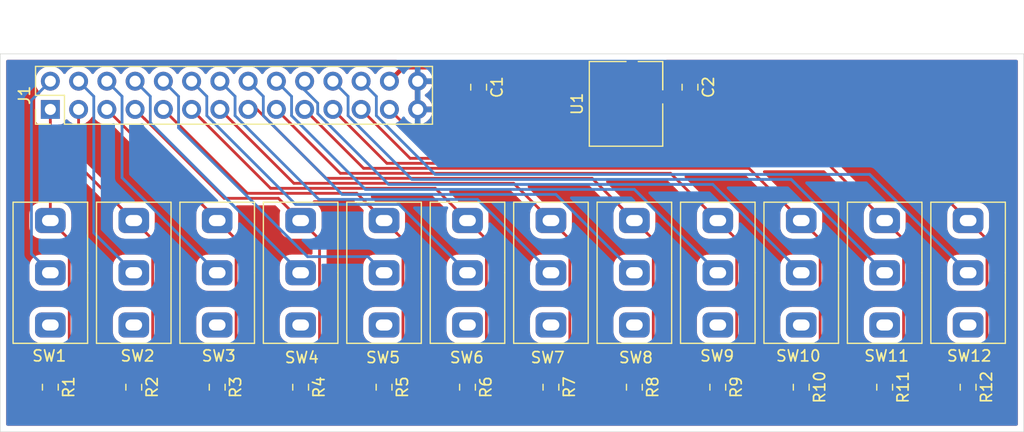
<source format=kicad_pcb>
(kicad_pcb (version 20171130) (host pcbnew "(5.1.4)-1")

  (general
    (thickness 1.6)
    (drawings 4)
    (tracks 168)
    (zones 0)
    (modules 28)
    (nets 40)
  )

  (page A4)
  (layers
    (0 F.Cu signal)
    (31 B.Cu signal)
    (32 B.Adhes user)
    (33 F.Adhes user)
    (34 B.Paste user)
    (35 F.Paste user)
    (36 B.SilkS user)
    (37 F.SilkS user)
    (38 B.Mask user)
    (39 F.Mask user)
    (40 Dwgs.User user)
    (41 Cmts.User user)
    (42 Eco1.User user)
    (43 Eco2.User user)
    (44 Edge.Cuts user)
    (45 Margin user)
    (46 B.CrtYd user)
    (47 F.CrtYd user)
    (48 B.Fab user)
    (49 F.Fab user)
  )

  (setup
    (last_trace_width 0.25)
    (trace_clearance 0.2)
    (zone_clearance 0.508)
    (zone_45_only no)
    (trace_min 0.2)
    (via_size 0.8)
    (via_drill 0.4)
    (via_min_size 0.4)
    (via_min_drill 0.3)
    (uvia_size 0.3)
    (uvia_drill 0.1)
    (uvias_allowed no)
    (uvia_min_size 0.2)
    (uvia_min_drill 0.1)
    (edge_width 0.05)
    (segment_width 0.2)
    (pcb_text_width 0.3)
    (pcb_text_size 1.5 1.5)
    (mod_edge_width 0.12)
    (mod_text_size 1 1)
    (mod_text_width 0.15)
    (pad_size 1.524 1.524)
    (pad_drill 0.762)
    (pad_to_mask_clearance 0.051)
    (solder_mask_min_width 0.25)
    (aux_axis_origin 0 0)
    (grid_origin 209.9 95.25)
    (visible_elements 7FFFFFFF)
    (pcbplotparams
      (layerselection 0x010f0_ffffffff)
      (usegerberextensions false)
      (usegerberattributes false)
      (usegerberadvancedattributes false)
      (creategerberjobfile false)
      (excludeedgelayer false)
      (linewidth 0.100000)
      (plotframeref false)
      (viasonmask false)
      (mode 1)
      (useauxorigin false)
      (hpglpennumber 1)
      (hpglpenspeed 20)
      (hpglpendiameter 15.000000)
      (psnegative false)
      (psa4output false)
      (plotreference true)
      (plotvalue true)
      (plotinvisibletext false)
      (padsonsilk false)
      (subtractmaskfromsilk false)
      (outputformat 1)
      (mirror false)
      (drillshape 0)
      (scaleselection 1)
      (outputdirectory "outputs/"))
  )

  (net 0 "")
  (net 1 GND)
  (net 2 /CO_11)
  (net 3 /CI_11)
  (net 4 /CO_10)
  (net 5 /CI_10)
  (net 6 /CO_9)
  (net 7 /CI_9)
  (net 8 /CO_8)
  (net 9 /CI_8)
  (net 10 /CO_7)
  (net 11 /CI_7)
  (net 12 /CO_6)
  (net 13 /CI_6)
  (net 14 /CO_5)
  (net 15 /CI_5)
  (net 16 /CO_4)
  (net 17 /CI_4)
  (net 18 /CO_3)
  (net 19 /CI_3)
  (net 20 /CO_2)
  (net 21 /CI_2)
  (net 22 /CO_1)
  (net 23 /CI_1)
  (net 24 /CO_0)
  (net 25 /CI_0)
  (net 26 "Net-(SW1-Pad3)")
  (net 27 "Net-(SW2-Pad3)")
  (net 28 "Net-(SW3-Pad3)")
  (net 29 "Net-(SW4-Pad3)")
  (net 30 "Net-(SW5-Pad3)")
  (net 31 "Net-(SW6-Pad3)")
  (net 32 "Net-(SW7-Pad3)")
  (net 33 "Net-(SW8-Pad3)")
  (net 34 "Net-(SW9-Pad3)")
  (net 35 "Net-(SW10-Pad3)")
  (net 36 "Net-(SW11-Pad3)")
  (net 37 "Net-(SW12-Pad3)")
  (net 38 /CLK_50)
  (net 39 +3V3)

  (net_class Default "This is the default net class."
    (clearance 0.2)
    (trace_width 0.25)
    (via_dia 0.8)
    (via_drill 0.4)
    (uvia_dia 0.3)
    (uvia_drill 0.1)
    (add_net /CI_0)
    (add_net /CI_1)
    (add_net /CI_10)
    (add_net /CI_11)
    (add_net /CI_2)
    (add_net /CI_3)
    (add_net /CI_4)
    (add_net /CI_5)
    (add_net /CI_6)
    (add_net /CI_7)
    (add_net /CI_8)
    (add_net /CI_9)
    (add_net /CLK_50)
    (add_net /CO_0)
    (add_net /CO_1)
    (add_net /CO_10)
    (add_net /CO_11)
    (add_net /CO_2)
    (add_net /CO_3)
    (add_net /CO_4)
    (add_net /CO_5)
    (add_net /CO_6)
    (add_net /CO_7)
    (add_net /CO_8)
    (add_net /CO_9)
    (add_net GND)
    (add_net "Net-(SW1-Pad3)")
    (add_net "Net-(SW10-Pad3)")
    (add_net "Net-(SW11-Pad3)")
    (add_net "Net-(SW12-Pad3)")
    (add_net "Net-(SW2-Pad3)")
    (add_net "Net-(SW3-Pad3)")
    (add_net "Net-(SW4-Pad3)")
    (add_net "Net-(SW5-Pad3)")
    (add_net "Net-(SW6-Pad3)")
    (add_net "Net-(SW7-Pad3)")
    (add_net "Net-(SW8-Pad3)")
    (add_net "Net-(SW9-Pad3)")
  )

  (net_class power ""
    (clearance 0.2)
    (trace_width 0.4)
    (via_dia 0.8)
    (via_drill 0.4)
    (uvia_dia 0.3)
    (uvia_drill 0.1)
    (add_net +3V3)
  )

  (module Capacitor_SMD:C_0805_2012Metric_Pad1.15x1.40mm_HandSolder (layer F.Cu) (tedit 5B36C52B) (tstamp 5E4EBA23)
    (at 184.9 83.25 270)
    (descr "Capacitor SMD 0805 (2012 Metric), square (rectangular) end terminal, IPC_7351 nominal with elongated pad for handsoldering. (Body size source: https://docs.google.com/spreadsheets/d/1BsfQQcO9C6DZCsRaXUlFlo91Tg2WpOkGARC1WS5S8t0/edit?usp=sharing), generated with kicad-footprint-generator")
    (tags "capacitor handsolder")
    (path /5E4EE8BB)
    (attr smd)
    (fp_text reference C2 (at 0 -1.65 90) (layer F.SilkS)
      (effects (font (size 1 1) (thickness 0.15)))
    )
    (fp_text value 0.1u (at 0 1.65 90) (layer F.Fab)
      (effects (font (size 1 1) (thickness 0.15)))
    )
    (fp_text user %R (at 0 0 90) (layer F.Fab)
      (effects (font (size 0.5 0.5) (thickness 0.08)))
    )
    (fp_line (start 1.85 0.95) (end -1.85 0.95) (layer F.CrtYd) (width 0.05))
    (fp_line (start 1.85 -0.95) (end 1.85 0.95) (layer F.CrtYd) (width 0.05))
    (fp_line (start -1.85 -0.95) (end 1.85 -0.95) (layer F.CrtYd) (width 0.05))
    (fp_line (start -1.85 0.95) (end -1.85 -0.95) (layer F.CrtYd) (width 0.05))
    (fp_line (start -0.261252 0.71) (end 0.261252 0.71) (layer F.SilkS) (width 0.12))
    (fp_line (start -0.261252 -0.71) (end 0.261252 -0.71) (layer F.SilkS) (width 0.12))
    (fp_line (start 1 0.6) (end -1 0.6) (layer F.Fab) (width 0.1))
    (fp_line (start 1 -0.6) (end 1 0.6) (layer F.Fab) (width 0.1))
    (fp_line (start -1 -0.6) (end 1 -0.6) (layer F.Fab) (width 0.1))
    (fp_line (start -1 0.6) (end -1 -0.6) (layer F.Fab) (width 0.1))
    (pad 2 smd roundrect (at 1.025 0 270) (size 1.15 1.4) (layers F.Cu F.Paste F.Mask) (roundrect_rratio 0.217391)
      (net 1 GND))
    (pad 1 smd roundrect (at -1.025 0 270) (size 1.15 1.4) (layers F.Cu F.Paste F.Mask) (roundrect_rratio 0.217391)
      (net 39 +3V3))
    (model ${KISYS3DMOD}/Capacitor_SMD.3dshapes/C_0805_2012Metric.wrl
      (at (xyz 0 0 0))
      (scale (xyz 1 1 1))
      (rotate (xyz 0 0 0))
    )
  )

  (module Capacitor_SMD:C_0805_2012Metric_Pad1.15x1.40mm_HandSolder (layer F.Cu) (tedit 5B36C52B) (tstamp 5E4EBA12)
    (at 165.9 83.25 270)
    (descr "Capacitor SMD 0805 (2012 Metric), square (rectangular) end terminal, IPC_7351 nominal with elongated pad for handsoldering. (Body size source: https://docs.google.com/spreadsheets/d/1BsfQQcO9C6DZCsRaXUlFlo91Tg2WpOkGARC1WS5S8t0/edit?usp=sharing), generated with kicad-footprint-generator")
    (tags "capacitor handsolder")
    (path /5E4FA1A0)
    (attr smd)
    (fp_text reference C1 (at 0 -1.65 90) (layer F.SilkS)
      (effects (font (size 1 1) (thickness 0.15)))
    )
    (fp_text value 1u (at 0 1.65 90) (layer F.Fab)
      (effects (font (size 1 1) (thickness 0.15)))
    )
    (fp_text user %R (at 0 0 90) (layer F.Fab)
      (effects (font (size 0.5 0.5) (thickness 0.08)))
    )
    (fp_line (start 1.85 0.95) (end -1.85 0.95) (layer F.CrtYd) (width 0.05))
    (fp_line (start 1.85 -0.95) (end 1.85 0.95) (layer F.CrtYd) (width 0.05))
    (fp_line (start -1.85 -0.95) (end 1.85 -0.95) (layer F.CrtYd) (width 0.05))
    (fp_line (start -1.85 0.95) (end -1.85 -0.95) (layer F.CrtYd) (width 0.05))
    (fp_line (start -0.261252 0.71) (end 0.261252 0.71) (layer F.SilkS) (width 0.12))
    (fp_line (start -0.261252 -0.71) (end 0.261252 -0.71) (layer F.SilkS) (width 0.12))
    (fp_line (start 1 0.6) (end -1 0.6) (layer F.Fab) (width 0.1))
    (fp_line (start 1 -0.6) (end 1 0.6) (layer F.Fab) (width 0.1))
    (fp_line (start -1 -0.6) (end 1 -0.6) (layer F.Fab) (width 0.1))
    (fp_line (start -1 0.6) (end -1 -0.6) (layer F.Fab) (width 0.1))
    (pad 2 smd roundrect (at 1.025 0 270) (size 1.15 1.4) (layers F.Cu F.Paste F.Mask) (roundrect_rratio 0.217391)
      (net 1 GND))
    (pad 1 smd roundrect (at -1.025 0 270) (size 1.15 1.4) (layers F.Cu F.Paste F.Mask) (roundrect_rratio 0.217391)
      (net 39 +3V3))
    (model ${KISYS3DMOD}/Capacitor_SMD.3dshapes/C_0805_2012Metric.wrl
      (at (xyz 0 0 0))
      (scale (xyz 1 1 1))
      (rotate (xyz 0 0 0))
    )
  )

  (module custom:CYLEWET_SPDT (layer F.Cu) (tedit 5E3EF204) (tstamp 5E3F42B5)
    (at 179.9 95.25)
    (path /5E4CCAB6)
    (fp_text reference SW8 (at 0.14 12.33) (layer F.SilkS)
      (effects (font (size 1 1) (thickness 0.15)))
    )
    (fp_text value SW_SPDT (at 0 -2.5) (layer F.Fab)
      (effects (font (size 1 1) (thickness 0.15)))
    )
    (fp_line (start 3.35 11.05) (end 3.35 4.7) (layer F.SilkS) (width 0.12))
    (fp_line (start -3.35 11.05) (end 3.35 11.05) (layer F.SilkS) (width 0.12))
    (fp_line (start -3.35 -1.65) (end -3.35 11.05) (layer F.SilkS) (width 0.12))
    (fp_line (start 3.35 -1.65) (end -3.35 -1.65) (layer F.SilkS) (width 0.12))
    (fp_line (start 3.35 4.7) (end 3.35 -1.65) (layer F.SilkS) (width 0.12))
    (pad 3 thru_hole roundrect (at 0 9.4) (size 2.75 2.25) (drill oval 1.5 1) (layers *.Cu *.Mask) (roundrect_rratio 0.25)
      (net 33 "Net-(SW8-Pad3)"))
    (pad 2 thru_hole roundrect (at 0 4.7) (size 2.75 2.25) (drill oval 1.5 1) (layers *.Cu *.Mask) (roundrect_rratio 0.25)
      (net 10 /CO_7))
    (pad 1 thru_hole roundrect (at 0 0) (size 2.75 2.25) (drill oval 1.5 1) (layers *.Cu *.Mask) (roundrect_rratio 0.25)
      (net 11 /CI_7))
  )

  (module custom:CYLEWET_SPDT (layer F.Cu) (tedit 5E3EF204) (tstamp 5E3F42A9)
    (at 172.4 95.25)
    (path /5E4CAE40)
    (fp_text reference SW7 (at -0.295 12.33) (layer F.SilkS)
      (effects (font (size 1 1) (thickness 0.15)))
    )
    (fp_text value SW_SPDT (at 0 -2.5) (layer F.Fab)
      (effects (font (size 1 1) (thickness 0.15)))
    )
    (fp_line (start 3.35 11.05) (end 3.35 4.7) (layer F.SilkS) (width 0.12))
    (fp_line (start -3.35 11.05) (end 3.35 11.05) (layer F.SilkS) (width 0.12))
    (fp_line (start -3.35 -1.65) (end -3.35 11.05) (layer F.SilkS) (width 0.12))
    (fp_line (start 3.35 -1.65) (end -3.35 -1.65) (layer F.SilkS) (width 0.12))
    (fp_line (start 3.35 4.7) (end 3.35 -1.65) (layer F.SilkS) (width 0.12))
    (pad 3 thru_hole roundrect (at 0 9.4) (size 2.75 2.25) (drill oval 1.5 1) (layers *.Cu *.Mask) (roundrect_rratio 0.25)
      (net 32 "Net-(SW7-Pad3)"))
    (pad 2 thru_hole roundrect (at 0 4.7) (size 2.75 2.25) (drill oval 1.5 1) (layers *.Cu *.Mask) (roundrect_rratio 0.25)
      (net 12 /CO_6))
    (pad 1 thru_hole roundrect (at 0 0) (size 2.75 2.25) (drill oval 1.5 1) (layers *.Cu *.Mask) (roundrect_rratio 0.25)
      (net 13 /CI_6))
  )

  (module custom:CYLEWET_SPDT (layer F.Cu) (tedit 5E3EF204) (tstamp 5E3F426D)
    (at 134.9 95.25)
    (path /5E4C1F70)
    (fp_text reference SW2 (at 0.34 12.18) (layer F.SilkS)
      (effects (font (size 1 1) (thickness 0.15)))
    )
    (fp_text value SW_SPDT (at 0 -2.5) (layer F.Fab)
      (effects (font (size 1 1) (thickness 0.15)))
    )
    (fp_line (start 3.35 11.05) (end 3.35 4.7) (layer F.SilkS) (width 0.12))
    (fp_line (start -3.35 11.05) (end 3.35 11.05) (layer F.SilkS) (width 0.12))
    (fp_line (start -3.35 -1.65) (end -3.35 11.05) (layer F.SilkS) (width 0.12))
    (fp_line (start 3.35 -1.65) (end -3.35 -1.65) (layer F.SilkS) (width 0.12))
    (fp_line (start 3.35 4.7) (end 3.35 -1.65) (layer F.SilkS) (width 0.12))
    (pad 3 thru_hole roundrect (at 0 9.4) (size 2.75 2.25) (drill oval 1.5 1) (layers *.Cu *.Mask) (roundrect_rratio 0.25)
      (net 27 "Net-(SW2-Pad3)"))
    (pad 2 thru_hole roundrect (at 0 4.7) (size 2.75 2.25) (drill oval 1.5 1) (layers *.Cu *.Mask) (roundrect_rratio 0.25)
      (net 22 /CO_1))
    (pad 1 thru_hole roundrect (at 0 0) (size 2.75 2.25) (drill oval 1.5 1) (layers *.Cu *.Mask) (roundrect_rratio 0.25)
      (net 23 /CI_1))
  )

  (module custom:CYLEWET_SPDT (layer F.Cu) (tedit 5E3EF204) (tstamp 5E3F4261)
    (at 127.4 95.25)
    (path /5E4BD30A)
    (fp_text reference SW1 (at -0.095 12.18) (layer F.SilkS)
      (effects (font (size 1 1) (thickness 0.15)))
    )
    (fp_text value SW_SPDT (at 0 -2.5) (layer F.Fab)
      (effects (font (size 1 1) (thickness 0.15)))
    )
    (fp_line (start 3.35 11.05) (end 3.35 4.7) (layer F.SilkS) (width 0.12))
    (fp_line (start -3.35 11.05) (end 3.35 11.05) (layer F.SilkS) (width 0.12))
    (fp_line (start -3.35 -1.65) (end -3.35 11.05) (layer F.SilkS) (width 0.12))
    (fp_line (start 3.35 -1.65) (end -3.35 -1.65) (layer F.SilkS) (width 0.12))
    (fp_line (start 3.35 4.7) (end 3.35 -1.65) (layer F.SilkS) (width 0.12))
    (pad 3 thru_hole roundrect (at 0 9.4) (size 2.75 2.25) (drill oval 1.5 1) (layers *.Cu *.Mask) (roundrect_rratio 0.25)
      (net 26 "Net-(SW1-Pad3)"))
    (pad 2 thru_hole roundrect (at 0 4.7) (size 2.75 2.25) (drill oval 1.5 1) (layers *.Cu *.Mask) (roundrect_rratio 0.25)
      (net 24 /CO_0))
    (pad 1 thru_hole roundrect (at 0 0) (size 2.75 2.25) (drill oval 1.5 1) (layers *.Cu *.Mask) (roundrect_rratio 0.25)
      (net 25 /CI_0))
  )

  (module Resistor_SMD:R_0805_2012Metric_Pad1.15x1.40mm_HandSolder (layer F.Cu) (tedit 5B36C52B) (tstamp 5E3F4255)
    (at 209.9 110.25 270)
    (descr "Resistor SMD 0805 (2012 Metric), square (rectangular) end terminal, IPC_7351 nominal with elongated pad for handsoldering. (Body size source: https://docs.google.com/spreadsheets/d/1BsfQQcO9C6DZCsRaXUlFlo91Tg2WpOkGARC1WS5S8t0/edit?usp=sharing), generated with kicad-footprint-generator")
    (tags "resistor handsolder")
    (path /5E3F109A)
    (attr smd)
    (fp_text reference R12 (at 0 -1.65 90) (layer F.SilkS)
      (effects (font (size 1 1) (thickness 0.15)))
    )
    (fp_text value 4.6K (at 0 1.65 90) (layer F.Fab)
      (effects (font (size 1 1) (thickness 0.15)))
    )
    (fp_text user %R (at 0 0 90) (layer F.Fab)
      (effects (font (size 0.5 0.5) (thickness 0.08)))
    )
    (fp_line (start 1.85 0.95) (end -1.85 0.95) (layer F.CrtYd) (width 0.05))
    (fp_line (start 1.85 -0.95) (end 1.85 0.95) (layer F.CrtYd) (width 0.05))
    (fp_line (start -1.85 -0.95) (end 1.85 -0.95) (layer F.CrtYd) (width 0.05))
    (fp_line (start -1.85 0.95) (end -1.85 -0.95) (layer F.CrtYd) (width 0.05))
    (fp_line (start -0.261252 0.71) (end 0.261252 0.71) (layer F.SilkS) (width 0.12))
    (fp_line (start -0.261252 -0.71) (end 0.261252 -0.71) (layer F.SilkS) (width 0.12))
    (fp_line (start 1 0.6) (end -1 0.6) (layer F.Fab) (width 0.1))
    (fp_line (start 1 -0.6) (end 1 0.6) (layer F.Fab) (width 0.1))
    (fp_line (start -1 -0.6) (end 1 -0.6) (layer F.Fab) (width 0.1))
    (fp_line (start -1 0.6) (end -1 -0.6) (layer F.Fab) (width 0.1))
    (pad 2 smd roundrect (at 1.025 0 270) (size 1.15 1.4) (layers F.Cu F.Paste F.Mask) (roundrect_rratio 0.217391)
      (net 1 GND))
    (pad 1 smd roundrect (at -1.025 0 270) (size 1.15 1.4) (layers F.Cu F.Paste F.Mask) (roundrect_rratio 0.217391)
      (net 3 /CI_11))
    (model ${KISYS3DMOD}/Resistor_SMD.3dshapes/R_0805_2012Metric.wrl
      (at (xyz 0 0 0))
      (scale (xyz 1 1 1))
      (rotate (xyz 0 0 0))
    )
  )

  (module Resistor_SMD:R_0805_2012Metric_Pad1.15x1.40mm_HandSolder (layer F.Cu) (tedit 5B36C52B) (tstamp 5E3F423E)
    (at 202.4 110.25 270)
    (descr "Resistor SMD 0805 (2012 Metric), square (rectangular) end terminal, IPC_7351 nominal with elongated pad for handsoldering. (Body size source: https://docs.google.com/spreadsheets/d/1BsfQQcO9C6DZCsRaXUlFlo91Tg2WpOkGARC1WS5S8t0/edit?usp=sharing), generated with kicad-footprint-generator")
    (tags "resistor handsolder")
    (path /5E3F0B81)
    (attr smd)
    (fp_text reference R11 (at 0 -1.65 90) (layer F.SilkS)
      (effects (font (size 1 1) (thickness 0.15)))
    )
    (fp_text value 4.6K (at 0 1.65 90) (layer F.Fab)
      (effects (font (size 1 1) (thickness 0.15)))
    )
    (fp_text user %R (at 0 0 90) (layer F.Fab)
      (effects (font (size 0.5 0.5) (thickness 0.08)))
    )
    (fp_line (start 1.85 0.95) (end -1.85 0.95) (layer F.CrtYd) (width 0.05))
    (fp_line (start 1.85 -0.95) (end 1.85 0.95) (layer F.CrtYd) (width 0.05))
    (fp_line (start -1.85 -0.95) (end 1.85 -0.95) (layer F.CrtYd) (width 0.05))
    (fp_line (start -1.85 0.95) (end -1.85 -0.95) (layer F.CrtYd) (width 0.05))
    (fp_line (start -0.261252 0.71) (end 0.261252 0.71) (layer F.SilkS) (width 0.12))
    (fp_line (start -0.261252 -0.71) (end 0.261252 -0.71) (layer F.SilkS) (width 0.12))
    (fp_line (start 1 0.6) (end -1 0.6) (layer F.Fab) (width 0.1))
    (fp_line (start 1 -0.6) (end 1 0.6) (layer F.Fab) (width 0.1))
    (fp_line (start -1 -0.6) (end 1 -0.6) (layer F.Fab) (width 0.1))
    (fp_line (start -1 0.6) (end -1 -0.6) (layer F.Fab) (width 0.1))
    (pad 2 smd roundrect (at 1.025 0 270) (size 1.15 1.4) (layers F.Cu F.Paste F.Mask) (roundrect_rratio 0.217391)
      (net 1 GND))
    (pad 1 smd roundrect (at -1.025 0 270) (size 1.15 1.4) (layers F.Cu F.Paste F.Mask) (roundrect_rratio 0.217391)
      (net 5 /CI_10))
    (model ${KISYS3DMOD}/Resistor_SMD.3dshapes/R_0805_2012Metric.wrl
      (at (xyz 0 0 0))
      (scale (xyz 1 1 1))
      (rotate (xyz 0 0 0))
    )
  )

  (module Resistor_SMD:R_0805_2012Metric_Pad1.15x1.40mm_HandSolder (layer F.Cu) (tedit 5B36C52B) (tstamp 5E3F4227)
    (at 194.9 110.25 270)
    (descr "Resistor SMD 0805 (2012 Metric), square (rectangular) end terminal, IPC_7351 nominal with elongated pad for handsoldering. (Body size source: https://docs.google.com/spreadsheets/d/1BsfQQcO9C6DZCsRaXUlFlo91Tg2WpOkGARC1WS5S8t0/edit?usp=sharing), generated with kicad-footprint-generator")
    (tags "resistor handsolder")
    (path /5E3F0684)
    (attr smd)
    (fp_text reference R10 (at 0 -1.65 90) (layer F.SilkS)
      (effects (font (size 1 1) (thickness 0.15)))
    )
    (fp_text value 4.6K (at 0 1.65 90) (layer F.Fab)
      (effects (font (size 1 1) (thickness 0.15)))
    )
    (fp_text user %R (at 0 0 90) (layer F.Fab)
      (effects (font (size 0.5 0.5) (thickness 0.08)))
    )
    (fp_line (start 1.85 0.95) (end -1.85 0.95) (layer F.CrtYd) (width 0.05))
    (fp_line (start 1.85 -0.95) (end 1.85 0.95) (layer F.CrtYd) (width 0.05))
    (fp_line (start -1.85 -0.95) (end 1.85 -0.95) (layer F.CrtYd) (width 0.05))
    (fp_line (start -1.85 0.95) (end -1.85 -0.95) (layer F.CrtYd) (width 0.05))
    (fp_line (start -0.261252 0.71) (end 0.261252 0.71) (layer F.SilkS) (width 0.12))
    (fp_line (start -0.261252 -0.71) (end 0.261252 -0.71) (layer F.SilkS) (width 0.12))
    (fp_line (start 1 0.6) (end -1 0.6) (layer F.Fab) (width 0.1))
    (fp_line (start 1 -0.6) (end 1 0.6) (layer F.Fab) (width 0.1))
    (fp_line (start -1 -0.6) (end 1 -0.6) (layer F.Fab) (width 0.1))
    (fp_line (start -1 0.6) (end -1 -0.6) (layer F.Fab) (width 0.1))
    (pad 2 smd roundrect (at 1.025 0 270) (size 1.15 1.4) (layers F.Cu F.Paste F.Mask) (roundrect_rratio 0.217391)
      (net 1 GND))
    (pad 1 smd roundrect (at -1.025 0 270) (size 1.15 1.4) (layers F.Cu F.Paste F.Mask) (roundrect_rratio 0.217391)
      (net 7 /CI_9))
    (model ${KISYS3DMOD}/Resistor_SMD.3dshapes/R_0805_2012Metric.wrl
      (at (xyz 0 0 0))
      (scale (xyz 1 1 1))
      (rotate (xyz 0 0 0))
    )
  )

  (module Resistor_SMD:R_0805_2012Metric_Pad1.15x1.40mm_HandSolder (layer F.Cu) (tedit 5B36C52B) (tstamp 5E3F4210)
    (at 187.4 110.25 270)
    (descr "Resistor SMD 0805 (2012 Metric), square (rectangular) end terminal, IPC_7351 nominal with elongated pad for handsoldering. (Body size source: https://docs.google.com/spreadsheets/d/1BsfQQcO9C6DZCsRaXUlFlo91Tg2WpOkGARC1WS5S8t0/edit?usp=sharing), generated with kicad-footprint-generator")
    (tags "resistor handsolder")
    (path /5E3F0402)
    (attr smd)
    (fp_text reference R9 (at 0 -1.65 90) (layer F.SilkS)
      (effects (font (size 1 1) (thickness 0.15)))
    )
    (fp_text value 4.6K (at 0 1.65 90) (layer F.Fab)
      (effects (font (size 1 1) (thickness 0.15)))
    )
    (fp_text user %R (at 0 0 90) (layer F.Fab)
      (effects (font (size 0.5 0.5) (thickness 0.08)))
    )
    (fp_line (start 1.85 0.95) (end -1.85 0.95) (layer F.CrtYd) (width 0.05))
    (fp_line (start 1.85 -0.95) (end 1.85 0.95) (layer F.CrtYd) (width 0.05))
    (fp_line (start -1.85 -0.95) (end 1.85 -0.95) (layer F.CrtYd) (width 0.05))
    (fp_line (start -1.85 0.95) (end -1.85 -0.95) (layer F.CrtYd) (width 0.05))
    (fp_line (start -0.261252 0.71) (end 0.261252 0.71) (layer F.SilkS) (width 0.12))
    (fp_line (start -0.261252 -0.71) (end 0.261252 -0.71) (layer F.SilkS) (width 0.12))
    (fp_line (start 1 0.6) (end -1 0.6) (layer F.Fab) (width 0.1))
    (fp_line (start 1 -0.6) (end 1 0.6) (layer F.Fab) (width 0.1))
    (fp_line (start -1 -0.6) (end 1 -0.6) (layer F.Fab) (width 0.1))
    (fp_line (start -1 0.6) (end -1 -0.6) (layer F.Fab) (width 0.1))
    (pad 2 smd roundrect (at 1.025 0 270) (size 1.15 1.4) (layers F.Cu F.Paste F.Mask) (roundrect_rratio 0.217391)
      (net 1 GND))
    (pad 1 smd roundrect (at -1.025 0 270) (size 1.15 1.4) (layers F.Cu F.Paste F.Mask) (roundrect_rratio 0.217391)
      (net 9 /CI_8))
    (model ${KISYS3DMOD}/Resistor_SMD.3dshapes/R_0805_2012Metric.wrl
      (at (xyz 0 0 0))
      (scale (xyz 1 1 1))
      (rotate (xyz 0 0 0))
    )
  )

  (module Resistor_SMD:R_0805_2012Metric_Pad1.15x1.40mm_HandSolder (layer F.Cu) (tedit 5B36C52B) (tstamp 5E3F41F9)
    (at 179.9 110.25 270)
    (descr "Resistor SMD 0805 (2012 Metric), square (rectangular) end terminal, IPC_7351 nominal with elongated pad for handsoldering. (Body size source: https://docs.google.com/spreadsheets/d/1BsfQQcO9C6DZCsRaXUlFlo91Tg2WpOkGARC1WS5S8t0/edit?usp=sharing), generated with kicad-footprint-generator")
    (tags "resistor handsolder")
    (path /5E3F00BA)
    (attr smd)
    (fp_text reference R8 (at 0 -1.65 90) (layer F.SilkS)
      (effects (font (size 1 1) (thickness 0.15)))
    )
    (fp_text value 4.6K (at 0 1.65 90) (layer F.Fab)
      (effects (font (size 1 1) (thickness 0.15)))
    )
    (fp_text user %R (at 0 0 90) (layer F.Fab)
      (effects (font (size 0.5 0.5) (thickness 0.08)))
    )
    (fp_line (start 1.85 0.95) (end -1.85 0.95) (layer F.CrtYd) (width 0.05))
    (fp_line (start 1.85 -0.95) (end 1.85 0.95) (layer F.CrtYd) (width 0.05))
    (fp_line (start -1.85 -0.95) (end 1.85 -0.95) (layer F.CrtYd) (width 0.05))
    (fp_line (start -1.85 0.95) (end -1.85 -0.95) (layer F.CrtYd) (width 0.05))
    (fp_line (start -0.261252 0.71) (end 0.261252 0.71) (layer F.SilkS) (width 0.12))
    (fp_line (start -0.261252 -0.71) (end 0.261252 -0.71) (layer F.SilkS) (width 0.12))
    (fp_line (start 1 0.6) (end -1 0.6) (layer F.Fab) (width 0.1))
    (fp_line (start 1 -0.6) (end 1 0.6) (layer F.Fab) (width 0.1))
    (fp_line (start -1 -0.6) (end 1 -0.6) (layer F.Fab) (width 0.1))
    (fp_line (start -1 0.6) (end -1 -0.6) (layer F.Fab) (width 0.1))
    (pad 2 smd roundrect (at 1.025 0 270) (size 1.15 1.4) (layers F.Cu F.Paste F.Mask) (roundrect_rratio 0.217391)
      (net 1 GND))
    (pad 1 smd roundrect (at -1.025 0 270) (size 1.15 1.4) (layers F.Cu F.Paste F.Mask) (roundrect_rratio 0.217391)
      (net 11 /CI_7))
    (model ${KISYS3DMOD}/Resistor_SMD.3dshapes/R_0805_2012Metric.wrl
      (at (xyz 0 0 0))
      (scale (xyz 1 1 1))
      (rotate (xyz 0 0 0))
    )
  )

  (module Resistor_SMD:R_0805_2012Metric_Pad1.15x1.40mm_HandSolder (layer F.Cu) (tedit 5B36C52B) (tstamp 5E3F41E2)
    (at 172.4 110.25 270)
    (descr "Resistor SMD 0805 (2012 Metric), square (rectangular) end terminal, IPC_7351 nominal with elongated pad for handsoldering. (Body size source: https://docs.google.com/spreadsheets/d/1BsfQQcO9C6DZCsRaXUlFlo91Tg2WpOkGARC1WS5S8t0/edit?usp=sharing), generated with kicad-footprint-generator")
    (tags "resistor handsolder")
    (path /5E3EFC26)
    (attr smd)
    (fp_text reference R7 (at 0 -1.65 90) (layer F.SilkS)
      (effects (font (size 1 1) (thickness 0.15)))
    )
    (fp_text value 4.6K (at 0 1.65 90) (layer F.Fab)
      (effects (font (size 1 1) (thickness 0.15)))
    )
    (fp_text user %R (at 0 0 90) (layer F.Fab)
      (effects (font (size 0.5 0.5) (thickness 0.08)))
    )
    (fp_line (start 1.85 0.95) (end -1.85 0.95) (layer F.CrtYd) (width 0.05))
    (fp_line (start 1.85 -0.95) (end 1.85 0.95) (layer F.CrtYd) (width 0.05))
    (fp_line (start -1.85 -0.95) (end 1.85 -0.95) (layer F.CrtYd) (width 0.05))
    (fp_line (start -1.85 0.95) (end -1.85 -0.95) (layer F.CrtYd) (width 0.05))
    (fp_line (start -0.261252 0.71) (end 0.261252 0.71) (layer F.SilkS) (width 0.12))
    (fp_line (start -0.261252 -0.71) (end 0.261252 -0.71) (layer F.SilkS) (width 0.12))
    (fp_line (start 1 0.6) (end -1 0.6) (layer F.Fab) (width 0.1))
    (fp_line (start 1 -0.6) (end 1 0.6) (layer F.Fab) (width 0.1))
    (fp_line (start -1 -0.6) (end 1 -0.6) (layer F.Fab) (width 0.1))
    (fp_line (start -1 0.6) (end -1 -0.6) (layer F.Fab) (width 0.1))
    (pad 2 smd roundrect (at 1.025 0 270) (size 1.15 1.4) (layers F.Cu F.Paste F.Mask) (roundrect_rratio 0.217391)
      (net 1 GND))
    (pad 1 smd roundrect (at -1.025 0 270) (size 1.15 1.4) (layers F.Cu F.Paste F.Mask) (roundrect_rratio 0.217391)
      (net 13 /CI_6))
    (model ${KISYS3DMOD}/Resistor_SMD.3dshapes/R_0805_2012Metric.wrl
      (at (xyz 0 0 0))
      (scale (xyz 1 1 1))
      (rotate (xyz 0 0 0))
    )
  )

  (module Resistor_SMD:R_0805_2012Metric_Pad1.15x1.40mm_HandSolder (layer F.Cu) (tedit 5B36C52B) (tstamp 5E3F41CB)
    (at 164.9 110.25 270)
    (descr "Resistor SMD 0805 (2012 Metric), square (rectangular) end terminal, IPC_7351 nominal with elongated pad for handsoldering. (Body size source: https://docs.google.com/spreadsheets/d/1BsfQQcO9C6DZCsRaXUlFlo91Tg2WpOkGARC1WS5S8t0/edit?usp=sharing), generated with kicad-footprint-generator")
    (tags "resistor handsolder")
    (path /5E3EF85E)
    (attr smd)
    (fp_text reference R6 (at 0 -1.65 90) (layer F.SilkS)
      (effects (font (size 1 1) (thickness 0.15)))
    )
    (fp_text value 4.6K (at 0 1.65 90) (layer F.Fab)
      (effects (font (size 1 1) (thickness 0.15)))
    )
    (fp_text user %R (at 0 0 90) (layer F.Fab)
      (effects (font (size 0.5 0.5) (thickness 0.08)))
    )
    (fp_line (start 1.85 0.95) (end -1.85 0.95) (layer F.CrtYd) (width 0.05))
    (fp_line (start 1.85 -0.95) (end 1.85 0.95) (layer F.CrtYd) (width 0.05))
    (fp_line (start -1.85 -0.95) (end 1.85 -0.95) (layer F.CrtYd) (width 0.05))
    (fp_line (start -1.85 0.95) (end -1.85 -0.95) (layer F.CrtYd) (width 0.05))
    (fp_line (start -0.261252 0.71) (end 0.261252 0.71) (layer F.SilkS) (width 0.12))
    (fp_line (start -0.261252 -0.71) (end 0.261252 -0.71) (layer F.SilkS) (width 0.12))
    (fp_line (start 1 0.6) (end -1 0.6) (layer F.Fab) (width 0.1))
    (fp_line (start 1 -0.6) (end 1 0.6) (layer F.Fab) (width 0.1))
    (fp_line (start -1 -0.6) (end 1 -0.6) (layer F.Fab) (width 0.1))
    (fp_line (start -1 0.6) (end -1 -0.6) (layer F.Fab) (width 0.1))
    (pad 2 smd roundrect (at 1.025 0 270) (size 1.15 1.4) (layers F.Cu F.Paste F.Mask) (roundrect_rratio 0.217391)
      (net 1 GND))
    (pad 1 smd roundrect (at -1.025 0 270) (size 1.15 1.4) (layers F.Cu F.Paste F.Mask) (roundrect_rratio 0.217391)
      (net 15 /CI_5))
    (model ${KISYS3DMOD}/Resistor_SMD.3dshapes/R_0805_2012Metric.wrl
      (at (xyz 0 0 0))
      (scale (xyz 1 1 1))
      (rotate (xyz 0 0 0))
    )
  )

  (module Resistor_SMD:R_0805_2012Metric_Pad1.15x1.40mm_HandSolder (layer F.Cu) (tedit 5B36C52B) (tstamp 5E3F41B4)
    (at 157.4 110.25 270)
    (descr "Resistor SMD 0805 (2012 Metric), square (rectangular) end terminal, IPC_7351 nominal with elongated pad for handsoldering. (Body size source: https://docs.google.com/spreadsheets/d/1BsfQQcO9C6DZCsRaXUlFlo91Tg2WpOkGARC1WS5S8t0/edit?usp=sharing), generated with kicad-footprint-generator")
    (tags "resistor handsolder")
    (path /5E3EF6C3)
    (attr smd)
    (fp_text reference R5 (at 0 -1.65 90) (layer F.SilkS)
      (effects (font (size 1 1) (thickness 0.15)))
    )
    (fp_text value 4.6K (at 0 1.65 90) (layer F.Fab)
      (effects (font (size 1 1) (thickness 0.15)))
    )
    (fp_text user %R (at 0 0 90) (layer F.Fab)
      (effects (font (size 0.5 0.5) (thickness 0.08)))
    )
    (fp_line (start 1.85 0.95) (end -1.85 0.95) (layer F.CrtYd) (width 0.05))
    (fp_line (start 1.85 -0.95) (end 1.85 0.95) (layer F.CrtYd) (width 0.05))
    (fp_line (start -1.85 -0.95) (end 1.85 -0.95) (layer F.CrtYd) (width 0.05))
    (fp_line (start -1.85 0.95) (end -1.85 -0.95) (layer F.CrtYd) (width 0.05))
    (fp_line (start -0.261252 0.71) (end 0.261252 0.71) (layer F.SilkS) (width 0.12))
    (fp_line (start -0.261252 -0.71) (end 0.261252 -0.71) (layer F.SilkS) (width 0.12))
    (fp_line (start 1 0.6) (end -1 0.6) (layer F.Fab) (width 0.1))
    (fp_line (start 1 -0.6) (end 1 0.6) (layer F.Fab) (width 0.1))
    (fp_line (start -1 -0.6) (end 1 -0.6) (layer F.Fab) (width 0.1))
    (fp_line (start -1 0.6) (end -1 -0.6) (layer F.Fab) (width 0.1))
    (pad 2 smd roundrect (at 1.025 0 270) (size 1.15 1.4) (layers F.Cu F.Paste F.Mask) (roundrect_rratio 0.217391)
      (net 1 GND))
    (pad 1 smd roundrect (at -1.025 0 270) (size 1.15 1.4) (layers F.Cu F.Paste F.Mask) (roundrect_rratio 0.217391)
      (net 17 /CI_4))
    (model ${KISYS3DMOD}/Resistor_SMD.3dshapes/R_0805_2012Metric.wrl
      (at (xyz 0 0 0))
      (scale (xyz 1 1 1))
      (rotate (xyz 0 0 0))
    )
  )

  (module Resistor_SMD:R_0805_2012Metric_Pad1.15x1.40mm_HandSolder (layer F.Cu) (tedit 5B36C52B) (tstamp 5E3F419D)
    (at 149.9 110.25 270)
    (descr "Resistor SMD 0805 (2012 Metric), square (rectangular) end terminal, IPC_7351 nominal with elongated pad for handsoldering. (Body size source: https://docs.google.com/spreadsheets/d/1BsfQQcO9C6DZCsRaXUlFlo91Tg2WpOkGARC1WS5S8t0/edit?usp=sharing), generated with kicad-footprint-generator")
    (tags "resistor handsolder")
    (path /5E3EF4E3)
    (attr smd)
    (fp_text reference R4 (at 0 -1.65 90) (layer F.SilkS)
      (effects (font (size 1 1) (thickness 0.15)))
    )
    (fp_text value 4.6K (at 0 1.65 90) (layer F.Fab)
      (effects (font (size 1 1) (thickness 0.15)))
    )
    (fp_text user %R (at 0 0 90) (layer F.Fab)
      (effects (font (size 0.5 0.5) (thickness 0.08)))
    )
    (fp_line (start 1.85 0.95) (end -1.85 0.95) (layer F.CrtYd) (width 0.05))
    (fp_line (start 1.85 -0.95) (end 1.85 0.95) (layer F.CrtYd) (width 0.05))
    (fp_line (start -1.85 -0.95) (end 1.85 -0.95) (layer F.CrtYd) (width 0.05))
    (fp_line (start -1.85 0.95) (end -1.85 -0.95) (layer F.CrtYd) (width 0.05))
    (fp_line (start -0.261252 0.71) (end 0.261252 0.71) (layer F.SilkS) (width 0.12))
    (fp_line (start -0.261252 -0.71) (end 0.261252 -0.71) (layer F.SilkS) (width 0.12))
    (fp_line (start 1 0.6) (end -1 0.6) (layer F.Fab) (width 0.1))
    (fp_line (start 1 -0.6) (end 1 0.6) (layer F.Fab) (width 0.1))
    (fp_line (start -1 -0.6) (end 1 -0.6) (layer F.Fab) (width 0.1))
    (fp_line (start -1 0.6) (end -1 -0.6) (layer F.Fab) (width 0.1))
    (pad 2 smd roundrect (at 1.025 0 270) (size 1.15 1.4) (layers F.Cu F.Paste F.Mask) (roundrect_rratio 0.217391)
      (net 1 GND))
    (pad 1 smd roundrect (at -1.025 0 270) (size 1.15 1.4) (layers F.Cu F.Paste F.Mask) (roundrect_rratio 0.217391)
      (net 19 /CI_3))
    (model ${KISYS3DMOD}/Resistor_SMD.3dshapes/R_0805_2012Metric.wrl
      (at (xyz 0 0 0))
      (scale (xyz 1 1 1))
      (rotate (xyz 0 0 0))
    )
  )

  (module Resistor_SMD:R_0805_2012Metric_Pad1.15x1.40mm_HandSolder (layer F.Cu) (tedit 5B36C52B) (tstamp 5E3F4186)
    (at 142.4 110.25 270)
    (descr "Resistor SMD 0805 (2012 Metric), square (rectangular) end terminal, IPC_7351 nominal with elongated pad for handsoldering. (Body size source: https://docs.google.com/spreadsheets/d/1BsfQQcO9C6DZCsRaXUlFlo91Tg2WpOkGARC1WS5S8t0/edit?usp=sharing), generated with kicad-footprint-generator")
    (tags "resistor handsolder")
    (path /5E3EF223)
    (attr smd)
    (fp_text reference R3 (at 0 -1.65 90) (layer F.SilkS)
      (effects (font (size 1 1) (thickness 0.15)))
    )
    (fp_text value 4.6K (at 0 1.65 90) (layer F.Fab)
      (effects (font (size 1 1) (thickness 0.15)))
    )
    (fp_text user %R (at 0 0 90) (layer F.Fab)
      (effects (font (size 0.5 0.5) (thickness 0.08)))
    )
    (fp_line (start 1.85 0.95) (end -1.85 0.95) (layer F.CrtYd) (width 0.05))
    (fp_line (start 1.85 -0.95) (end 1.85 0.95) (layer F.CrtYd) (width 0.05))
    (fp_line (start -1.85 -0.95) (end 1.85 -0.95) (layer F.CrtYd) (width 0.05))
    (fp_line (start -1.85 0.95) (end -1.85 -0.95) (layer F.CrtYd) (width 0.05))
    (fp_line (start -0.261252 0.71) (end 0.261252 0.71) (layer F.SilkS) (width 0.12))
    (fp_line (start -0.261252 -0.71) (end 0.261252 -0.71) (layer F.SilkS) (width 0.12))
    (fp_line (start 1 0.6) (end -1 0.6) (layer F.Fab) (width 0.1))
    (fp_line (start 1 -0.6) (end 1 0.6) (layer F.Fab) (width 0.1))
    (fp_line (start -1 -0.6) (end 1 -0.6) (layer F.Fab) (width 0.1))
    (fp_line (start -1 0.6) (end -1 -0.6) (layer F.Fab) (width 0.1))
    (pad 2 smd roundrect (at 1.025 0 270) (size 1.15 1.4) (layers F.Cu F.Paste F.Mask) (roundrect_rratio 0.217391)
      (net 1 GND))
    (pad 1 smd roundrect (at -1.025 0 270) (size 1.15 1.4) (layers F.Cu F.Paste F.Mask) (roundrect_rratio 0.217391)
      (net 21 /CI_2))
    (model ${KISYS3DMOD}/Resistor_SMD.3dshapes/R_0805_2012Metric.wrl
      (at (xyz 0 0 0))
      (scale (xyz 1 1 1))
      (rotate (xyz 0 0 0))
    )
  )

  (module Resistor_SMD:R_0805_2012Metric_Pad1.15x1.40mm_HandSolder (layer F.Cu) (tedit 5B36C52B) (tstamp 5E3F416F)
    (at 134.9 110.25 270)
    (descr "Resistor SMD 0805 (2012 Metric), square (rectangular) end terminal, IPC_7351 nominal with elongated pad for handsoldering. (Body size source: https://docs.google.com/spreadsheets/d/1BsfQQcO9C6DZCsRaXUlFlo91Tg2WpOkGARC1WS5S8t0/edit?usp=sharing), generated with kicad-footprint-generator")
    (tags "resistor handsolder")
    (path /5E3EED32)
    (attr smd)
    (fp_text reference R2 (at 0 -1.65 90) (layer F.SilkS)
      (effects (font (size 1 1) (thickness 0.15)))
    )
    (fp_text value 4.6K (at 0 1.65 90) (layer F.Fab)
      (effects (font (size 1 1) (thickness 0.15)))
    )
    (fp_text user %R (at 0 0 90) (layer F.Fab)
      (effects (font (size 0.5 0.5) (thickness 0.08)))
    )
    (fp_line (start 1.85 0.95) (end -1.85 0.95) (layer F.CrtYd) (width 0.05))
    (fp_line (start 1.85 -0.95) (end 1.85 0.95) (layer F.CrtYd) (width 0.05))
    (fp_line (start -1.85 -0.95) (end 1.85 -0.95) (layer F.CrtYd) (width 0.05))
    (fp_line (start -1.85 0.95) (end -1.85 -0.95) (layer F.CrtYd) (width 0.05))
    (fp_line (start -0.261252 0.71) (end 0.261252 0.71) (layer F.SilkS) (width 0.12))
    (fp_line (start -0.261252 -0.71) (end 0.261252 -0.71) (layer F.SilkS) (width 0.12))
    (fp_line (start 1 0.6) (end -1 0.6) (layer F.Fab) (width 0.1))
    (fp_line (start 1 -0.6) (end 1 0.6) (layer F.Fab) (width 0.1))
    (fp_line (start -1 -0.6) (end 1 -0.6) (layer F.Fab) (width 0.1))
    (fp_line (start -1 0.6) (end -1 -0.6) (layer F.Fab) (width 0.1))
    (pad 2 smd roundrect (at 1.025 0 270) (size 1.15 1.4) (layers F.Cu F.Paste F.Mask) (roundrect_rratio 0.217391)
      (net 1 GND))
    (pad 1 smd roundrect (at -1.025 0 270) (size 1.15 1.4) (layers F.Cu F.Paste F.Mask) (roundrect_rratio 0.217391)
      (net 23 /CI_1))
    (model ${KISYS3DMOD}/Resistor_SMD.3dshapes/R_0805_2012Metric.wrl
      (at (xyz 0 0 0))
      (scale (xyz 1 1 1))
      (rotate (xyz 0 0 0))
    )
  )

  (module Resistor_SMD:R_0805_2012Metric_Pad1.15x1.40mm_HandSolder (layer F.Cu) (tedit 5B36C52B) (tstamp 5E3F4158)
    (at 127.4 110.25 270)
    (descr "Resistor SMD 0805 (2012 Metric), square (rectangular) end terminal, IPC_7351 nominal with elongated pad for handsoldering. (Body size source: https://docs.google.com/spreadsheets/d/1BsfQQcO9C6DZCsRaXUlFlo91Tg2WpOkGARC1WS5S8t0/edit?usp=sharing), generated with kicad-footprint-generator")
    (tags "resistor handsolder")
    (path /5E3EDD7D)
    (attr smd)
    (fp_text reference R1 (at 0 -1.65 90) (layer F.SilkS)
      (effects (font (size 1 1) (thickness 0.15)))
    )
    (fp_text value 4.6K (at 0 1.65 90) (layer F.Fab)
      (effects (font (size 1 1) (thickness 0.15)))
    )
    (fp_text user %R (at 0 0 90) (layer F.Fab)
      (effects (font (size 0.5 0.5) (thickness 0.08)))
    )
    (fp_line (start 1.85 0.95) (end -1.85 0.95) (layer F.CrtYd) (width 0.05))
    (fp_line (start 1.85 -0.95) (end 1.85 0.95) (layer F.CrtYd) (width 0.05))
    (fp_line (start -1.85 -0.95) (end 1.85 -0.95) (layer F.CrtYd) (width 0.05))
    (fp_line (start -1.85 0.95) (end -1.85 -0.95) (layer F.CrtYd) (width 0.05))
    (fp_line (start -0.261252 0.71) (end 0.261252 0.71) (layer F.SilkS) (width 0.12))
    (fp_line (start -0.261252 -0.71) (end 0.261252 -0.71) (layer F.SilkS) (width 0.12))
    (fp_line (start 1 0.6) (end -1 0.6) (layer F.Fab) (width 0.1))
    (fp_line (start 1 -0.6) (end 1 0.6) (layer F.Fab) (width 0.1))
    (fp_line (start -1 -0.6) (end 1 -0.6) (layer F.Fab) (width 0.1))
    (fp_line (start -1 0.6) (end -1 -0.6) (layer F.Fab) (width 0.1))
    (pad 2 smd roundrect (at 1.025 0 270) (size 1.15 1.4) (layers F.Cu F.Paste F.Mask) (roundrect_rratio 0.217391)
      (net 1 GND))
    (pad 1 smd roundrect (at -1.025 0 270) (size 1.15 1.4) (layers F.Cu F.Paste F.Mask) (roundrect_rratio 0.217391)
      (net 25 /CI_0))
    (model ${KISYS3DMOD}/Resistor_SMD.3dshapes/R_0805_2012Metric.wrl
      (at (xyz 0 0 0))
      (scale (xyz 1 1 1))
      (rotate (xyz 0 0 0))
    )
  )

  (module Connector_PinHeader_2.54mm:PinHeader_2x14_P2.54mm_Vertical (layer F.Cu) (tedit 59FED5CC) (tstamp 5E3F4141)
    (at 127.4 85.25 90)
    (descr "Through hole straight pin header, 2x14, 2.54mm pitch, double rows")
    (tags "Through hole pin header THT 2x14 2.54mm double row")
    (path /5E4AD59F)
    (fp_text reference J1 (at 1.27 -2.33 90) (layer F.SilkS)
      (effects (font (size 1 1) (thickness 0.15)))
    )
    (fp_text value Conn_02x14_Odd_Even (at 1.27 35.35 90) (layer F.Fab)
      (effects (font (size 1 1) (thickness 0.15)))
    )
    (fp_text user %R (at 1.27 16.51) (layer F.Fab)
      (effects (font (size 1 1) (thickness 0.15)))
    )
    (fp_line (start 4.35 -1.8) (end -1.8 -1.8) (layer F.CrtYd) (width 0.05))
    (fp_line (start 4.35 34.8) (end 4.35 -1.8) (layer F.CrtYd) (width 0.05))
    (fp_line (start -1.8 34.8) (end 4.35 34.8) (layer F.CrtYd) (width 0.05))
    (fp_line (start -1.8 -1.8) (end -1.8 34.8) (layer F.CrtYd) (width 0.05))
    (fp_line (start -1.33 -1.33) (end 0 -1.33) (layer F.SilkS) (width 0.12))
    (fp_line (start -1.33 0) (end -1.33 -1.33) (layer F.SilkS) (width 0.12))
    (fp_line (start 1.27 -1.33) (end 3.87 -1.33) (layer F.SilkS) (width 0.12))
    (fp_line (start 1.27 1.27) (end 1.27 -1.33) (layer F.SilkS) (width 0.12))
    (fp_line (start -1.33 1.27) (end 1.27 1.27) (layer F.SilkS) (width 0.12))
    (fp_line (start 3.87 -1.33) (end 3.87 34.35) (layer F.SilkS) (width 0.12))
    (fp_line (start -1.33 1.27) (end -1.33 34.35) (layer F.SilkS) (width 0.12))
    (fp_line (start -1.33 34.35) (end 3.87 34.35) (layer F.SilkS) (width 0.12))
    (fp_line (start -1.27 0) (end 0 -1.27) (layer F.Fab) (width 0.1))
    (fp_line (start -1.27 34.29) (end -1.27 0) (layer F.Fab) (width 0.1))
    (fp_line (start 3.81 34.29) (end -1.27 34.29) (layer F.Fab) (width 0.1))
    (fp_line (start 3.81 -1.27) (end 3.81 34.29) (layer F.Fab) (width 0.1))
    (fp_line (start 0 -1.27) (end 3.81 -1.27) (layer F.Fab) (width 0.1))
    (pad 28 thru_hole oval (at 2.54 33.02 90) (size 1.7 1.7) (drill 1) (layers *.Cu *.Mask)
      (net 1 GND))
    (pad 27 thru_hole oval (at 0 33.02 90) (size 1.7 1.7) (drill 1) (layers *.Cu *.Mask)
      (net 1 GND))
    (pad 26 thru_hole oval (at 2.54 30.48 90) (size 1.7 1.7) (drill 1) (layers *.Cu *.Mask)
      (net 39 +3V3))
    (pad 25 thru_hole oval (at 0 30.48 90) (size 1.7 1.7) (drill 1) (layers *.Cu *.Mask)
      (net 38 /CLK_50))
    (pad 24 thru_hole oval (at 2.54 27.94 90) (size 1.7 1.7) (drill 1) (layers *.Cu *.Mask)
      (net 2 /CO_11))
    (pad 23 thru_hole oval (at 0 27.94 90) (size 1.7 1.7) (drill 1) (layers *.Cu *.Mask)
      (net 3 /CI_11))
    (pad 22 thru_hole oval (at 2.54 25.4 90) (size 1.7 1.7) (drill 1) (layers *.Cu *.Mask)
      (net 4 /CO_10))
    (pad 21 thru_hole oval (at 0 25.4 90) (size 1.7 1.7) (drill 1) (layers *.Cu *.Mask)
      (net 5 /CI_10))
    (pad 20 thru_hole oval (at 2.54 22.86 90) (size 1.7 1.7) (drill 1) (layers *.Cu *.Mask)
      (net 6 /CO_9))
    (pad 19 thru_hole oval (at 0 22.86 90) (size 1.7 1.7) (drill 1) (layers *.Cu *.Mask)
      (net 7 /CI_9))
    (pad 18 thru_hole oval (at 2.54 20.32 90) (size 1.7 1.7) (drill 1) (layers *.Cu *.Mask)
      (net 8 /CO_8))
    (pad 17 thru_hole oval (at 0 20.32 90) (size 1.7 1.7) (drill 1) (layers *.Cu *.Mask)
      (net 9 /CI_8))
    (pad 16 thru_hole oval (at 2.54 17.78 90) (size 1.7 1.7) (drill 1) (layers *.Cu *.Mask)
      (net 10 /CO_7))
    (pad 15 thru_hole oval (at 0 17.78 90) (size 1.7 1.7) (drill 1) (layers *.Cu *.Mask)
      (net 11 /CI_7))
    (pad 14 thru_hole oval (at 2.54 15.24 90) (size 1.7 1.7) (drill 1) (layers *.Cu *.Mask)
      (net 12 /CO_6))
    (pad 13 thru_hole oval (at 0 15.24 90) (size 1.7 1.7) (drill 1) (layers *.Cu *.Mask)
      (net 13 /CI_6))
    (pad 12 thru_hole oval (at 2.54 12.7 90) (size 1.7 1.7) (drill 1) (layers *.Cu *.Mask)
      (net 14 /CO_5))
    (pad 11 thru_hole oval (at 0 12.7 90) (size 1.7 1.7) (drill 1) (layers *.Cu *.Mask)
      (net 15 /CI_5))
    (pad 10 thru_hole oval (at 2.54 10.16 90) (size 1.7 1.7) (drill 1) (layers *.Cu *.Mask)
      (net 16 /CO_4))
    (pad 9 thru_hole oval (at 0 10.16 90) (size 1.7 1.7) (drill 1) (layers *.Cu *.Mask)
      (net 17 /CI_4))
    (pad 8 thru_hole oval (at 2.54 7.62 90) (size 1.7 1.7) (drill 1) (layers *.Cu *.Mask)
      (net 18 /CO_3))
    (pad 7 thru_hole oval (at 0 7.62 90) (size 1.7 1.7) (drill 1) (layers *.Cu *.Mask)
      (net 19 /CI_3))
    (pad 6 thru_hole oval (at 2.54 5.08 90) (size 1.7 1.7) (drill 1) (layers *.Cu *.Mask)
      (net 20 /CO_2))
    (pad 5 thru_hole oval (at 0 5.08 90) (size 1.7 1.7) (drill 1) (layers *.Cu *.Mask)
      (net 21 /CI_2))
    (pad 4 thru_hole oval (at 2.54 2.54 90) (size 1.7 1.7) (drill 1) (layers *.Cu *.Mask)
      (net 22 /CO_1))
    (pad 3 thru_hole oval (at 0 2.54 90) (size 1.7 1.7) (drill 1) (layers *.Cu *.Mask)
      (net 23 /CI_1))
    (pad 2 thru_hole oval (at 2.54 0 90) (size 1.7 1.7) (drill 1) (layers *.Cu *.Mask)
      (net 24 /CO_0))
    (pad 1 thru_hole rect (at 0 0 90) (size 1.7 1.7) (drill 1) (layers *.Cu *.Mask)
      (net 25 /CI_0))
    (model ${KISYS3DMOD}/Connector_PinHeader_2.54mm.3dshapes/PinHeader_2x14_P2.54mm_Vertical.wrl
      (at (xyz 0 0 0))
      (scale (xyz 1 1 1))
      (rotate (xyz 0 0 0))
    )
  )

  (module custom:4-SMD (layer F.Cu) (tedit 5E4476EF) (tstamp 5E44D121)
    (at 179.15 84.75 270)
    (path /5E46BA8D)
    (fp_text reference U1 (at 0 4.4 90) (layer F.SilkS)
      (effects (font (size 1 1) (thickness 0.15)))
    )
    (fp_text value FN5000145 (at 0 0 90) (layer F.Fab)
      (effects (font (size 1 1) (thickness 0.15)))
    )
    (fp_line (start -3.81 3.3) (end -3.81 0) (layer F.SilkS) (width 0.12))
    (fp_line (start 3.81 3.3) (end -3.81 3.3) (layer F.SilkS) (width 0.12))
    (fp_line (start 3.81 -3.3) (end 3.81 3.3) (layer F.SilkS) (width 0.12))
    (fp_line (start 0 -3.3) (end 3.81 -3.3) (layer F.SilkS) (width 0.12))
    (fp_line (start -3.81 -3.3) (end -3.81 -1.1) (layer F.SilkS) (width 0.12))
    (fp_line (start -1.27 -3.3) (end -3.81 -3.3) (layer F.SilkS) (width 0.12))
    (fp_line (start -3.81 -3.3) (end -1.27 -3.3) (layer F.SilkS) (width 0.12))
    (pad 3 smd rect (at 2.54 2.2) (size 1.8 2) (layers F.Cu F.Paste F.Mask)
      (net 38 /CLK_50))
    (pad 4 smd rect (at -2.54 2.2) (size 1.8 2) (layers F.Cu F.Paste F.Mask)
      (net 39 +3V3))
    (pad 2 smd rect (at 2.54 -2.2) (size 1.8 2) (layers F.Cu F.Paste F.Mask)
      (net 1 GND))
    (pad 1 smd rect (at -2.54 -2.2) (size 1.8 2) (layers F.Cu F.Paste F.Mask)
      (net 39 +3V3))
  )

  (module custom:CYLEWET_SPDT (layer F.Cu) (tedit 5E3EF204) (tstamp 5E3F42E5)
    (at 209.9 95.25)
    (path /5E4D3CFA)
    (fp_text reference SW12 (at 0.105 12.18) (layer F.SilkS)
      (effects (font (size 1 1) (thickness 0.15)))
    )
    (fp_text value SW_SPDT (at 0 -2.5) (layer F.Fab)
      (effects (font (size 1 1) (thickness 0.15)))
    )
    (fp_line (start 3.35 11.05) (end 3.35 4.7) (layer F.SilkS) (width 0.12))
    (fp_line (start -3.35 11.05) (end 3.35 11.05) (layer F.SilkS) (width 0.12))
    (fp_line (start -3.35 -1.65) (end -3.35 11.05) (layer F.SilkS) (width 0.12))
    (fp_line (start 3.35 -1.65) (end -3.35 -1.65) (layer F.SilkS) (width 0.12))
    (fp_line (start 3.35 4.7) (end 3.35 -1.65) (layer F.SilkS) (width 0.12))
    (pad 3 thru_hole roundrect (at 0 9.4) (size 2.75 2.25) (drill oval 1.5 1) (layers *.Cu *.Mask) (roundrect_rratio 0.25)
      (net 37 "Net-(SW12-Pad3)"))
    (pad 2 thru_hole roundrect (at 0 4.7) (size 2.75 2.25) (drill oval 1.5 1) (layers *.Cu *.Mask) (roundrect_rratio 0.25)
      (net 2 /CO_11))
    (pad 1 thru_hole roundrect (at 0 0) (size 2.75 2.25) (drill oval 1.5 1) (layers *.Cu *.Mask) (roundrect_rratio 0.25)
      (net 3 /CI_11))
  )

  (module custom:CYLEWET_SPDT (layer F.Cu) (tedit 5E3EF204) (tstamp 5E3F42D9)
    (at 202.4 95.25)
    (path /5E4D1FCC)
    (fp_text reference SW11 (at 0.175 12.18) (layer F.SilkS)
      (effects (font (size 1 1) (thickness 0.15)))
    )
    (fp_text value SW_SPDT (at 0 -2.5) (layer F.Fab)
      (effects (font (size 1 1) (thickness 0.15)))
    )
    (fp_line (start 3.35 11.05) (end 3.35 4.7) (layer F.SilkS) (width 0.12))
    (fp_line (start -3.35 11.05) (end 3.35 11.05) (layer F.SilkS) (width 0.12))
    (fp_line (start -3.35 -1.65) (end -3.35 11.05) (layer F.SilkS) (width 0.12))
    (fp_line (start 3.35 -1.65) (end -3.35 -1.65) (layer F.SilkS) (width 0.12))
    (fp_line (start 3.35 4.7) (end 3.35 -1.65) (layer F.SilkS) (width 0.12))
    (pad 3 thru_hole roundrect (at 0 9.4) (size 2.75 2.25) (drill oval 1.5 1) (layers *.Cu *.Mask) (roundrect_rratio 0.25)
      (net 36 "Net-(SW11-Pad3)"))
    (pad 2 thru_hole roundrect (at 0 4.7) (size 2.75 2.25) (drill oval 1.5 1) (layers *.Cu *.Mask) (roundrect_rratio 0.25)
      (net 4 /CO_10))
    (pad 1 thru_hole roundrect (at 0 0) (size 2.75 2.25) (drill oval 1.5 1) (layers *.Cu *.Mask) (roundrect_rratio 0.25)
      (net 5 /CI_10))
  )

  (module custom:CYLEWET_SPDT (layer F.Cu) (tedit 5E3EF204) (tstamp 5E3F42CD)
    (at 194.9 95.25)
    (path /5E4D02E5)
    (fp_text reference SW10 (at -0.26 12.18) (layer F.SilkS)
      (effects (font (size 1 1) (thickness 0.15)))
    )
    (fp_text value SW_SPDT (at 0 -2.5) (layer F.Fab)
      (effects (font (size 1 1) (thickness 0.15)))
    )
    (fp_line (start 3.35 11.05) (end 3.35 4.7) (layer F.SilkS) (width 0.12))
    (fp_line (start -3.35 11.05) (end 3.35 11.05) (layer F.SilkS) (width 0.12))
    (fp_line (start -3.35 -1.65) (end -3.35 11.05) (layer F.SilkS) (width 0.12))
    (fp_line (start 3.35 -1.65) (end -3.35 -1.65) (layer F.SilkS) (width 0.12))
    (fp_line (start 3.35 4.7) (end 3.35 -1.65) (layer F.SilkS) (width 0.12))
    (pad 3 thru_hole roundrect (at 0 9.4) (size 2.75 2.25) (drill oval 1.5 1) (layers *.Cu *.Mask) (roundrect_rratio 0.25)
      (net 35 "Net-(SW10-Pad3)"))
    (pad 2 thru_hole roundrect (at 0 4.7) (size 2.75 2.25) (drill oval 1.5 1) (layers *.Cu *.Mask) (roundrect_rratio 0.25)
      (net 6 /CO_9))
    (pad 1 thru_hole roundrect (at 0 0) (size 2.75 2.25) (drill oval 1.5 1) (layers *.Cu *.Mask) (roundrect_rratio 0.25)
      (net 7 /CI_9))
  )

  (module custom:CYLEWET_SPDT (layer F.Cu) (tedit 5E3EF204) (tstamp 5E3F42C1)
    (at 187.4 95.25)
    (path /5E4CE617)
    (fp_text reference SW9 (at -0.06 12.18) (layer F.SilkS)
      (effects (font (size 1 1) (thickness 0.15)))
    )
    (fp_text value SW_SPDT (at 0 -2.5) (layer F.Fab)
      (effects (font (size 1 1) (thickness 0.15)))
    )
    (fp_line (start 3.35 11.05) (end 3.35 4.7) (layer F.SilkS) (width 0.12))
    (fp_line (start -3.35 11.05) (end 3.35 11.05) (layer F.SilkS) (width 0.12))
    (fp_line (start -3.35 -1.65) (end -3.35 11.05) (layer F.SilkS) (width 0.12))
    (fp_line (start 3.35 -1.65) (end -3.35 -1.65) (layer F.SilkS) (width 0.12))
    (fp_line (start 3.35 4.7) (end 3.35 -1.65) (layer F.SilkS) (width 0.12))
    (pad 3 thru_hole roundrect (at 0 9.4) (size 2.75 2.25) (drill oval 1.5 1) (layers *.Cu *.Mask) (roundrect_rratio 0.25)
      (net 34 "Net-(SW9-Pad3)"))
    (pad 2 thru_hole roundrect (at 0 4.7) (size 2.75 2.25) (drill oval 1.5 1) (layers *.Cu *.Mask) (roundrect_rratio 0.25)
      (net 8 /CO_8))
    (pad 1 thru_hole roundrect (at 0 0) (size 2.75 2.25) (drill oval 1.5 1) (layers *.Cu *.Mask) (roundrect_rratio 0.25)
      (net 9 /CI_8))
  )

  (module custom:CYLEWET_SPDT (layer F.Cu) (tedit 5E3EF204) (tstamp 5E3F429D)
    (at 164.9 95.25)
    (path /5E4C909F)
    (fp_text reference SW6 (at -0.06 12.33) (layer F.SilkS)
      (effects (font (size 1 1) (thickness 0.15)))
    )
    (fp_text value SW_SPDT (at 0 -2.5) (layer F.Fab)
      (effects (font (size 1 1) (thickness 0.15)))
    )
    (fp_line (start 3.35 11.05) (end 3.35 4.7) (layer F.SilkS) (width 0.12))
    (fp_line (start -3.35 11.05) (end 3.35 11.05) (layer F.SilkS) (width 0.12))
    (fp_line (start -3.35 -1.65) (end -3.35 11.05) (layer F.SilkS) (width 0.12))
    (fp_line (start 3.35 -1.65) (end -3.35 -1.65) (layer F.SilkS) (width 0.12))
    (fp_line (start 3.35 4.7) (end 3.35 -1.65) (layer F.SilkS) (width 0.12))
    (pad 3 thru_hole roundrect (at 0 9.4) (size 2.75 2.25) (drill oval 1.5 1) (layers *.Cu *.Mask) (roundrect_rratio 0.25)
      (net 31 "Net-(SW6-Pad3)"))
    (pad 2 thru_hole roundrect (at 0 4.7) (size 2.75 2.25) (drill oval 1.5 1) (layers *.Cu *.Mask) (roundrect_rratio 0.25)
      (net 14 /CO_5))
    (pad 1 thru_hole roundrect (at 0 0) (size 2.75 2.25) (drill oval 1.5 1) (layers *.Cu *.Mask) (roundrect_rratio 0.25)
      (net 15 /CI_5))
  )

  (module custom:CYLEWET_SPDT (layer F.Cu) (tedit 5E3EF204) (tstamp 5E3F4291)
    (at 157.4 95.25)
    (path /5E4C7467)
    (fp_text reference SW5 (at -0.095 12.33) (layer F.SilkS)
      (effects (font (size 1 1) (thickness 0.15)))
    )
    (fp_text value SW_SPDT (at 0 -2.5) (layer F.Fab)
      (effects (font (size 1 1) (thickness 0.15)))
    )
    (fp_line (start 3.35 11.05) (end 3.35 4.7) (layer F.SilkS) (width 0.12))
    (fp_line (start -3.35 11.05) (end 3.35 11.05) (layer F.SilkS) (width 0.12))
    (fp_line (start -3.35 -1.65) (end -3.35 11.05) (layer F.SilkS) (width 0.12))
    (fp_line (start 3.35 -1.65) (end -3.35 -1.65) (layer F.SilkS) (width 0.12))
    (fp_line (start 3.35 4.7) (end 3.35 -1.65) (layer F.SilkS) (width 0.12))
    (pad 3 thru_hole roundrect (at 0 9.4) (size 2.75 2.25) (drill oval 1.5 1) (layers *.Cu *.Mask) (roundrect_rratio 0.25)
      (net 30 "Net-(SW5-Pad3)"))
    (pad 2 thru_hole roundrect (at 0 4.7) (size 2.75 2.25) (drill oval 1.5 1) (layers *.Cu *.Mask) (roundrect_rratio 0.25)
      (net 16 /CO_4))
    (pad 1 thru_hole roundrect (at 0 0) (size 2.75 2.25) (drill oval 1.5 1) (layers *.Cu *.Mask) (roundrect_rratio 0.25)
      (net 17 /CI_4))
  )

  (module custom:CYLEWET_SPDT (layer F.Cu) (tedit 5E3EF204) (tstamp 5E3F4285)
    (at 149.9 95.25)
    (path /5E4C57B6)
    (fp_text reference SW4 (at 0.105 12.33) (layer F.SilkS)
      (effects (font (size 1 1) (thickness 0.15)))
    )
    (fp_text value SW_SPDT (at 0 -2.5) (layer F.Fab)
      (effects (font (size 1 1) (thickness 0.15)))
    )
    (fp_line (start 3.35 11.05) (end 3.35 4.7) (layer F.SilkS) (width 0.12))
    (fp_line (start -3.35 11.05) (end 3.35 11.05) (layer F.SilkS) (width 0.12))
    (fp_line (start -3.35 -1.65) (end -3.35 11.05) (layer F.SilkS) (width 0.12))
    (fp_line (start 3.35 -1.65) (end -3.35 -1.65) (layer F.SilkS) (width 0.12))
    (fp_line (start 3.35 4.7) (end 3.35 -1.65) (layer F.SilkS) (width 0.12))
    (pad 3 thru_hole roundrect (at 0 9.4) (size 2.75 2.25) (drill oval 1.5 1) (layers *.Cu *.Mask) (roundrect_rratio 0.25)
      (net 29 "Net-(SW4-Pad3)"))
    (pad 2 thru_hole roundrect (at 0 4.7) (size 2.75 2.25) (drill oval 1.5 1) (layers *.Cu *.Mask) (roundrect_rratio 0.25)
      (net 18 /CO_3))
    (pad 1 thru_hole roundrect (at 0 0) (size 2.75 2.25) (drill oval 1.5 1) (layers *.Cu *.Mask) (roundrect_rratio 0.25)
      (net 19 /CI_3))
  )

  (module custom:CYLEWET_SPDT (layer F.Cu) (tedit 5E3EF204) (tstamp 5E3F4279)
    (at 142.4 95.25)
    (path /5E4C3C95)
    (fp_text reference SW3 (at 0.14 12.18) (layer F.SilkS)
      (effects (font (size 1 1) (thickness 0.15)))
    )
    (fp_text value SW_SPDT (at 0 -2.5) (layer F.Fab)
      (effects (font (size 1 1) (thickness 0.15)))
    )
    (fp_line (start 3.35 11.05) (end 3.35 4.7) (layer F.SilkS) (width 0.12))
    (fp_line (start -3.35 11.05) (end 3.35 11.05) (layer F.SilkS) (width 0.12))
    (fp_line (start -3.35 -1.65) (end -3.35 11.05) (layer F.SilkS) (width 0.12))
    (fp_line (start 3.35 -1.65) (end -3.35 -1.65) (layer F.SilkS) (width 0.12))
    (fp_line (start 3.35 4.7) (end 3.35 -1.65) (layer F.SilkS) (width 0.12))
    (pad 3 thru_hole roundrect (at 0 9.4) (size 2.75 2.25) (drill oval 1.5 1) (layers *.Cu *.Mask) (roundrect_rratio 0.25)
      (net 28 "Net-(SW3-Pad3)"))
    (pad 2 thru_hole roundrect (at 0 4.7) (size 2.75 2.25) (drill oval 1.5 1) (layers *.Cu *.Mask) (roundrect_rratio 0.25)
      (net 20 /CO_2))
    (pad 1 thru_hole roundrect (at 0 0) (size 2.75 2.25) (drill oval 1.5 1) (layers *.Cu *.Mask) (roundrect_rratio 0.25)
      (net 21 /CI_2))
  )

  (gr_line (start 122.9 80.25) (end 122.9 114.25) (layer Edge.Cuts) (width 0.05) (tstamp 5E44B9C9))
  (gr_line (start 214.9 114.25) (end 122.9 114.25) (layer Edge.Cuts) (width 0.05))
  (gr_line (start 214.9 80.25) (end 214.9 114.25) (layer Edge.Cuts) (width 0.05))
  (gr_line (start 122.9 80.25) (end 214.9 80.25) (layer Edge.Cuts) (width 0.05))

  (segment (start 208.764583 98.814583) (end 209.9 99.95) (width 0.25) (layer B.Cu) (net 2))
  (segment (start 201.04993 91.09993) (end 208.764583 98.814583) (width 0.25) (layer B.Cu) (net 2))
  (segment (start 161.990928 91.09993) (end 201.04993 91.09993) (width 0.25) (layer B.Cu) (net 2))
  (segment (start 156.704999 85.814001) (end 161.990928 91.09993) (width 0.25) (layer B.Cu) (net 2))
  (segment (start 156.704999 84.074999) (end 156.704999 85.814001) (width 0.25) (layer B.Cu) (net 2))
  (segment (start 155.34 82.71) (end 156.704999 84.074999) (width 0.25) (layer B.Cu) (net 2))
  (segment (start 208.764583 94.114583) (end 209.9 95.25) (width 0.25) (layer F.Cu) (net 3))
  (segment (start 204.299921 89.649921) (end 208.764583 94.114583) (width 0.25) (layer F.Cu) (net 3))
  (segment (start 159.739921 89.649921) (end 204.299921 89.649921) (width 0.25) (layer F.Cu) (net 3))
  (segment (start 155.34 85.25) (end 159.739921 89.649921) (width 0.25) (layer F.Cu) (net 3))
  (segment (start 211.035417 96.385417) (end 209.9 95.25) (width 0.25) (layer F.Cu) (net 3))
  (segment (start 211.60001 96.95001) (end 211.035417 96.385417) (width 0.25) (layer F.Cu) (net 3))
  (segment (start 211.60001 107.52499) (end 211.60001 96.95001) (width 0.25) (layer F.Cu) (net 3))
  (segment (start 209.9 109.225) (end 211.60001 107.52499) (width 0.25) (layer F.Cu) (net 3))
  (segment (start 201.264583 98.814583) (end 202.4 99.95) (width 0.25) (layer B.Cu) (net 4))
  (segment (start 193.99994 91.54994) (end 201.264583 98.814583) (width 0.25) (layer B.Cu) (net 4))
  (segment (start 159.900938 91.54994) (end 193.99994 91.54994) (width 0.25) (layer B.Cu) (net 4))
  (segment (start 154.164999 85.814001) (end 159.900938 91.54994) (width 0.25) (layer B.Cu) (net 4))
  (segment (start 154.164999 84.074999) (end 154.164999 85.814001) (width 0.25) (layer B.Cu) (net 4))
  (segment (start 152.8 82.71) (end 154.164999 84.074999) (width 0.25) (layer B.Cu) (net 4))
  (segment (start 201.264583 94.114583) (end 202.4 95.25) (width 0.25) (layer F.Cu) (net 5))
  (segment (start 197.24993 90.09993) (end 201.264583 94.114583) (width 0.25) (layer F.Cu) (net 5))
  (segment (start 157.64993 90.09993) (end 197.24993 90.09993) (width 0.25) (layer F.Cu) (net 5))
  (segment (start 152.8 85.25) (end 157.64993 90.09993) (width 0.25) (layer F.Cu) (net 5))
  (segment (start 203.535417 96.385417) (end 202.4 95.25) (width 0.25) (layer F.Cu) (net 5))
  (segment (start 204.10001 96.95001) (end 203.535417 96.385417) (width 0.25) (layer F.Cu) (net 5))
  (segment (start 204.10001 107.52499) (end 204.10001 96.95001) (width 0.25) (layer F.Cu) (net 5))
  (segment (start 202.4 109.225) (end 204.10001 107.52499) (width 0.25) (layer F.Cu) (net 5))
  (segment (start 193.764583 98.814583) (end 194.9 99.95) (width 0.25) (layer B.Cu) (net 6))
  (segment (start 186.94995 91.99995) (end 193.764583 98.814583) (width 0.25) (layer B.Cu) (net 6))
  (segment (start 151.435001 85.624003) (end 157.810948 91.99995) (width 0.25) (layer B.Cu) (net 6))
  (segment (start 157.810948 91.99995) (end 186.94995 91.99995) (width 0.25) (layer B.Cu) (net 6))
  (segment (start 151.435001 84.685999) (end 151.435001 85.624003) (width 0.25) (layer B.Cu) (net 6))
  (segment (start 150.26 83.510998) (end 151.435001 84.685999) (width 0.25) (layer B.Cu) (net 6))
  (segment (start 150.26 82.71) (end 150.26 83.510998) (width 0.25) (layer B.Cu) (net 6))
  (segment (start 193.764583 94.114583) (end 194.9 95.25) (width 0.25) (layer F.Cu) (net 7))
  (segment (start 190.19994 90.54994) (end 193.764583 94.114583) (width 0.25) (layer F.Cu) (net 7))
  (segment (start 155.55994 90.54994) (end 190.19994 90.54994) (width 0.25) (layer F.Cu) (net 7))
  (segment (start 150.26 85.25) (end 155.55994 90.54994) (width 0.25) (layer F.Cu) (net 7))
  (segment (start 196.035417 96.385417) (end 194.9 95.25) (width 0.25) (layer F.Cu) (net 7))
  (segment (start 196.60001 96.95001) (end 196.035417 96.385417) (width 0.25) (layer F.Cu) (net 7))
  (segment (start 196.60001 107.52499) (end 196.60001 96.95001) (width 0.25) (layer F.Cu) (net 7))
  (segment (start 194.9 109.225) (end 196.60001 107.52499) (width 0.25) (layer F.Cu) (net 7))
  (segment (start 186.264583 98.814583) (end 187.4 99.95) (width 0.25) (layer B.Cu) (net 8))
  (segment (start 179.89996 92.44996) (end 186.264583 98.814583) (width 0.25) (layer B.Cu) (net 8))
  (segment (start 155.720958 92.44996) (end 179.89996 92.44996) (width 0.25) (layer B.Cu) (net 8))
  (segment (start 149.084999 85.814001) (end 155.720958 92.44996) (width 0.25) (layer B.Cu) (net 8))
  (segment (start 149.084999 84.074999) (end 149.084999 85.814001) (width 0.25) (layer B.Cu) (net 8))
  (segment (start 147.72 82.71) (end 149.084999 84.074999) (width 0.25) (layer B.Cu) (net 8))
  (segment (start 186.264583 94.114583) (end 187.4 95.25) (width 0.25) (layer F.Cu) (net 9))
  (segment (start 183.14995 90.99995) (end 186.264583 94.114583) (width 0.25) (layer F.Cu) (net 9))
  (segment (start 153.46995 90.99995) (end 183.14995 90.99995) (width 0.25) (layer F.Cu) (net 9))
  (segment (start 147.72 85.25) (end 153.46995 90.99995) (width 0.25) (layer F.Cu) (net 9))
  (segment (start 188.535417 96.385417) (end 187.4 95.25) (width 0.25) (layer F.Cu) (net 9))
  (segment (start 189.10001 96.95001) (end 188.535417 96.385417) (width 0.25) (layer F.Cu) (net 9))
  (segment (start 189.10001 107.52499) (end 189.10001 96.95001) (width 0.25) (layer F.Cu) (net 9))
  (segment (start 187.4 109.225) (end 189.10001 107.52499) (width 0.25) (layer F.Cu) (net 9))
  (segment (start 178.764583 98.814583) (end 179.9 99.95) (width 0.25) (layer B.Cu) (net 10))
  (segment (start 172.84997 92.89997) (end 178.764583 98.814583) (width 0.25) (layer B.Cu) (net 10))
  (segment (start 153.630968 92.89997) (end 172.84997 92.89997) (width 0.25) (layer B.Cu) (net 10))
  (segment (start 146.544999 85.814001) (end 153.630968 92.89997) (width 0.25) (layer B.Cu) (net 10))
  (segment (start 146.544999 84.074999) (end 146.544999 85.814001) (width 0.25) (layer B.Cu) (net 10))
  (segment (start 145.18 82.71) (end 146.544999 84.074999) (width 0.25) (layer B.Cu) (net 10))
  (segment (start 178.764583 94.114583) (end 179.9 95.25) (width 0.25) (layer F.Cu) (net 11))
  (segment (start 176.09996 91.44996) (end 178.764583 94.114583) (width 0.25) (layer F.Cu) (net 11))
  (segment (start 152.180958 91.44996) (end 176.09996 91.44996) (width 0.25) (layer F.Cu) (net 11))
  (segment (start 145.980998 85.25) (end 152.180958 91.44996) (width 0.25) (layer F.Cu) (net 11))
  (segment (start 145.18 85.25) (end 145.980998 85.25) (width 0.25) (layer F.Cu) (net 11))
  (segment (start 181.035417 96.385417) (end 179.9 95.25) (width 0.25) (layer F.Cu) (net 11))
  (segment (start 181.60001 96.95001) (end 181.035417 96.385417) (width 0.25) (layer F.Cu) (net 11))
  (segment (start 181.60001 107.52499) (end 181.60001 96.95001) (width 0.25) (layer F.Cu) (net 11))
  (segment (start 179.9 109.225) (end 181.60001 107.52499) (width 0.25) (layer F.Cu) (net 11))
  (segment (start 171.264583 98.814583) (end 172.4 99.95) (width 0.25) (layer B.Cu) (net 12))
  (segment (start 165.79998 93.34998) (end 171.264583 98.814583) (width 0.25) (layer B.Cu) (net 12))
  (segment (start 151.540978 93.34998) (end 165.79998 93.34998) (width 0.25) (layer B.Cu) (net 12))
  (segment (start 144.004999 85.814001) (end 151.540978 93.34998) (width 0.25) (layer B.Cu) (net 12))
  (segment (start 144.004999 84.074999) (end 144.004999 85.814001) (width 0.25) (layer B.Cu) (net 12))
  (segment (start 142.64 82.71) (end 144.004999 84.074999) (width 0.25) (layer B.Cu) (net 12))
  (segment (start 171.264583 94.114583) (end 172.4 95.25) (width 0.25) (layer F.Cu) (net 13))
  (segment (start 169.04997 91.89997) (end 171.264583 94.114583) (width 0.25) (layer F.Cu) (net 13))
  (segment (start 149.28997 91.89997) (end 169.04997 91.89997) (width 0.25) (layer F.Cu) (net 13))
  (segment (start 142.64 85.25) (end 149.28997 91.89997) (width 0.25) (layer F.Cu) (net 13))
  (segment (start 173.535417 96.385417) (end 172.4 95.25) (width 0.25) (layer F.Cu) (net 13))
  (segment (start 174.10001 96.95001) (end 173.535417 96.385417) (width 0.25) (layer F.Cu) (net 13))
  (segment (start 174.10001 107.52499) (end 174.10001 96.95001) (width 0.25) (layer F.Cu) (net 13))
  (segment (start 172.4 109.225) (end 174.10001 107.52499) (width 0.25) (layer F.Cu) (net 13))
  (segment (start 163.764583 98.814583) (end 164.9 99.95) (width 0.25) (layer B.Cu) (net 14))
  (segment (start 158.74999 93.79999) (end 163.764583 98.814583) (width 0.25) (layer B.Cu) (net 14))
  (segment (start 149.450988 93.79999) (end 158.74999 93.79999) (width 0.25) (layer B.Cu) (net 14))
  (segment (start 141.464999 85.814001) (end 149.450988 93.79999) (width 0.25) (layer B.Cu) (net 14))
  (segment (start 141.464999 84.074999) (end 141.464999 85.814001) (width 0.25) (layer B.Cu) (net 14))
  (segment (start 140.1 82.71) (end 141.464999 84.074999) (width 0.25) (layer B.Cu) (net 14))
  (segment (start 163.764583 94.114583) (end 164.9 95.25) (width 0.25) (layer F.Cu) (net 15))
  (segment (start 161.99998 92.34998) (end 163.764583 94.114583) (width 0.25) (layer F.Cu) (net 15))
  (segment (start 147.19998 92.34998) (end 161.99998 92.34998) (width 0.25) (layer F.Cu) (net 15))
  (segment (start 140.1 85.25) (end 147.19998 92.34998) (width 0.25) (layer F.Cu) (net 15))
  (segment (start 166.035417 96.385417) (end 164.9 95.25) (width 0.25) (layer F.Cu) (net 15))
  (segment (start 166.60001 96.95001) (end 166.035417 96.385417) (width 0.25) (layer F.Cu) (net 15))
  (segment (start 166.60001 107.52499) (end 166.60001 96.95001) (width 0.25) (layer F.Cu) (net 15))
  (segment (start 164.9 109.225) (end 166.60001 107.52499) (width 0.25) (layer F.Cu) (net 15))
  (segment (start 156.264583 98.814583) (end 157.4 99.95) (width 0.25) (layer B.Cu) (net 16))
  (segment (start 155.94999 98.49999) (end 156.264583 98.814583) (width 0.25) (layer B.Cu) (net 16))
  (segment (start 150.51986 98.49999) (end 155.94999 98.49999) (width 0.25) (layer B.Cu) (net 16))
  (segment (start 138.924999 86.905129) (end 150.51986 98.49999) (width 0.25) (layer B.Cu) (net 16))
  (segment (start 138.924999 84.074999) (end 138.924999 86.905129) (width 0.25) (layer B.Cu) (net 16))
  (segment (start 137.56 82.71) (end 138.924999 84.074999) (width 0.25) (layer B.Cu) (net 16))
  (segment (start 156.264583 94.114583) (end 157.4 95.25) (width 0.25) (layer F.Cu) (net 17))
  (segment (start 154.94999 92.79999) (end 156.264583 94.114583) (width 0.25) (layer F.Cu) (net 17))
  (segment (start 145.10999 92.79999) (end 154.94999 92.79999) (width 0.25) (layer F.Cu) (net 17))
  (segment (start 137.56 85.25) (end 145.10999 92.79999) (width 0.25) (layer F.Cu) (net 17))
  (segment (start 158.535417 96.385417) (end 157.4 95.25) (width 0.25) (layer F.Cu) (net 17))
  (segment (start 159.10001 96.95001) (end 158.535417 96.385417) (width 0.25) (layer F.Cu) (net 17))
  (segment (start 159.10001 107.52499) (end 159.10001 96.95001) (width 0.25) (layer F.Cu) (net 17))
  (segment (start 157.4 109.225) (end 159.10001 107.52499) (width 0.25) (layer F.Cu) (net 17))
  (segment (start 148.764583 98.814583) (end 149.9 99.95) (width 0.25) (layer B.Cu) (net 18))
  (segment (start 136.384999 86.434999) (end 148.764583 98.814583) (width 0.25) (layer B.Cu) (net 18))
  (segment (start 136.384999 84.074999) (end 136.384999 86.434999) (width 0.25) (layer B.Cu) (net 18))
  (segment (start 135.02 82.71) (end 136.384999 84.074999) (width 0.25) (layer B.Cu) (net 18))
  (segment (start 135.880129 86.099999) (end 143.03013 93.25) (width 0.25) (layer F.Cu) (net 19))
  (segment (start 135.02 85.25) (end 135.869999 86.099999) (width 0.25) (layer F.Cu) (net 19))
  (segment (start 135.869999 86.099999) (end 135.880129 86.099999) (width 0.25) (layer F.Cu) (net 19))
  (segment (start 147.9 93.25) (end 149.9 95.25) (width 0.25) (layer F.Cu) (net 19))
  (segment (start 143.03013 93.25) (end 147.9 93.25) (width 0.25) (layer F.Cu) (net 19))
  (segment (start 150.523372 108.601628) (end 149.9 109.225) (width 0.25) (layer F.Cu) (net 19))
  (segment (start 151.60001 107.52499) (end 150.523372 108.601628) (width 0.25) (layer F.Cu) (net 19))
  (segment (start 151.60001 96.95001) (end 151.60001 107.52499) (width 0.25) (layer F.Cu) (net 19))
  (segment (start 149.9 95.25) (end 151.60001 96.95001) (width 0.25) (layer F.Cu) (net 19))
  (segment (start 141.264583 98.814583) (end 142.4 99.95) (width 0.25) (layer B.Cu) (net 20))
  (segment (start 133.844999 91.394999) (end 141.264583 98.814583) (width 0.25) (layer B.Cu) (net 20))
  (segment (start 133.844999 84.074999) (end 133.844999 91.394999) (width 0.25) (layer B.Cu) (net 20))
  (segment (start 132.48 82.71) (end 133.844999 84.074999) (width 0.25) (layer B.Cu) (net 20))
  (segment (start 142.4 95.17) (end 142.4 95.25) (width 0.25) (layer F.Cu) (net 21))
  (segment (start 132.48 85.25) (end 142.4 95.17) (width 0.25) (layer F.Cu) (net 21))
  (segment (start 143.535417 96.385417) (end 142.4 95.25) (width 0.25) (layer F.Cu) (net 21))
  (segment (start 144.10001 96.95001) (end 143.535417 96.385417) (width 0.25) (layer F.Cu) (net 21))
  (segment (start 144.10001 107.52499) (end 144.10001 96.95001) (width 0.25) (layer F.Cu) (net 21))
  (segment (start 142.4 109.225) (end 144.10001 107.52499) (width 0.25) (layer F.Cu) (net 21))
  (segment (start 133.764583 98.814583) (end 134.9 99.95) (width 0.25) (layer B.Cu) (net 22))
  (segment (start 131.304999 96.354999) (end 133.764583 98.814583) (width 0.25) (layer B.Cu) (net 22))
  (segment (start 131.304999 84.074999) (end 131.304999 96.354999) (width 0.25) (layer B.Cu) (net 22))
  (segment (start 129.94 82.71) (end 131.304999 84.074999) (width 0.25) (layer B.Cu) (net 22))
  (segment (start 129.94 90.29) (end 134.9 95.25) (width 0.25) (layer F.Cu) (net 23))
  (segment (start 129.94 85.25) (end 129.94 90.29) (width 0.25) (layer F.Cu) (net 23))
  (segment (start 135.523372 108.601628) (end 134.9 109.225) (width 0.25) (layer F.Cu) (net 23))
  (segment (start 136.60001 107.52499) (end 135.523372 108.601628) (width 0.25) (layer F.Cu) (net 23))
  (segment (start 136.60001 96.95001) (end 136.60001 107.52499) (width 0.25) (layer F.Cu) (net 23))
  (segment (start 134.9 95.25) (end 136.60001 96.95001) (width 0.25) (layer F.Cu) (net 23))
  (segment (start 126.264583 98.814583) (end 127.4 99.95) (width 0.25) (layer B.Cu) (net 24))
  (segment (start 125.69999 98.24999) (end 126.264583 98.814583) (width 0.25) (layer B.Cu) (net 24))
  (segment (start 125.69999 84.41001) (end 125.69999 98.24999) (width 0.25) (layer B.Cu) (net 24))
  (segment (start 127.4 82.71) (end 125.69999 84.41001) (width 0.25) (layer B.Cu) (net 24))
  (segment (start 127.4 86.35) (end 127.4 95.25) (width 0.25) (layer F.Cu) (net 25))
  (segment (start 127.4 85.25) (end 127.4 86.35) (width 0.25) (layer F.Cu) (net 25))
  (segment (start 128.023372 108.601628) (end 127.4 109.225) (width 0.25) (layer F.Cu) (net 25))
  (segment (start 129.10001 107.52499) (end 128.023372 108.601628) (width 0.25) (layer F.Cu) (net 25))
  (segment (start 129.10001 96.95001) (end 129.10001 107.52499) (width 0.25) (layer F.Cu) (net 25))
  (segment (start 127.4 95.25) (end 129.10001 96.95001) (width 0.25) (layer F.Cu) (net 25))
  (segment (start 159.92 87.29) (end 157.88 85.25) (width 0.25) (layer F.Cu) (net 38))
  (segment (start 176.95 87.29) (end 159.92 87.29) (width 0.25) (layer F.Cu) (net 38))
  (segment (start 176.95 82.21) (end 181.35 82.21) (width 0.4) (layer F.Cu) (net 39))
  (segment (start 184.885 82.21) (end 184.9 82.225) (width 0.4) (layer F.Cu) (net 39))
  (segment (start 181.35 82.21) (end 184.885 82.21) (width 0.4) (layer F.Cu) (net 39))
  (segment (start 165.276628 81.601628) (end 165.9 82.225) (width 0.4) (layer F.Cu) (net 39))
  (segment (start 165.134999 81.459999) (end 165.276628 81.601628) (width 0.4) (layer F.Cu) (net 39))
  (segment (start 159.130001 81.459999) (end 165.134999 81.459999) (width 0.4) (layer F.Cu) (net 39))
  (segment (start 157.88 82.71) (end 159.130001 81.459999) (width 0.4) (layer F.Cu) (net 39))
  (segment (start 176.935 82.225) (end 176.95 82.21) (width 0.4) (layer F.Cu) (net 39))
  (segment (start 165.9 82.225) (end 176.935 82.225) (width 0.4) (layer F.Cu) (net 39))

  (zone (net 1) (net_name GND) (layer F.Cu) (tstamp 0) (hatch edge 0.508)
    (connect_pads (clearance 0.508))
    (min_thickness 0.254)
    (fill yes (arc_segments 32) (thermal_gap 0.508) (thermal_bridge_width 0.508))
    (polygon
      (pts
        (xy 122.9 80.25) (xy 122.9 114.25) (xy 214.9 114.25) (xy 214.9 80.25)
      )
    )
    (filled_polygon
      (pts
        (xy 158.163404 81.245728) (xy 157.95295 81.225) (xy 157.80705 81.225) (xy 157.588889 81.246487) (xy 157.308966 81.331401)
        (xy 157.050986 81.469294) (xy 156.824866 81.654866) (xy 156.639294 81.880986) (xy 156.61 81.935791) (xy 156.580706 81.880986)
        (xy 156.395134 81.654866) (xy 156.169014 81.469294) (xy 155.911034 81.331401) (xy 155.631111 81.246487) (xy 155.41295 81.225)
        (xy 155.26705 81.225) (xy 155.048889 81.246487) (xy 154.768966 81.331401) (xy 154.510986 81.469294) (xy 154.284866 81.654866)
        (xy 154.099294 81.880986) (xy 154.07 81.935791) (xy 154.040706 81.880986) (xy 153.855134 81.654866) (xy 153.629014 81.469294)
        (xy 153.371034 81.331401) (xy 153.091111 81.246487) (xy 152.87295 81.225) (xy 152.72705 81.225) (xy 152.508889 81.246487)
        (xy 152.228966 81.331401) (xy 151.970986 81.469294) (xy 151.744866 81.654866) (xy 151.559294 81.880986) (xy 151.53 81.935791)
        (xy 151.500706 81.880986) (xy 151.315134 81.654866) (xy 151.089014 81.469294) (xy 150.831034 81.331401) (xy 150.551111 81.246487)
        (xy 150.33295 81.225) (xy 150.18705 81.225) (xy 149.968889 81.246487) (xy 149.688966 81.331401) (xy 149.430986 81.469294)
        (xy 149.204866 81.654866) (xy 149.019294 81.880986) (xy 148.99 81.935791) (xy 148.960706 81.880986) (xy 148.775134 81.654866)
        (xy 148.549014 81.469294) (xy 148.291034 81.331401) (xy 148.011111 81.246487) (xy 147.79295 81.225) (xy 147.64705 81.225)
        (xy 147.428889 81.246487) (xy 147.148966 81.331401) (xy 146.890986 81.469294) (xy 146.664866 81.654866) (xy 146.479294 81.880986)
        (xy 146.45 81.935791) (xy 146.420706 81.880986) (xy 146.235134 81.654866) (xy 146.009014 81.469294) (xy 145.751034 81.331401)
        (xy 145.471111 81.246487) (xy 145.25295 81.225) (xy 145.10705 81.225) (xy 144.888889 81.246487) (xy 144.608966 81.331401)
        (xy 144.350986 81.469294) (xy 144.124866 81.654866) (xy 143.939294 81.880986) (xy 143.91 81.935791) (xy 143.880706 81.880986)
        (xy 143.695134 81.654866) (xy 143.469014 81.469294) (xy 143.211034 81.331401) (xy 142.931111 81.246487) (xy 142.71295 81.225)
        (xy 142.56705 81.225) (xy 142.348889 81.246487) (xy 142.068966 81.331401) (xy 141.810986 81.469294) (xy 141.584866 81.654866)
        (xy 141.399294 81.880986) (xy 141.37 81.935791) (xy 141.340706 81.880986) (xy 141.155134 81.654866) (xy 140.929014 81.469294)
        (xy 140.671034 81.331401) (xy 140.391111 81.246487) (xy 140.17295 81.225) (xy 140.02705 81.225) (xy 139.808889 81.246487)
        (xy 139.528966 81.331401) (xy 139.270986 81.469294) (xy 139.044866 81.654866) (xy 138.859294 81.880986) (xy 138.83 81.935791)
        (xy 138.800706 81.880986) (xy 138.615134 81.654866) (xy 138.389014 81.469294) (xy 138.131034 81.331401) (xy 137.851111 81.246487)
        (xy 137.63295 81.225) (xy 137.48705 81.225) (xy 137.268889 81.246487) (xy 136.988966 81.331401) (xy 136.730986 81.469294)
        (xy 136.504866 81.654866) (xy 136.319294 81.880986) (xy 136.29 81.935791) (xy 136.260706 81.880986) (xy 136.075134 81.654866)
        (xy 135.849014 81.469294) (xy 135.591034 81.331401) (xy 135.311111 81.246487) (xy 135.09295 81.225) (xy 134.94705 81.225)
        (xy 134.728889 81.246487) (xy 134.448966 81.331401) (xy 134.190986 81.469294) (xy 133.964866 81.654866) (xy 133.779294 81.880986)
        (xy 133.75 81.935791) (xy 133.720706 81.880986) (xy 133.535134 81.654866) (xy 133.309014 81.469294) (xy 133.051034 81.331401)
        (xy 132.771111 81.246487) (xy 132.55295 81.225) (xy 132.40705 81.225) (xy 132.188889 81.246487) (xy 131.908966 81.331401)
        (xy 131.650986 81.469294) (xy 131.424866 81.654866) (xy 131.239294 81.880986) (xy 131.21 81.935791) (xy 131.180706 81.880986)
        (xy 130.995134 81.654866) (xy 130.769014 81.469294) (xy 130.511034 81.331401) (xy 130.231111 81.246487) (xy 130.01295 81.225)
        (xy 129.86705 81.225) (xy 129.648889 81.246487) (xy 129.368966 81.331401) (xy 129.110986 81.469294) (xy 128.884866 81.654866)
        (xy 128.699294 81.880986) (xy 128.67 81.935791) (xy 128.640706 81.880986) (xy 128.455134 81.654866) (xy 128.229014 81.469294)
        (xy 127.971034 81.331401) (xy 127.691111 81.246487) (xy 127.47295 81.225) (xy 127.32705 81.225) (xy 127.108889 81.246487)
        (xy 126.828966 81.331401) (xy 126.570986 81.469294) (xy 126.344866 81.654866) (xy 126.159294 81.880986) (xy 126.021401 82.138966)
        (xy 125.936487 82.418889) (xy 125.907815 82.71) (xy 125.936487 83.001111) (xy 126.021401 83.281034) (xy 126.159294 83.539014)
        (xy 126.344866 83.765134) (xy 126.374687 83.789607) (xy 126.30582 83.810498) (xy 126.195506 83.869463) (xy 126.098815 83.948815)
        (xy 126.019463 84.045506) (xy 125.960498 84.15582) (xy 125.924188 84.275518) (xy 125.911928 84.4) (xy 125.911928 86.1)
        (xy 125.924188 86.224482) (xy 125.960498 86.34418) (xy 126.019463 86.454494) (xy 126.098815 86.551185) (xy 126.195506 86.630537)
        (xy 126.30582 86.689502) (xy 126.425518 86.725812) (xy 126.55 86.738072) (xy 126.64 86.738072) (xy 126.640001 93.486928)
        (xy 126.5875 93.486928) (xy 126.35328 93.509997) (xy 126.128061 93.578316) (xy 125.920498 93.689261) (xy 125.738567 93.838567)
        (xy 125.589261 94.020498) (xy 125.478316 94.228061) (xy 125.409997 94.45328) (xy 125.386928 94.6875) (xy 125.386928 95.8125)
        (xy 125.409997 96.04672) (xy 125.478316 96.271939) (xy 125.589261 96.479502) (xy 125.738567 96.661433) (xy 125.920498 96.810739)
        (xy 126.128061 96.921684) (xy 126.35328 96.990003) (xy 126.5875 97.013072) (xy 128.08827 97.013072) (xy 128.34001 97.264812)
        (xy 128.34001 98.199487) (xy 128.2125 98.186928) (xy 126.5875 98.186928) (xy 126.35328 98.209997) (xy 126.128061 98.278316)
        (xy 125.920498 98.389261) (xy 125.738567 98.538567) (xy 125.589261 98.720498) (xy 125.478316 98.928061) (xy 125.409997 99.15328)
        (xy 125.386928 99.3875) (xy 125.386928 100.5125) (xy 125.409997 100.74672) (xy 125.478316 100.971939) (xy 125.589261 101.179502)
        (xy 125.738567 101.361433) (xy 125.920498 101.510739) (xy 126.128061 101.621684) (xy 126.35328 101.690003) (xy 126.5875 101.713072)
        (xy 128.2125 101.713072) (xy 128.34001 101.700513) (xy 128.340011 102.899487) (xy 128.2125 102.886928) (xy 126.5875 102.886928)
        (xy 126.35328 102.909997) (xy 126.128061 102.978316) (xy 125.920498 103.089261) (xy 125.738567 103.238567) (xy 125.589261 103.420498)
        (xy 125.478316 103.628061) (xy 125.409997 103.85328) (xy 125.386928 104.0875) (xy 125.386928 105.2125) (xy 125.409997 105.44672)
        (xy 125.478316 105.671939) (xy 125.589261 105.879502) (xy 125.738567 106.061433) (xy 125.920498 106.210739) (xy 126.128061 106.321684)
        (xy 126.35328 106.390003) (xy 126.5875 106.413072) (xy 128.2125 106.413072) (xy 128.340011 106.400513) (xy 128.340011 107.210187)
        (xy 127.538271 108.011928) (xy 126.949999 108.011928) (xy 126.776745 108.028992) (xy 126.610149 108.079528) (xy 126.456613 108.161595)
        (xy 126.322038 108.272038) (xy 126.211595 108.406613) (xy 126.129528 108.560149) (xy 126.078992 108.726745) (xy 126.061928 108.899999)
        (xy 126.061928 109.550001) (xy 126.078992 109.723255) (xy 126.129528 109.889851) (xy 126.211595 110.043387) (xy 126.322038 110.177962)
        (xy 126.328594 110.183342) (xy 126.248815 110.248815) (xy 126.169463 110.345506) (xy 126.110498 110.45582) (xy 126.074188 110.575518)
        (xy 126.061928 110.7) (xy 126.065 110.98925) (xy 126.22375 111.148) (xy 127.273 111.148) (xy 127.273 111.128)
        (xy 127.527 111.128) (xy 127.527 111.148) (xy 128.57625 111.148) (xy 128.735 110.98925) (xy 128.738072 110.7)
        (xy 128.725812 110.575518) (xy 128.689502 110.45582) (xy 128.630537 110.345506) (xy 128.551185 110.248815) (xy 128.471406 110.183342)
        (xy 128.477962 110.177962) (xy 128.588405 110.043387) (xy 128.670472 109.889851) (xy 128.721008 109.723255) (xy 128.738072 109.550001)
        (xy 128.738072 108.961729) (xy 129.611013 108.088789) (xy 129.640011 108.064991) (xy 129.683559 108.011928) (xy 129.734984 107.949267)
        (xy 129.805556 107.817237) (xy 129.805556 107.817236) (xy 129.849013 107.673976) (xy 129.86001 107.562323) (xy 129.86001 107.562314)
        (xy 129.863686 107.524991) (xy 129.86001 107.487668) (xy 129.86001 96.987332) (xy 129.863686 96.950009) (xy 129.86001 96.912686)
        (xy 129.86001 96.912677) (xy 129.849013 96.801024) (xy 129.805556 96.657763) (xy 129.734984 96.525734) (xy 129.640011 96.410009)
        (xy 129.611014 96.386212) (xy 129.362427 96.137625) (xy 129.390003 96.04672) (xy 129.413072 95.8125) (xy 129.413072 94.6875)
        (xy 129.390003 94.45328) (xy 129.321684 94.228061) (xy 129.210739 94.020498) (xy 129.061433 93.838567) (xy 128.879502 93.689261)
        (xy 128.671939 93.578316) (xy 128.44672 93.509997) (xy 128.2125 93.486928) (xy 128.16 93.486928) (xy 128.16 86.738072)
        (xy 128.25 86.738072) (xy 128.374482 86.725812) (xy 128.49418 86.689502) (xy 128.604494 86.630537) (xy 128.701185 86.551185)
        (xy 128.780537 86.454494) (xy 128.839502 86.34418) (xy 128.860393 86.275313) (xy 128.884866 86.305134) (xy 129.110986 86.490706)
        (xy 129.18 86.527595) (xy 129.180001 90.252668) (xy 129.176324 90.29) (xy 129.190998 90.438985) (xy 129.234454 90.582246)
        (xy 129.305026 90.714276) (xy 129.376201 90.801002) (xy 129.4 90.830001) (xy 129.428998 90.853799) (xy 132.937573 94.362374)
        (xy 132.909997 94.45328) (xy 132.886928 94.6875) (xy 132.886928 95.8125) (xy 132.909997 96.04672) (xy 132.978316 96.271939)
        (xy 133.089261 96.479502) (xy 133.238567 96.661433) (xy 133.420498 96.810739) (xy 133.628061 96.921684) (xy 133.85328 96.990003)
        (xy 134.0875 97.013072) (xy 135.58827 97.013072) (xy 135.84001 97.264812) (xy 135.84001 98.199487) (xy 135.7125 98.186928)
        (xy 134.0875 98.186928) (xy 133.85328 98.209997) (xy 133.628061 98.278316) (xy 133.420498 98.389261) (xy 133.238567 98.538567)
        (xy 133.089261 98.720498) (xy 132.978316 98.928061) (xy 132.909997 99.15328) (xy 132.886928 99.3875) (xy 132.886928 100.5125)
        (xy 132.909997 100.74672) (xy 132.978316 100.971939) (xy 133.089261 101.179502) (xy 133.238567 101.361433) (xy 133.420498 101.510739)
        (xy 133.628061 101.621684) (xy 133.85328 101.690003) (xy 134.0875 101.713072) (xy 135.7125 101.713072) (xy 135.84001 101.700513)
        (xy 135.840011 102.899487) (xy 135.7125 102.886928) (xy 134.0875 102.886928) (xy 133.85328 102.909997) (xy 133.628061 102.978316)
        (xy 133.420498 103.089261) (xy 133.238567 103.238567) (xy 133.089261 103.420498) (xy 132.978316 103.628061) (xy 132.909997 103.85328)
        (xy 132.886928 104.0875) (xy 132.886928 105.2125) (xy 132.909997 105.44672) (xy 132.978316 105.671939) (xy 133.089261 105.879502)
        (xy 133.238567 106.061433) (xy 133.420498 106.210739) (xy 133.628061 106.321684) (xy 133.85328 106.390003) (xy 134.0875 106.413072)
        (xy 135.7125 106.413072) (xy 135.840011 106.400513) (xy 135.840011 107.210187) (xy 135.038271 108.011928) (xy 134.449999 108.011928)
        (xy 134.276745 108.028992) (xy 134.110149 108.079528) (xy 133.956613 108.161595) (xy 133.822038 108.272038) (xy 133.711595 108.406613)
        (xy 133.629528 108.560149) (xy 133.578992 108.726745) (xy 133.561928 108.899999) (xy 133.561928 109.550001) (xy 133.578992 109.723255)
        (xy 133.629528 109.889851) (xy 133.711595 110.043387) (xy 133.822038 110.177962) (xy 133.828594 110.183342) (xy 133.748815 110.248815)
        (xy 133.669463 110.345506) (xy 133.610498 110.45582) (xy 133.574188 110.575518) (xy 133.561928 110.7) (xy 133.565 110.98925)
        (xy 133.72375 111.148) (xy 134.773 111.148) (xy 134.773 111.128) (xy 135.027 111.128) (xy 135.027 111.148)
        (xy 136.07625 111.148) (xy 136.235 110.98925) (xy 136.238072 110.7) (xy 136.225812 110.575518) (xy 136.189502 110.45582)
        (xy 136.130537 110.345506) (xy 136.051185 110.248815) (xy 135.971406 110.183342) (xy 135.977962 110.177962) (xy 136.088405 110.043387)
        (xy 136.170472 109.889851) (xy 136.221008 109.723255) (xy 136.238072 109.550001) (xy 136.238072 108.961729) (xy 137.111013 108.088789)
        (xy 137.140011 108.064991) (xy 137.183559 108.011928) (xy 137.234984 107.949267) (xy 137.305556 107.817237) (xy 137.305556 107.817236)
        (xy 137.349013 107.673976) (xy 137.36001 107.562323) (xy 137.36001 107.562314) (xy 137.363686 107.524991) (xy 137.36001 107.487668)
        (xy 137.36001 96.987332) (xy 137.363686 96.950009) (xy 137.36001 96.912686) (xy 137.36001 96.912677) (xy 137.349013 96.801024)
        (xy 137.305556 96.657763) (xy 137.234984 96.525734) (xy 137.140011 96.410009) (xy 137.111014 96.386212) (xy 136.862427 96.137625)
        (xy 136.890003 96.04672) (xy 136.913072 95.8125) (xy 136.913072 94.6875) (xy 136.890003 94.45328) (xy 136.821684 94.228061)
        (xy 136.710739 94.020498) (xy 136.561433 93.838567) (xy 136.379502 93.689261) (xy 136.171939 93.578316) (xy 135.94672 93.509997)
        (xy 135.7125 93.486928) (xy 134.21173 93.486928) (xy 130.7 89.975199) (xy 130.7 86.527595) (xy 130.769014 86.490706)
        (xy 130.995134 86.305134) (xy 131.180706 86.079014) (xy 131.21 86.024209) (xy 131.239294 86.079014) (xy 131.424866 86.305134)
        (xy 131.650986 86.490706) (xy 131.908966 86.628599) (xy 132.188889 86.713513) (xy 132.40705 86.735) (xy 132.55295 86.735)
        (xy 132.771111 86.713513) (xy 132.845996 86.690797) (xy 140.456192 94.300994) (xy 140.409997 94.45328) (xy 140.386928 94.6875)
        (xy 140.386928 95.8125) (xy 140.409997 96.04672) (xy 140.478316 96.271939) (xy 140.589261 96.479502) (xy 140.738567 96.661433)
        (xy 140.920498 96.810739) (xy 141.128061 96.921684) (xy 141.35328 96.990003) (xy 141.5875 97.013072) (xy 143.088271 97.013072)
        (xy 143.340011 97.264813) (xy 143.340011 98.199487) (xy 143.2125 98.186928) (xy 141.5875 98.186928) (xy 141.35328 98.209997)
        (xy 141.128061 98.278316) (xy 140.920498 98.389261) (xy 140.738567 98.538567) (xy 140.589261 98.720498) (xy 140.478316 98.928061)
        (xy 140.409997 99.15328) (xy 140.386928 99.3875) (xy 140.386928 100.5125) (xy 140.409997 100.74672) (xy 140.478316 100.971939)
        (xy 140.589261 101.179502) (xy 140.738567 101.361433) (xy 140.920498 101.510739) (xy 141.128061 101.621684) (xy 141.35328 101.690003)
        (xy 141.5875 101.713072) (xy 143.2125 101.713072) (xy 143.340011 101.700513) (xy 143.34001 102.899487) (xy 143.2125 102.886928)
        (xy 141.5875 102.886928) (xy 141.35328 102.909997) (xy 141.128061 102.978316) (xy 140.920498 103.089261) (xy 140.738567 103.238567)
        (xy 140.589261 103.420498) (xy 140.478316 103.628061) (xy 140.409997 103.85328) (xy 140.386928 104.0875) (xy 140.386928 105.2125)
        (xy 140.409997 105.44672) (xy 140.478316 105.671939) (xy 140.589261 105.879502) (xy 140.738567 106.061433) (xy 140.920498 106.210739)
        (xy 141.128061 106.321684) (xy 141.35328 106.390003) (xy 141.5875 106.413072) (xy 143.2125 106.413072) (xy 143.34001 106.400513)
        (xy 143.34001 107.210188) (xy 142.538271 108.011928) (xy 141.949999 108.011928) (xy 141.776745 108.028992) (xy 141.610149 108.079528)
        (xy 141.456613 108.161595) (xy 141.322038 108.272038) (xy 141.211595 108.406613) (xy 141.129528 108.560149) (xy 141.078992 108.726745)
        (xy 141.061928 108.899999) (xy 141.061928 109.550001) (xy 141.078992 109.723255) (xy 141.129528 109.889851) (xy 141.211595 110.043387)
        (xy 141.322038 110.177962) (xy 141.328594 110.183342) (xy 141.248815 110.248815) (xy 141.169463 110.345506) (xy 141.110498 110.45582)
        (xy 141.074188 110.575518) (xy 141.061928 110.7) (xy 141.065 110.98925) (xy 141.22375 111.148) (xy 142.273 111.148)
        (xy 142.273 111.128) (xy 142.527 111.128) (xy 142.527 111.148) (xy 143.57625 111.148) (xy 143.735 110.98925)
        (xy 143.738072 110.7) (xy 143.725812 110.575518) (xy 143.689502 110.45582) (xy 143.630537 110.345506) (xy 143.551185 110.248815)
        (xy 143.471406 110.183342) (xy 143.477962 110.177962) (xy 143.588405 110.043387) (xy 143.670472 109.889851) (xy 143.721008 109.723255)
        (xy 143.738072 109.550001) (xy 143.738072 108.961729) (xy 144.611014 108.088788) (xy 144.640011 108.064991) (xy 144.734984 107.949266)
        (xy 144.805556 107.817237) (xy 144.849013 107.673976) (xy 144.86001 107.562323) (xy 144.86001 107.562314) (xy 144.863686 107.524991)
        (xy 144.86001 107.487668) (xy 144.86001 96.987332) (xy 144.863686 96.950009) (xy 144.86001 96.912686) (xy 144.86001 96.912677)
        (xy 144.849013 96.801024) (xy 144.805556 96.657763) (xy 144.734984 96.525733) (xy 144.663809 96.439007) (xy 144.640011 96.410009)
        (xy 144.611012 96.38621) (xy 144.362427 96.137626) (xy 144.390003 96.04672) (xy 144.413072 95.8125) (xy 144.413072 94.6875)
        (xy 144.390003 94.45328) (xy 144.321684 94.228061) (xy 144.210739 94.020498) (xy 144.202124 94.01) (xy 147.585199 94.01)
        (xy 147.937573 94.362374) (xy 147.909997 94.45328) (xy 147.886928 94.6875) (xy 147.886928 95.8125) (xy 147.909997 96.04672)
        (xy 147.978316 96.271939) (xy 148.089261 96.479502) (xy 148.238567 96.661433) (xy 148.420498 96.810739) (xy 148.628061 96.921684)
        (xy 148.85328 96.990003) (xy 149.0875 97.013072) (xy 150.58827 97.013072) (xy 150.84001 97.264812) (xy 150.84001 98.199487)
        (xy 150.7125 98.186928) (xy 149.0875 98.186928) (xy 148.85328 98.209997) (xy 148.628061 98.278316) (xy 148.420498 98.389261)
        (xy 148.238567 98.538567) (xy 148.089261 98.720498) (xy 147.978316 98.928061) (xy 147.909997 99.15328) (xy 147.886928 99.3875)
        (xy 147.886928 100.5125) (xy 147.909997 100.74672) (xy 147.978316 100.971939) (xy 148.089261 101.179502) (xy 148.238567 101.361433)
        (xy 148.420498 101.510739) (xy 148.628061 101.621684) (xy 148.85328 101.690003) (xy 149.0875 101.713072) (xy 150.7125 101.713072)
        (xy 150.84001 101.700513) (xy 150.840011 102.899487) (xy 150.7125 102.886928) (xy 149.0875 102.886928) (xy 148.85328 102.909997)
        (xy 148.628061 102.978316) (xy 148.420498 103.089261) (xy 148.238567 103.238567) (xy 148.089261 103.420498) (xy 147.978316 103.628061)
        (xy 147.909997 103.85328) (xy 147.886928 104.0875) (xy 147.886928 105.2125) (xy 147.909997 105.44672) (xy 147.978316 105.671939)
        (xy 148.089261 105.879502) (xy 148.238567 106.061433) (xy 148.420498 106.210739) (xy 148.628061 106.321684) (xy 148.85328 106.390003)
        (xy 149.0875 106.413072) (xy 150.7125 106.413072) (xy 150.840011 106.400513) (xy 150.840011 107.210187) (xy 150.038271 108.011928)
        (xy 149.449999 108.011928) (xy 149.276745 108.028992) (xy 149.110149 108.079528) (xy 148.956613 108.161595) (xy 148.822038 108.272038)
        (xy 148.711595 108.406613) (xy 148.629528 108.560149) (xy 148.578992 108.726745) (xy 148.561928 108.899999) (xy 148.561928 109.550001)
        (xy 148.578992 109.723255) (xy 148.629528 109.889851) (xy 148.711595 110.043387) (xy 148.822038 110.177962) (xy 148.828594 110.183342)
        (xy 148.748815 110.248815) (xy 148.669463 110.345506) (xy 148.610498 110.45582) (xy 148.574188 110.575518) (xy 148.561928 110.7)
        (xy 148.565 110.98925) (xy 148.72375 111.148) (xy 149.773 111.148) (xy 149.773 111.128) (xy 150.027 111.128)
        (xy 150.027 111.148) (xy 151.07625 111.148) (xy 151.235 110.98925) (xy 151.238072 110.7) (xy 151.225812 110.575518)
        (xy 151.189502 110.45582) (xy 151.130537 110.345506) (xy 151.051185 110.248815) (xy 150.971406 110.183342) (xy 150.977962 110.177962)
        (xy 151.088405 110.043387) (xy 151.170472 109.889851) (xy 151.221008 109.723255) (xy 151.238072 109.550001) (xy 151.238072 108.961729)
        (xy 152.111013 108.088789) (xy 152.140011 108.064991) (xy 152.183559 108.011928) (xy 152.234984 107.949267) (xy 152.305556 107.817237)
        (xy 152.305556 107.817236) (xy 152.349013 107.673976) (xy 152.36001 107.562323) (xy 152.36001 107.562314) (xy 152.363686 107.524991)
        (xy 152.36001 107.487668) (xy 152.36001 96.987332) (xy 152.363686 96.950009) (xy 152.36001 96.912686) (xy 152.36001 96.912677)
        (xy 152.349013 96.801024) (xy 152.305556 96.657763) (xy 152.234984 96.525734) (xy 152.140011 96.410009) (xy 152.111014 96.386212)
        (xy 151.862427 96.137625) (xy 151.890003 96.04672) (xy 151.913072 95.8125) (xy 151.913072 94.6875) (xy 151.890003 94.45328)
        (xy 151.821684 94.228061) (xy 151.710739 94.020498) (xy 151.561433 93.838567) (xy 151.379502 93.689261) (xy 151.171939 93.578316)
        (xy 151.111526 93.55999) (xy 154.635189 93.55999) (xy 155.437573 94.362374) (xy 155.409997 94.45328) (xy 155.386928 94.6875)
        (xy 155.386928 95.8125) (xy 155.409997 96.04672) (xy 155.478316 96.271939) (xy 155.589261 96.479502) (xy 155.738567 96.661433)
        (xy 155.920498 96.810739) (xy 156.128061 96.921684) (xy 156.35328 96.990003) (xy 156.5875 97.013072) (xy 158.088271 97.013072)
        (xy 158.340011 97.264813) (xy 158.340011 98.199487) (xy 158.2125 98.186928) (xy 156.5875 98.186928) (xy 156.35328 98.209997)
        (xy 156.128061 98.278316) (xy 155.920498 98.389261) (xy 155.738567 98.538567) (xy 155.589261 98.720498) (xy 155.478316 98.928061)
        (xy 155.409997 99.15328) (xy 155.386928 99.3875) (xy 155.386928 100.5125) (xy 155.409997 100.74672) (xy 155.478316 100.971939)
        (xy 155.589261 101.179502) (xy 155.738567 101.361433) (xy 155.920498 101.510739) (xy 156.128061 101.621684) (xy 156.35328 101.690003)
        (xy 156.5875 101.713072) (xy 158.2125 101.713072) (xy 158.340011 101.700513) (xy 158.34001 102.899487) (xy 158.2125 102.886928)
        (xy 156.5875 102.886928) (xy 156.35328 102.909997) (xy 156.128061 102.978316) (xy 155.920498 103.089261) (xy 155.738567 103.238567)
        (xy 155.589261 103.420498) (xy 155.478316 103.628061) (xy 155.409997 103.85328) (xy 155.386928 104.0875) (xy 155.386928 105.2125)
        (xy 155.409997 105.44672) (xy 155.478316 105.671939) (xy 155.589261 105.879502) (xy 155.738567 106.061433) (xy 155.920498 106.210739)
        (xy 156.128061 106.321684) (xy 156.35328 106.390003) (xy 156.5875 106.413072) (xy 158.2125 106.413072) (xy 158.34001 106.400513)
        (xy 158.34001 107.210188) (xy 157.538271 108.011928) (xy 156.949999 108.011928) (xy 156.776745 108.028992) (xy 156.610149 108.079528)
        (xy 156.456613 108.161595) (xy 156.322038 108.272038) (xy 156.211595 108.406613) (xy 156.129528 108.560149) (xy 156.078992 108.726745)
        (xy 156.061928 108.899999) (xy 156.061928 109.550001) (xy 156.078992 109.723255) (xy 156.129528 109.889851) (xy 156.211595 110.043387)
        (xy 156.322038 110.177962) (xy 156.328594 110.183342) (xy 156.248815 110.248815) (xy 156.169463 110.345506) (xy 156.110498 110.45582)
        (xy 156.074188 110.575518) (xy 156.061928 110.7) (xy 156.065 110.98925) (xy 156.22375 111.148) (xy 157.273 111.148)
        (xy 157.273 111.128) (xy 157.527 111.128) (xy 157.527 111.148) (xy 158.57625 111.148) (xy 158.735 110.98925)
        (xy 158.738072 110.7) (xy 158.725812 110.575518) (xy 158.689502 110.45582) (xy 158.630537 110.345506) (xy 158.551185 110.248815)
        (xy 158.471406 110.183342) (xy 158.477962 110.177962) (xy 158.588405 110.043387) (xy 158.670472 109.889851) (xy 158.721008 109.723255)
        (xy 158.738072 109.550001) (xy 158.738072 108.961729) (xy 159.611014 108.088788) (xy 159.640011 108.064991) (xy 159.734984 107.949266)
        (xy 159.805556 107.817237) (xy 159.849013 107.673976) (xy 159.86001 107.562323) (xy 159.86001 107.562314) (xy 159.863686 107.524991)
        (xy 159.86001 107.487668) (xy 159.86001 96.987332) (xy 159.863686 96.950009) (xy 159.86001 96.912686) (xy 159.86001 96.912677)
        (xy 159.849013 96.801024) (xy 159.805556 96.657763) (xy 159.734984 96.525733) (xy 159.663809 96.439007) (xy 159.640011 96.410009)
        (xy 159.611012 96.38621) (xy 159.362427 96.137626) (xy 159.390003 96.04672) (xy 159.413072 95.8125) (xy 159.413072 94.6875)
        (xy 159.390003 94.45328) (xy 159.321684 94.228061) (xy 159.210739 94.020498) (xy 159.061433 93.838567) (xy 158.879502 93.689261)
        (xy 158.671939 93.578316) (xy 158.44672 93.509997) (xy 158.2125 93.486928) (xy 156.71173 93.486928) (xy 156.334782 93.10998)
        (xy 161.685179 93.10998) (xy 162.937573 94.362375) (xy 162.909997 94.45328) (xy 162.886928 94.6875) (xy 162.886928 95.8125)
        (xy 162.909997 96.04672) (xy 162.978316 96.271939) (xy 163.089261 96.479502) (xy 163.238567 96.661433) (xy 163.420498 96.810739)
        (xy 163.628061 96.921684) (xy 163.85328 96.990003) (xy 164.0875 97.013072) (xy 165.588271 97.013072) (xy 165.840011 97.264813)
        (xy 165.840011 98.199487) (xy 165.7125 98.186928) (xy 164.0875 98.186928) (xy 163.85328 98.209997) (xy 163.628061 98.278316)
        (xy 163.420498 98.389261) (xy 163.238567 98.538567) (xy 163.089261 98.720498) (xy 162.978316 98.928061) (xy 162.909997 99.15328)
        (xy 162.886928 99.3875) (xy 162.886928 100.5125) (xy 162.909997 100.74672) (xy 162.978316 100.971939) (xy 163.089261 101.179502)
        (xy 163.238567 101.361433) (xy 163.420498 101.510739) (xy 163.628061 101.621684) (xy 163.85328 101.690003) (xy 164.0875 101.713072)
        (xy 165.7125 101.713072) (xy 165.840011 101.700513) (xy 165.84001 102.899487) (xy 165.7125 102.886928) (xy 164.0875 102.886928)
        (xy 163.85328 102.909997) (xy 163.628061 102.978316) (xy 163.420498 103.089261) (xy 163.238567 103.238567) (xy 163.089261 103.420498)
        (xy 162.978316 103.628061) (xy 162.909997 103.85328) (xy 162.886928 104.0875) (xy 162.886928 105.2125) (xy 162.909997 105.44672)
        (xy 162.978316 105.671939) (xy 163.089261 105.879502) (xy 163.238567 106.061433) (xy 163.420498 106.210739) (xy 163.628061 106.321684)
        (xy 163.85328 106.390003) (xy 164.0875 106.413072) (xy 165.7125 106.413072) (xy 165.84001 106.400513) (xy 165.84001 107.210188)
        (xy 165.038271 108.011928) (xy 164.449999 108.011928) (xy 164.276745 108.028992) (xy 164.110149 108.079528) (xy 163.956613 108.161595)
        (xy 163.822038 108.272038) (xy 163.711595 108.406613) (xy 163.629528 108.560149) (xy 163.578992 108.726745) (xy 163.561928 108.899999)
        (xy 163.561928 109.550001) (xy 163.578992 109.723255) (xy 163.629528 109.889851) (xy 163.711595 110.043387) (xy 163.822038 110.177962)
        (xy 163.828594 110.183342) (xy 163.748815 110.248815) (xy 163.669463 110.345506) (xy 163.610498 110.45582) (xy 163.574188 110.575518)
        (xy 163.561928 110.7) (xy 163.565 110.98925) (xy 163.72375 111.148) (xy 164.773 111.148) (xy 164.773 111.128)
        (xy 165.027 111.128) (xy 165.027 111.148) (xy 166.07625 111.148) (xy 166.235 110.98925) (xy 166.238072 110.7)
        (xy 166.225812 110.575518) (xy 166.189502 110.45582) (xy 166.130537 110.345506) (xy 166.051185 110.248815) (xy 165.971406 110.183342)
        (xy 165.977962 110.177962) (xy 166.088405 110.043387) (xy 166.170472 109.889851) (xy 166.221008 109.723255) (xy 166.238072 109.550001)
        (xy 166.238072 108.961729) (xy 167.111014 108.088788) (xy 167.140011 108.064991) (xy 167.234984 107.949266) (xy 167.305556 107.817237)
        (xy 167.349013 107.673976) (xy 167.36001 107.562323) (xy 167.36001 107.562314) (xy 167.363686 107.524991) (xy 167.36001 107.487668)
        (xy 167.36001 96.987332) (xy 167.363686 96.950009) (xy 167.36001 96.912686) (xy 167.36001 96.912677) (xy 167.349013 96.801024)
        (xy 167.305556 96.657763) (xy 167.234984 96.525733) (xy 167.163809 96.439007) (xy 167.140011 96.410009) (xy 167.111012 96.38621)
        (xy 166.862427 96.137626) (xy 166.890003 96.04672) (xy 166.913072 95.8125) (xy 166.913072 94.6875) (xy 166.890003 94.45328)
        (xy 166.821684 94.228061) (xy 166.710739 94.020498) (xy 166.561433 93.838567) (xy 166.379502 93.689261) (xy 166.171939 93.578316)
        (xy 165.94672 93.509997) (xy 165.7125 93.486928) (xy 164.211731 93.486928) (xy 163.384772 92.65997) (xy 168.735169 92.65997)
        (xy 170.437573 94.362375) (xy 170.409997 94.45328) (xy 170.386928 94.6875) (xy 170.386928 95.8125) (xy 170.409997 96.04672)
        (xy 170.478316 96.271939) (xy 170.589261 96.479502) (xy 170.738567 96.661433) (xy 170.920498 96.810739) (xy 171.128061 96.921684)
        (xy 171.35328 96.990003) (xy 171.5875 97.013072) (xy 173.088271 97.013072) (xy 173.340011 97.264813) (xy 173.340011 98.199487)
        (xy 173.2125 98.186928) (xy 171.5875 98.186928) (xy 171.35328 98.209997) (xy 171.128061 98.278316) (xy 170.920498 98.389261)
        (xy 170.738567 98.538567) (xy 170.589261 98.720498) (xy 170.478316 98.928061) (xy 170.409997 99.15328) (xy 170.386928 99.3875)
        (xy 170.386928 100.5125) (xy 170.409997 100.74672) (xy 170.478316 100.971939) (xy 170.589261 101.179502) (xy 170.738567 101.361433)
        (xy 170.920498 101.510739) (xy 171.128061 101.621684) (xy 171.35328 101.690003) (xy 171.5875 101.713072) (xy 173.2125 101.713072)
        (xy 173.340011 101.700513) (xy 173.34001 102.899487) (xy 173.2125 102.886928) (xy 171.5875 102.886928) (xy 171.35328 102.909997)
        (xy 171.128061 102.978316) (xy 170.920498 103.089261) (xy 170.738567 103.238567) (xy 170.589261 103.420498) (xy 170.478316 103.628061)
        (xy 170.409997 103.85328) (xy 170.386928 104.0875) (xy 170.386928 105.2125) (xy 170.409997 105.44672) (xy 170.478316 105.671939)
        (xy 170.589261 105.879502) (xy 170.738567 106.061433) (xy 170.920498 106.210739) (xy 171.128061 106.321684) (xy 171.35328 106.390003)
        (xy 171.5875 106.413072) (xy 173.2125 106.413072) (xy 173.34001 106.400513) (xy 173.34001 107.210188) (xy 172.538271 108.011928)
        (xy 171.949999 108.011928) (xy 171.776745 108.028992) (xy 171.610149 108.079528) (xy 171.456613 108.161595) (xy 171.322038 108.272038)
        (xy 171.211595 108.406613) (xy 171.129528 108.560149) (xy 171.078992 108.726745) (xy 171.061928 108.899999) (xy 171.061928 109.550001)
        (xy 171.078992 109.723255) (xy 171.129528 109.889851) (xy 171.211595 110.043387) (xy 171.322038 110.177962) (xy 171.328594 110.183342)
        (xy 171.248815 110.248815) (xy 171.169463 110.345506) (xy 171.110498 110.45582) (xy 171.074188 110.575518) (xy 171.061928 110.7)
        (xy 171.065 110.98925) (xy 171.22375 111.148) (xy 172.273 111.148) (xy 172.273 111.128) (xy 172.527 111.128)
        (xy 172.527 111.148) (xy 173.57625 111.148) (xy 173.735 110.98925) (xy 173.738072 110.7) (xy 173.725812 110.575518)
        (xy 173.689502 110.45582) (xy 173.630537 110.345506) (xy 173.551185 110.248815) (xy 173.471406 110.183342) (xy 173.477962 110.177962)
        (xy 173.588405 110.043387) (xy 173.670472 109.889851) (xy 173.721008 109.723255) (xy 173.738072 109.550001) (xy 173.738072 108.961729)
        (xy 174.611014 108.088788) (xy 174.640011 108.064991) (xy 174.734984 107.949266) (xy 174.805556 107.817237) (xy 174.849013 107.673976)
        (xy 174.86001 107.562323) (xy 174.86001 107.562314) (xy 174.863686 107.524991) (xy 174.86001 107.487668) (xy 174.86001 96.987332)
        (xy 174.863686 96.950009) (xy 174.86001 96.912686) (xy 174.86001 96.912677) (xy 174.849013 96.801024) (xy 174.805556 96.657763)
        (xy 174.734984 96.525733) (xy 174.663809 96.439007) (xy 174.640011 96.410009) (xy 174.611012 96.38621) (xy 174.362427 96.137626)
        (xy 174.390003 96.04672) (xy 174.413072 95.8125) (xy 174.413072 94.6875) (xy 174.390003 94.45328) (xy 174.321684 94.228061)
        (xy 174.210739 94.020498) (xy 174.061433 93.838567) (xy 173.879502 93.689261) (xy 173.671939 93.578316) (xy 173.44672 93.509997)
        (xy 173.2125 93.486928) (xy 171.71173 93.486928) (xy 170.434761 92.20996) (xy 175.785159 92.20996) (xy 177.937573 94.362375)
        (xy 177.909997 94.45328) (xy 177.886928 94.6875) (xy 177.886928 95.8125) (xy 177.909997 96.04672) (xy 177.978316 96.271939)
        (xy 178.089261 96.479502) (xy 178.238567 96.661433) (xy 178.420498 96.810739) (xy 178.628061 96.921684) (xy 178.85328 96.990003)
        (xy 179.0875 97.013072) (xy 180.588271 97.013072) (xy 180.840011 97.264813) (xy 180.840011 98.199487) (xy 180.7125 98.186928)
        (xy 179.0875 98.186928) (xy 178.85328 98.209997) (xy 178.628061 98.278316) (xy 178.420498 98.389261) (xy 178.238567 98.538567)
        (xy 178.089261 98.720498) (xy 177.978316 98.928061) (xy 177.909997 99.15328) (xy 177.886928 99.3875) (xy 177.886928 100.5125)
        (xy 177.909997 100.74672) (xy 177.978316 100.971939) (xy 178.089261 101.179502) (xy 178.238567 101.361433) (xy 178.420498 101.510739)
        (xy 178.628061 101.621684) (xy 178.85328 101.690003) (xy 179.0875 101.713072) (xy 180.7125 101.713072) (xy 180.840011 101.700513)
        (xy 180.84001 102.899487) (xy 180.7125 102.886928) (xy 179.0875 102.886928) (xy 178.85328 102.909997) (xy 178.628061 102.978316)
        (xy 178.420498 103.089261) (xy 178.238567 103.238567) (xy 178.089261 103.420498) (xy 177.978316 103.628061) (xy 177.909997 103.85328)
        (xy 177.886928 104.0875) (xy 177.886928 105.2125) (xy 177.909997 105.44672) (xy 177.978316 105.671939) (xy 178.089261 105.879502)
        (xy 178.238567 106.061433) (xy 178.420498 106.210739) (xy 178.628061 106.321684) (xy 178.85328 106.390003) (xy 179.0875 106.413072)
        (xy 180.7125 106.413072) (xy 180.84001 106.400513) (xy 180.84001 107.210188) (xy 180.038271 108.011928) (xy 179.449999 108.011928)
        (xy 179.276745 108.028992) (xy 179.110149 108.079528) (xy 178.956613 108.161595) (xy 178.822038 108.272038) (xy 178.711595 108.406613)
        (xy 178.629528 108.560149) (xy 178.578992 108.726745) (xy 178.561928 108.899999) (xy 178.561928 109.550001) (xy 178.578992 109.723255)
        (xy 178.629528 109.889851) (xy 178.711595 110.043387) (xy 178.822038 110.177962) (xy 178.828594 110.183342) (xy 178.748815 110.248815)
        (xy 178.669463 110.345506) (xy 178.610498 110.45582) (xy 178.574188 110.575518) (xy 178.561928 110.7) (xy 178.565 110.98925)
        (xy 178.72375 111.148) (xy 179.773 111.148) (xy 179.773 111.128) (xy 180.027 111.128) (xy 180.027 111.148)
        (xy 181.07625 111.148) (xy 181.235 110.98925) (xy 181.238072 110.7) (xy 181.225812 110.575518) (xy 181.189502 110.45582)
        (xy 181.130537 110.345506) (xy 181.051185 110.248815) (xy 180.971406 110.183342) (xy 180.977962 110.177962) (xy 181.088405 110.043387)
        (xy 181.170472 109.889851) (xy 181.221008 109.723255) (xy 181.238072 109.550001) (xy 181.238072 108.961729) (xy 182.111014 108.088788)
        (xy 182.140011 108.064991) (xy 182.234984 107.949266) (xy 182.305556 107.817237) (xy 182.349013 107.673976) (xy 182.36001 107.562323)
        (xy 182.36001 107.562314) (xy 182.363686 107.524991) (xy 182.36001 107.487668) (xy 182.36001 96.987332) (xy 182.363686 96.950009)
        (xy 182.36001 96.912686) (xy 182.36001 96.912677) (xy 182.349013 96.801024) (xy 182.305556 96.657763) (xy 182.234984 96.525733)
        (xy 182.163809 96.439007) (xy 182.140011 96.410009) (xy 182.111012 96.38621) (xy 181.862427 96.137626) (xy 181.890003 96.04672)
        (xy 181.913072 95.8125) (xy 181.913072 94.6875) (xy 181.890003 94.45328) (xy 181.821684 94.228061) (xy 181.710739 94.020498)
        (xy 181.561433 93.838567) (xy 181.379502 93.689261) (xy 181.171939 93.578316) (xy 180.94672 93.509997) (xy 180.7125 93.486928)
        (xy 179.21173 93.486928) (xy 177.484751 91.75995) (xy 182.835149 91.75995) (xy 185.437573 94.362375) (xy 185.409997 94.45328)
        (xy 185.386928 94.6875) (xy 185.386928 95.8125) (xy 185.409997 96.04672) (xy 185.478316 96.271939) (xy 185.589261 96.479502)
        (xy 185.738567 96.661433) (xy 185.920498 96.810739) (xy 186.128061 96.921684) (xy 186.35328 96.990003) (xy 186.5875 97.013072)
        (xy 188.088271 97.013072) (xy 188.340011 97.264813) (xy 188.340011 98.199487) (xy 188.2125 98.186928) (xy 186.5875 98.186928)
        (xy 186.35328 98.209997) (xy 186.128061 98.278316) (xy 185.920498 98.389261) (xy 185.738567 98.538567) (xy 185.589261 98.720498)
        (xy 185.478316 98.928061) (xy 185.409997 99.15328) (xy 185.386928 99.3875) (xy 185.386928 100.5125) (xy 185.409997 100.74672)
        (xy 185.478316 100.971939) (xy 185.589261 101.179502) (xy 185.738567 101.361433) (xy 185.920498 101.510739) (xy 186.128061 101.621684)
        (xy 186.35328 101.690003) (xy 186.5875 101.713072) (xy 188.2125 101.713072) (xy 188.340011 101.700513) (xy 188.34001 102.899487)
        (xy 188.2125 102.886928) (xy 186.5875 102.886928) (xy 186.35328 102.909997) (xy 186.128061 102.978316) (xy 185.920498 103.089261)
        (xy 185.738567 103.238567) (xy 185.589261 103.420498) (xy 185.478316 103.628061) (xy 185.409997 103.85328) (xy 185.386928 104.0875)
        (xy 185.386928 105.2125) (xy 185.409997 105.44672) (xy 185.478316 105.671939) (xy 185.589261 105.879502) (xy 185.738567 106.061433)
        (xy 185.920498 106.210739) (xy 186.128061 106.321684) (xy 186.35328 106.390003) (xy 186.5875 106.413072) (xy 188.2125 106.413072)
        (xy 188.34001 106.400513) (xy 188.34001 107.210188) (xy 187.538271 108.011928) (xy 186.949999 108.011928) (xy 186.776745 108.028992)
        (xy 186.610149 108.079528) (xy 186.456613 108.161595) (xy 186.322038 108.272038) (xy 186.211595 108.406613) (xy 186.129528 108.560149)
        (xy 186.078992 108.726745) (xy 186.061928 108.899999) (xy 186.061928 109.550001) (xy 186.078992 109.723255) (xy 186.129528 109.889851)
        (xy 186.211595 110.043387) (xy 186.322038 110.177962) (xy 186.328594 110.183342) (xy 186.248815 110.248815) (xy 186.169463 110.345506)
        (xy 186.110498 110.45582) (xy 186.074188 110.575518) (xy 186.061928 110.7) (xy 186.065 110.98925) (xy 186.22375 111.148)
        (xy 187.273 111.148) (xy 187.273 111.128) (xy 187.527 111.128) (xy 187.527 111.148) (xy 188.57625 111.148)
        (xy 188.735 110.98925) (xy 188.738072 110.7) (xy 188.725812 110.575518) (xy 188.689502 110.45582) (xy 188.630537 110.345506)
        (xy 188.551185 110.248815) (xy 188.471406 110.183342) (xy 188.477962 110.177962) (xy 188.588405 110.043387) (xy 188.670472 109.889851)
        (xy 188.721008 109.723255) (xy 188.738072 109.550001) (xy 188.738072 108.961729) (xy 189.611014 108.088788) (xy 189.640011 108.064991)
        (xy 189.734984 107.949266) (xy 189.805556 107.817237) (xy 189.849013 107.673976) (xy 189.86001 107.562323) (xy 189.86001 107.562314)
        (xy 189.863686 107.524991) (xy 189.86001 107.487668) (xy 189.86001 96.987332) (xy 189.863686 96.950009) (xy 189.86001 96.912686)
        (xy 189.86001 96.912677) (xy 189.849013 96.801024) (xy 189.805556 96.657763) (xy 189.734984 96.525733) (xy 189.663809 96.439007)
        (xy 189.640011 96.410009) (xy 189.611012 96.38621) (xy 189.362427 96.137626) (xy 189.390003 96.04672) (xy 189.413072 95.8125)
        (xy 189.413072 94.6875) (xy 189.390003 94.45328) (xy 189.321684 94.228061) (xy 189.210739 94.020498) (xy 189.061433 93.838567)
        (xy 188.879502 93.689261) (xy 188.671939 93.578316) (xy 188.44672 93.509997) (xy 188.2125 93.486928) (xy 186.71173 93.486928)
        (xy 184.534741 91.30994) (xy 189.885139 91.30994) (xy 192.937572 94.362375) (xy 192.909997 94.45328) (xy 192.886928 94.6875)
        (xy 192.886928 95.8125) (xy 192.909997 96.04672) (xy 192.978316 96.271939) (xy 193.089261 96.479502) (xy 193.238567 96.661433)
        (xy 193.420498 96.810739) (xy 193.628061 96.921684) (xy 193.85328 96.990003) (xy 194.0875 97.013072) (xy 195.588271 97.013072)
        (xy 195.840011 97.264813) (xy 195.840011 98.199487) (xy 195.7125 98.186928) (xy 194.0875 98.186928) (xy 193.85328 98.209997)
        (xy 193.628061 98.278316) (xy 193.420498 98.389261) (xy 193.238567 98.538567) (xy 193.089261 98.720498) (xy 192.978316 98.928061)
        (xy 192.909997 99.15328) (xy 192.886928 99.3875) (xy 192.886928 100.5125) (xy 192.909997 100.74672) (xy 192.978316 100.971939)
        (xy 193.089261 101.179502) (xy 193.238567 101.361433) (xy 193.420498 101.510739) (xy 193.628061 101.621684) (xy 193.85328 101.690003)
        (xy 194.0875 101.713072) (xy 195.7125 101.713072) (xy 195.840011 101.700513) (xy 195.84001 102.899487) (xy 195.7125 102.886928)
        (xy 194.0875 102.886928) (xy 193.85328 102.909997) (xy 193.628061 102.978316) (xy 193.420498 103.089261) (xy 193.238567 103.238567)
        (xy 193.089261 103.420498) (xy 192.978316 103.628061) (xy 192.909997 103.85328) (xy 192.886928 104.0875) (xy 192.886928 105.2125)
        (xy 192.909997 105.44672) (xy 192.978316 105.671939) (xy 193.089261 105.879502) (xy 193.238567 106.061433) (xy 193.420498 106.210739)
        (xy 193.628061 106.321684) (xy 193.85328 106.390003) (xy 194.0875 106.413072) (xy 195.7125 106.413072) (xy 195.84001 106.400513)
        (xy 195.84001 107.210188) (xy 195.038271 108.011928) (xy 194.449999 108.011928) (xy 194.276745 108.028992) (xy 194.110149 108.079528)
        (xy 193.956613 108.161595) (xy 193.822038 108.272038) (xy 193.711595 108.406613) (xy 193.629528 108.560149) (xy 193.578992 108.726745)
        (xy 193.561928 108.899999) (xy 193.561928 109.550001) (xy 193.578992 109.723255) (xy 193.629528 109.889851) (xy 193.711595 110.043387)
        (xy 193.822038 110.177962) (xy 193.828594 110.183342) (xy 193.748815 110.248815) (xy 193.669463 110.345506) (xy 193.610498 110.45582)
        (xy 193.574188 110.575518) (xy 193.561928 110.7) (xy 193.565 110.98925) (xy 193.72375 111.148) (xy 194.773 111.148)
        (xy 194.773 111.128) (xy 195.027 111.128) (xy 195.027 111.148) (xy 196.07625 111.148) (xy 196.235 110.98925)
        (xy 196.238072 110.7) (xy 196.225812 110.575518) (xy 196.189502 110.45582) (xy 196.130537 110.345506) (xy 196.051185 110.248815)
        (xy 195.971406 110.183342) (xy 195.977962 110.177962) (xy 196.088405 110.043387) (xy 196.170472 109.889851) (xy 196.221008 109.723255)
        (xy 196.238072 109.550001) (xy 196.238072 108.961729) (xy 197.111014 108.088788) (xy 197.140011 108.064991) (xy 197.234984 107.949266)
        (xy 197.305556 107.817237) (xy 197.349013 107.673976) (xy 197.36001 107.562323) (xy 197.36001 107.562314) (xy 197.363686 107.524991)
        (xy 197.36001 107.487668) (xy 197.36001 96.987332) (xy 197.363686 96.950009) (xy 197.36001 96.912686) (xy 197.36001 96.912677)
        (xy 197.349013 96.801024) (xy 197.305556 96.657763) (xy 197.234984 96.525733) (xy 197.163809 96.439007) (xy 197.140011 96.410009)
        (xy 197.111012 96.38621) (xy 196.862427 96.137626) (xy 196.890003 96.04672) (xy 196.913072 95.8125) (xy 196.913072 94.6875)
        (xy 196.890003 94.45328) (xy 196.821684 94.228061) (xy 196.710739 94.020498) (xy 196.561433 93.838567) (xy 196.379502 93.689261)
        (xy 196.171939 93.578316) (xy 195.94672 93.509997) (xy 195.7125 93.486928) (xy 194.211731 93.486928) (xy 191.584731 90.85993)
        (xy 196.935129 90.85993) (xy 200.437573 94.362375) (xy 200.409997 94.45328) (xy 200.386928 94.6875) (xy 200.386928 95.8125)
        (xy 200.409997 96.04672) (xy 200.478316 96.271939) (xy 200.589261 96.479502) (xy 200.738567 96.661433) (xy 200.920498 96.810739)
        (xy 201.128061 96.921684) (xy 201.35328 96.990003) (xy 201.5875 97.013072) (xy 203.088271 97.013072) (xy 203.340011 97.264813)
        (xy 203.340011 98.199487) (xy 203.2125 98.186928) (xy 201.5875 98.186928) (xy 201.35328 98.209997) (xy 201.128061 98.278316)
        (xy 200.920498 98.389261) (xy 200.738567 98.538567) (xy 200.589261 98.720498) (xy 200.478316 98.928061) (xy 200.409997 99.15328)
        (xy 200.386928 99.3875) (xy 200.386928 100.5125) (xy 200.409997 100.74672) (xy 200.478316 100.971939) (xy 200.589261 101.179502)
        (xy 200.738567 101.361433) (xy 200.920498 101.510739) (xy 201.128061 101.621684) (xy 201.35328 101.690003) (xy 201.5875 101.713072)
        (xy 203.2125 101.713072) (xy 203.340011 101.700513) (xy 203.34001 102.899487) (xy 203.2125 102.886928) (xy 201.5875 102.886928)
        (xy 201.35328 102.909997) (xy 201.128061 102.978316) (xy 200.920498 103.089261) (xy 200.738567 103.238567) (xy 200.589261 103.420498)
        (xy 200.478316 103.628061) (xy 200.409997 103.85328) (xy 200.386928 104.0875) (xy 200.386928 105.2125) (xy 200.409997 105.44672)
        (xy 200.478316 105.671939) (xy 200.589261 105.879502) (xy 200.738567 106.061433) (xy 200.920498 106.210739) (xy 201.128061 106.321684)
        (xy 201.35328 106.390003) (xy 201.5875 106.413072) (xy 203.2125 106.413072) (xy 203.34001 106.400513) (xy 203.34001 107.210188)
        (xy 202.538271 108.011928) (xy 201.949999 108.011928) (xy 201.776745 108.028992) (xy 201.610149 108.079528) (xy 201.456613 108.161595)
        (xy 201.322038 108.272038) (xy 201.211595 108.406613) (xy 201.129528 108.560149) (xy 201.078992 108.726745) (xy 201.061928 108.899999)
        (xy 201.061928 109.550001) (xy 201.078992 109.723255) (xy 201.129528 109.889851) (xy 201.211595 110.043387) (xy 201.322038 110.177962)
        (xy 201.328594 110.183342) (xy 201.248815 110.248815) (xy 201.169463 110.345506) (xy 201.110498 110.45582) (xy 201.074188 110.575518)
        (xy 201.061928 110.7) (xy 201.065 110.98925) (xy 201.22375 111.148) (xy 202.273 111.148) (xy 202.273 111.128)
        (xy 202.527 111.128) (xy 202.527 111.148) (xy 203.57625 111.148) (xy 203.735 110.98925) (xy 203.738072 110.7)
        (xy 203.725812 110.575518) (xy 203.689502 110.45582) (xy 203.630537 110.345506) (xy 203.551185 110.248815) (xy 203.471406 110.183342)
        (xy 203.477962 110.177962) (xy 203.588405 110.043387) (xy 203.670472 109.889851) (xy 203.721008 109.723255) (xy 203.738072 109.550001)
        (xy 203.738072 108.961729) (xy 204.611014 108.088788) (xy 204.640011 108.064991) (xy 204.734984 107.949266) (xy 204.805556 107.817237)
        (xy 204.849013 107.673976) (xy 204.86001 107.562323) (xy 204.86001 107.562314) (xy 204.863686 107.524991) (xy 204.86001 107.487668)
        (xy 204.86001 96.987332) (xy 204.863686 96.950009) (xy 204.86001 96.912686) (xy 204.86001 96.912677) (xy 204.849013 96.801024)
        (xy 204.805556 96.657763) (xy 204.734984 96.525733) (xy 204.663809 96.439007) (xy 204.640011 96.410009) (xy 204.611012 96.38621)
        (xy 204.362427 96.137626) (xy 204.390003 96.04672) (xy 204.413072 95.8125) (xy 204.413072 94.6875) (xy 204.390003 94.45328)
        (xy 204.321684 94.228061) (xy 204.210739 94.020498) (xy 204.061433 93.838567) (xy 203.879502 93.689261) (xy 203.671939 93.578316)
        (xy 203.44672 93.509997) (xy 203.2125 93.486928) (xy 201.71173 93.486928) (xy 198.634722 90.409921) (xy 203.98512 90.409921)
        (xy 207.937573 94.362375) (xy 207.909997 94.45328) (xy 207.886928 94.6875) (xy 207.886928 95.8125) (xy 207.909997 96.04672)
        (xy 207.978316 96.271939) (xy 208.089261 96.479502) (xy 208.238567 96.661433) (xy 208.420498 96.810739) (xy 208.628061 96.921684)
        (xy 208.85328 96.990003) (xy 209.0875 97.013072) (xy 210.588271 97.013072) (xy 210.840011 97.264813) (xy 210.840011 98.199487)
        (xy 210.7125 98.186928) (xy 209.0875 98.186928) (xy 208.85328 98.209997) (xy 208.628061 98.278316) (xy 208.420498 98.389261)
        (xy 208.238567 98.538567) (xy 208.089261 98.720498) (xy 207.978316 98.928061) (xy 207.909997 99.15328) (xy 207.886928 99.3875)
        (xy 207.886928 100.5125) (xy 207.909997 100.74672) (xy 207.978316 100.971939) (xy 208.089261 101.179502) (xy 208.238567 101.361433)
        (xy 208.420498 101.510739) (xy 208.628061 101.621684) (xy 208.85328 101.690003) (xy 209.0875 101.713072) (xy 210.7125 101.713072)
        (xy 210.840011 101.700513) (xy 210.84001 102.899487) (xy 210.7125 102.886928) (xy 209.0875 102.886928) (xy 208.85328 102.909997)
        (xy 208.628061 102.978316) (xy 208.420498 103.089261) (xy 208.238567 103.238567) (xy 208.089261 103.420498) (xy 207.978316 103.628061)
        (xy 207.909997 103.85328) (xy 207.886928 104.0875) (xy 207.886928 105.2125) (xy 207.909997 105.44672) (xy 207.978316 105.671939)
        (xy 208.089261 105.879502) (xy 208.238567 106.061433) (xy 208.420498 106.210739) (xy 208.628061 106.321684) (xy 208.85328 106.390003)
        (xy 209.0875 106.413072) (xy 210.7125 106.413072) (xy 210.84001 106.400513) (xy 210.84001 107.210188) (xy 210.038271 108.011928)
        (xy 209.449999 108.011928) (xy 209.276745 108.028992) (xy 209.110149 108.079528) (xy 208.956613 108.161595) (xy 208.822038 108.272038)
        (xy 208.711595 108.406613) (xy 208.629528 108.560149) (xy 208.578992 108.726745) (xy 208.561928 108.899999) (xy 208.561928 109.550001)
        (xy 208.578992 109.723255) (xy 208.629528 109.889851) (xy 208.711595 110.043387) (xy 208.822038 110.177962) (xy 208.828594 110.183342)
        (xy 208.748815 110.248815) (xy 208.669463 110.345506) (xy 208.610498 110.45582) (xy 208.574188 110.575518) (xy 208.561928 110.7)
        (xy 208.565 110.98925) (xy 208.72375 111.148) (xy 209.773 111.148) (xy 209.773 111.128) (xy 210.027 111.128)
        (xy 210.027 111.148) (xy 211.07625 111.148) (xy 211.235 110.98925) (xy 211.238072 110.7) (xy 211.225812 110.575518)
        (xy 211.189502 110.45582) (xy 211.130537 110.345506) (xy 211.051185 110.248815) (xy 210.971406 110.183342) (xy 210.977962 110.177962)
        (xy 211.088405 110.043387) (xy 211.170472 109.889851) (xy 211.221008 109.723255) (xy 211.238072 109.550001) (xy 211.238072 108.961729)
        (xy 212.111014 108.088788) (xy 212.140011 108.064991) (xy 212.234984 107.949266) (xy 212.305556 107.817237) (xy 212.349013 107.673976)
        (xy 212.36001 107.562323) (xy 212.36001 107.562314) (xy 212.363686 107.524991) (xy 212.36001 107.487668) (xy 212.36001 96.987332)
        (xy 212.363686 96.950009) (xy 212.36001 96.912686) (xy 212.36001 96.912677) (xy 212.349013 96.801024) (xy 212.305556 96.657763)
        (xy 212.234984 96.525733) (xy 212.163809 96.439007) (xy 212.140011 96.410009) (xy 212.111012 96.38621) (xy 211.862427 96.137626)
        (xy 211.890003 96.04672) (xy 211.913072 95.8125) (xy 211.913072 94.6875) (xy 211.890003 94.45328) (xy 211.821684 94.228061)
        (xy 211.710739 94.020498) (xy 211.561433 93.838567) (xy 211.379502 93.689261) (xy 211.171939 93.578316) (xy 210.94672 93.509997)
        (xy 210.7125 93.486928) (xy 209.21173 93.486928) (xy 204.863725 89.138924) (xy 204.839922 89.10992) (xy 204.724197 89.014947)
        (xy 204.592168 88.944375) (xy 204.448907 88.900918) (xy 204.337254 88.889921) (xy 204.337243 88.889921) (xy 204.299921 88.886245)
        (xy 204.262599 88.889921) (xy 182.459833 88.889921) (xy 182.49418 88.879502) (xy 182.604494 88.820537) (xy 182.701185 88.741185)
        (xy 182.780537 88.644494) (xy 182.839502 88.53418) (xy 182.875812 88.414482) (xy 182.888072 88.29) (xy 182.885 87.57575)
        (xy 182.72625 87.417) (xy 181.477 87.417) (xy 181.477 87.437) (xy 181.223 87.437) (xy 181.223 87.417)
        (xy 179.97375 87.417) (xy 179.815 87.57575) (xy 179.811928 88.29) (xy 179.824188 88.414482) (xy 179.860498 88.53418)
        (xy 179.919463 88.644494) (xy 179.998815 88.741185) (xy 180.095506 88.820537) (xy 180.20582 88.879502) (xy 180.240167 88.889921)
        (xy 178.059833 88.889921) (xy 178.09418 88.879502) (xy 178.204494 88.820537) (xy 178.301185 88.741185) (xy 178.380537 88.644494)
        (xy 178.439502 88.53418) (xy 178.475812 88.414482) (xy 178.488072 88.29) (xy 178.488072 86.29) (xy 179.811928 86.29)
        (xy 179.815 87.00425) (xy 179.97375 87.163) (xy 181.223 87.163) (xy 181.223 85.81375) (xy 181.477 85.81375)
        (xy 181.477 87.163) (xy 182.72625 87.163) (xy 182.885 87.00425) (xy 182.888072 86.29) (xy 182.875812 86.165518)
        (xy 182.839502 86.04582) (xy 182.780537 85.935506) (xy 182.701185 85.838815) (xy 182.604494 85.759463) (xy 182.49418 85.700498)
        (xy 182.374482 85.664188) (xy 182.25 85.651928) (xy 181.63575 85.655) (xy 181.477 85.81375) (xy 181.223 85.81375)
        (xy 181.06425 85.655) (xy 180.45 85.651928) (xy 180.325518 85.664188) (xy 180.20582 85.700498) (xy 180.095506 85.759463)
        (xy 179.998815 85.838815) (xy 179.919463 85.935506) (xy 179.860498 86.04582) (xy 179.824188 86.165518) (xy 179.811928 86.29)
        (xy 178.488072 86.29) (xy 178.475812 86.165518) (xy 178.439502 86.04582) (xy 178.380537 85.935506) (xy 178.301185 85.838815)
        (xy 178.204494 85.759463) (xy 178.09418 85.700498) (xy 177.974482 85.664188) (xy 177.85 85.651928) (xy 176.05 85.651928)
        (xy 175.925518 85.664188) (xy 175.80582 85.700498) (xy 175.695506 85.759463) (xy 175.598815 85.838815) (xy 175.519463 85.935506)
        (xy 175.460498 86.04582) (xy 175.424188 86.165518) (xy 175.411928 86.29) (xy 175.411928 86.53) (xy 161.16937 86.53)
        (xy 161.18692 86.521641) (xy 161.420269 86.347588) (xy 161.615178 86.131355) (xy 161.764157 85.881252) (xy 161.861481 85.606891)
        (xy 161.740814 85.377) (xy 160.547 85.377) (xy 160.547 85.397) (xy 160.293 85.397) (xy 160.293 85.377)
        (xy 160.273 85.377) (xy 160.273 85.123) (xy 160.293 85.123) (xy 160.293 82.837) (xy 160.547 82.837)
        (xy 160.547 85.123) (xy 161.740814 85.123) (xy 161.861481 84.893109) (xy 161.846189 84.85) (xy 164.561928 84.85)
        (xy 164.574188 84.974482) (xy 164.610498 85.09418) (xy 164.669463 85.204494) (xy 164.748815 85.301185) (xy 164.845506 85.380537)
        (xy 164.95582 85.439502) (xy 165.075518 85.475812) (xy 165.2 85.488072) (xy 165.61425 85.485) (xy 165.773 85.32625)
        (xy 165.773 84.402) (xy 166.027 84.402) (xy 166.027 85.32625) (xy 166.18575 85.485) (xy 166.6 85.488072)
        (xy 166.724482 85.475812) (xy 166.84418 85.439502) (xy 166.954494 85.380537) (xy 167.051185 85.301185) (xy 167.130537 85.204494)
        (xy 167.189502 85.09418) (xy 167.225812 84.974482) (xy 167.238072 84.85) (xy 183.561928 84.85) (xy 183.574188 84.974482)
        (xy 183.610498 85.09418) (xy 183.669463 85.204494) (xy 183.748815 85.301185) (xy 183.845506 85.380537) (xy 183.95582 85.439502)
        (xy 184.075518 85.475812) (xy 184.2 85.488072) (xy 184.61425 85.485) (xy 184.773 85.32625) (xy 184.773 84.402)
        (xy 185.027 84.402) (xy 185.027 85.32625) (xy 185.18575 85.485) (xy 185.6 85.488072) (xy 185.724482 85.475812)
        (xy 185.84418 85.439502) (xy 185.954494 85.380537) (xy 186.051185 85.301185) (xy 186.130537 85.204494) (xy 186.189502 85.09418)
        (xy 186.225812 84.974482) (xy 186.238072 84.85) (xy 186.235 84.56075) (xy 186.07625 84.402) (xy 185.027 84.402)
        (xy 184.773 84.402) (xy 183.72375 84.402) (xy 183.565 84.56075) (xy 183.561928 84.85) (xy 167.238072 84.85)
        (xy 167.235 84.56075) (xy 167.07625 84.402) (xy 166.027 84.402) (xy 165.773 84.402) (xy 164.72375 84.402)
        (xy 164.565 84.56075) (xy 164.561928 84.85) (xy 161.846189 84.85) (xy 161.764157 84.618748) (xy 161.615178 84.368645)
        (xy 161.420269 84.152412) (xy 161.18912 83.98) (xy 161.420269 83.807588) (xy 161.615178 83.591355) (xy 161.764157 83.341252)
        (xy 161.861481 83.066891) (xy 161.740814 82.837) (xy 160.547 82.837) (xy 160.293 82.837) (xy 160.273 82.837)
        (xy 160.273 82.583) (xy 160.293 82.583) (xy 160.293 82.563) (xy 160.547 82.563) (xy 160.547 82.583)
        (xy 161.740814 82.583) (xy 161.861481 82.353109) (xy 161.840868 82.294999) (xy 164.561928 82.294999) (xy 164.561928 82.550001)
        (xy 164.578992 82.723255) (xy 164.629528 82.889851) (xy 164.711595 83.043387) (xy 164.822038 83.177962) (xy 164.828594 83.183342)
        (xy 164.748815 83.248815) (xy 164.669463 83.345506) (xy 164.610498 83.45582) (xy 164.574188 83.575518) (xy 164.561928 83.7)
        (xy 164.565 83.98925) (xy 164.72375 84.148) (xy 165.773 84.148) (xy 165.773 84.128) (xy 166.027 84.128)
        (xy 166.027 84.148) (xy 167.07625 84.148) (xy 167.235 83.98925) (xy 167.238072 83.7) (xy 167.225812 83.575518)
        (xy 167.189502 83.45582) (xy 167.130537 83.345506) (xy 167.051185 83.248815) (xy 166.971406 83.183342) (xy 166.977962 83.177962)
        (xy 167.074771 83.06) (xy 175.411928 83.06) (xy 175.411928 83.21) (xy 175.424188 83.334482) (xy 175.460498 83.45418)
        (xy 175.519463 83.564494) (xy 175.598815 83.661185) (xy 175.695506 83.740537) (xy 175.80582 83.799502) (xy 175.925518 83.835812)
        (xy 176.05 83.848072) (xy 177.85 83.848072) (xy 177.974482 83.835812) (xy 178.09418 83.799502) (xy 178.204494 83.740537)
        (xy 178.301185 83.661185) (xy 178.380537 83.564494) (xy 178.439502 83.45418) (xy 178.475812 83.334482) (xy 178.488072 83.21)
        (xy 178.488072 83.045) (xy 179.811928 83.045) (xy 179.811928 83.21) (xy 179.824188 83.334482) (xy 179.860498 83.45418)
        (xy 179.919463 83.564494) (xy 179.998815 83.661185) (xy 180.095506 83.740537) (xy 180.20582 83.799502) (xy 180.325518 83.835812)
        (xy 180.45 83.848072) (xy 182.25 83.848072) (xy 182.374482 83.835812) (xy 182.49418 83.799502) (xy 182.604494 83.740537)
        (xy 182.701185 83.661185) (xy 182.780537 83.564494) (xy 182.839502 83.45418) (xy 182.875812 83.334482) (xy 182.888072 83.21)
        (xy 182.888072 83.045) (xy 183.712919 83.045) (xy 183.822038 83.177962) (xy 183.828594 83.183342) (xy 183.748815 83.248815)
        (xy 183.669463 83.345506) (xy 183.610498 83.45582) (xy 183.574188 83.575518) (xy 183.561928 83.7) (xy 183.565 83.98925)
        (xy 183.72375 84.148) (xy 184.773 84.148) (xy 184.773 84.128) (xy 185.027 84.128) (xy 185.027 84.148)
        (xy 186.07625 84.148) (xy 186.235 83.98925) (xy 186.238072 83.7) (xy 186.225812 83.575518) (xy 186.189502 83.45582)
        (xy 186.130537 83.345506) (xy 186.051185 83.248815) (xy 185.971406 83.183342) (xy 185.977962 83.177962) (xy 186.088405 83.043387)
        (xy 186.170472 82.889851) (xy 186.221008 82.723255) (xy 186.238072 82.550001) (xy 186.238072 81.899999) (xy 186.221008 81.726745)
        (xy 186.170472 81.560149) (xy 186.088405 81.406613) (xy 185.977962 81.272038) (xy 185.843387 81.161595) (xy 185.689851 81.079528)
        (xy 185.523255 81.028992) (xy 185.350001 81.011928) (xy 184.449999 81.011928) (xy 184.276745 81.028992) (xy 184.110149 81.079528)
        (xy 183.956613 81.161595) (xy 183.822038 81.272038) (xy 183.737539 81.375) (xy 182.888072 81.375) (xy 182.888072 81.21)
        (xy 182.875812 81.085518) (xy 182.839502 80.96582) (xy 182.809665 80.91) (xy 214.24 80.91) (xy 214.240001 113.59)
        (xy 123.56 113.59) (xy 123.56 111.85) (xy 126.061928 111.85) (xy 126.074188 111.974482) (xy 126.110498 112.09418)
        (xy 126.169463 112.204494) (xy 126.248815 112.301185) (xy 126.345506 112.380537) (xy 126.45582 112.439502) (xy 126.575518 112.475812)
        (xy 126.7 112.488072) (xy 127.11425 112.485) (xy 127.273 112.32625) (xy 127.273 111.402) (xy 127.527 111.402)
        (xy 127.527 112.32625) (xy 127.68575 112.485) (xy 128.1 112.488072) (xy 128.224482 112.475812) (xy 128.34418 112.439502)
        (xy 128.454494 112.380537) (xy 128.551185 112.301185) (xy 128.630537 112.204494) (xy 128.689502 112.09418) (xy 128.725812 111.974482)
        (xy 128.738072 111.85) (xy 133.561928 111.85) (xy 133.574188 111.974482) (xy 133.610498 112.09418) (xy 133.669463 112.204494)
        (xy 133.748815 112.301185) (xy 133.845506 112.380537) (xy 133.95582 112.439502) (xy 134.075518 112.475812) (xy 134.2 112.488072)
        (xy 134.61425 112.485) (xy 134.773 112.32625) (xy 134.773 111.402) (xy 135.027 111.402) (xy 135.027 112.32625)
        (xy 135.18575 112.485) (xy 135.6 112.488072) (xy 135.724482 112.475812) (xy 135.84418 112.439502) (xy 135.954494 112.380537)
        (xy 136.051185 112.301185) (xy 136.130537 112.204494) (xy 136.189502 112.09418) (xy 136.225812 111.974482) (xy 136.238072 111.85)
        (xy 141.061928 111.85) (xy 141.074188 111.974482) (xy 141.110498 112.09418) (xy 141.169463 112.204494) (xy 141.248815 112.301185)
        (xy 141.345506 112.380537) (xy 141.45582 112.439502) (xy 141.575518 112.475812) (xy 141.7 112.488072) (xy 142.11425 112.485)
        (xy 142.273 112.32625) (xy 142.273 111.402) (xy 142.527 111.402) (xy 142.527 112.32625) (xy 142.68575 112.485)
        (xy 143.1 112.488072) (xy 143.224482 112.475812) (xy 143.34418 112.439502) (xy 143.454494 112.380537) (xy 143.551185 112.301185)
        (xy 143.630537 112.204494) (xy 143.689502 112.09418) (xy 143.725812 111.974482) (xy 143.738072 111.85) (xy 148.561928 111.85)
        (xy 148.574188 111.974482) (xy 148.610498 112.09418) (xy 148.669463 112.204494) (xy 148.748815 112.301185) (xy 148.845506 112.380537)
        (xy 148.95582 112.439502) (xy 149.075518 112.475812) (xy 149.2 112.488072) (xy 149.61425 112.485) (xy 149.773 112.32625)
        (xy 149.773 111.402) (xy 150.027 111.402) (xy 150.027 112.32625) (xy 150.18575 112.485) (xy 150.6 112.488072)
        (xy 150.724482 112.475812) (xy 150.84418 112.439502) (xy 150.954494 112.380537) (xy 151.051185 112.301185) (xy 151.130537 112.204494)
        (xy 151.189502 112.09418) (xy 151.225812 111.974482) (xy 151.238072 111.85) (xy 156.061928 111.85) (xy 156.074188 111.974482)
        (xy 156.110498 112.09418) (xy 156.169463 112.204494) (xy 156.248815 112.301185) (xy 156.345506 112.380537) (xy 156.45582 112.439502)
        (xy 156.575518 112.475812) (xy 156.7 112.488072) (xy 157.11425 112.485) (xy 157.273 112.32625) (xy 157.273 111.402)
        (xy 157.527 111.402) (xy 157.527 112.32625) (xy 157.68575 112.485) (xy 158.1 112.488072) (xy 158.224482 112.475812)
        (xy 158.34418 112.439502) (xy 158.454494 112.380537) (xy 158.551185 112.301185) (xy 158.630537 112.204494) (xy 158.689502 112.09418)
        (xy 158.725812 111.974482) (xy 158.738072 111.85) (xy 163.561928 111.85) (xy 163.574188 111.974482) (xy 163.610498 112.09418)
        (xy 163.669463 112.204494) (xy 163.748815 112.301185) (xy 163.845506 112.380537) (xy 163.95582 112.439502) (xy 164.075518 112.475812)
        (xy 164.2 112.488072) (xy 164.61425 112.485) (xy 164.773 112.32625) (xy 164.773 111.402) (xy 165.027 111.402)
        (xy 165.027 112.32625) (xy 165.18575 112.485) (xy 165.6 112.488072) (xy 165.724482 112.475812) (xy 165.84418 112.439502)
        (xy 165.954494 112.380537) (xy 166.051185 112.301185) (xy 166.130537 112.204494) (xy 166.189502 112.09418) (xy 166.225812 111.974482)
        (xy 166.238072 111.85) (xy 171.061928 111.85) (xy 171.074188 111.974482) (xy 171.110498 112.09418) (xy 171.169463 112.204494)
        (xy 171.248815 112.301185) (xy 171.345506 112.380537) (xy 171.45582 112.439502) (xy 171.575518 112.475812) (xy 171.7 112.488072)
        (xy 172.11425 112.485) (xy 172.273 112.32625) (xy 172.273 111.402) (xy 172.527 111.402) (xy 172.527 112.32625)
        (xy 172.68575 112.485) (xy 173.1 112.488072) (xy 173.224482 112.475812) (xy 173.34418 112.439502) (xy 173.454494 112.380537)
        (xy 173.551185 112.301185) (xy 173.630537 112.204494) (xy 173.689502 112.09418) (xy 173.725812 111.974482) (xy 173.738072 111.85)
        (xy 178.561928 111.85) (xy 178.574188 111.974482) (xy 178.610498 112.09418) (xy 178.669463 112.204494) (xy 178.748815 112.301185)
        (xy 178.845506 112.380537) (xy 178.95582 112.439502) (xy 179.075518 112.475812) (xy 179.2 112.488072) (xy 179.61425 112.485)
        (xy 179.773 112.32625) (xy 179.773 111.402) (xy 180.027 111.402) (xy 180.027 112.32625) (xy 180.18575 112.485)
        (xy 180.6 112.488072) (xy 180.724482 112.475812) (xy 180.84418 112.439502) (xy 180.954494 112.380537) (xy 181.051185 112.301185)
        (xy 181.130537 112.204494) (xy 181.189502 112.09418) (xy 181.225812 111.974482) (xy 181.238072 111.85) (xy 186.061928 111.85)
        (xy 186.074188 111.974482) (xy 186.110498 112.09418) (xy 186.169463 112.204494) (xy 186.248815 112.301185) (xy 186.345506 112.380537)
        (xy 186.45582 112.439502) (xy 186.575518 112.475812) (xy 186.7 112.488072) (xy 187.11425 112.485) (xy 187.273 112.32625)
        (xy 187.273 111.402) (xy 187.527 111.402) (xy 187.527 112.32625) (xy 187.68575 112.485) (xy 188.1 112.488072)
        (xy 188.224482 112.475812) (xy 188.34418 112.439502) (xy 188.454494 112.380537) (xy 188.551185 112.301185) (xy 188.630537 112.204494)
        (xy 188.689502 112.09418) (xy 188.725812 111.974482) (xy 188.738072 111.85) (xy 193.561928 111.85) (xy 193.574188 111.974482)
        (xy 193.610498 112.09418) (xy 193.669463 112.204494) (xy 193.748815 112.301185) (xy 193.845506 112.380537) (xy 193.95582 112.439502)
        (xy 194.075518 112.475812) (xy 194.2 112.488072) (xy 194.61425 112.485) (xy 194.773 112.32625) (xy 194.773 111.402)
        (xy 195.027 111.402) (xy 195.027 112.32625) (xy 195.18575 112.485) (xy 195.6 112.488072) (xy 195.724482 112.475812)
        (xy 195.84418 112.439502) (xy 195.954494 112.380537) (xy 196.051185 112.301185) (xy 196.130537 112.204494) (xy 196.189502 112.09418)
        (xy 196.225812 111.974482) (xy 196.238072 111.85) (xy 201.061928 111.85) (xy 201.074188 111.974482) (xy 201.110498 112.09418)
        (xy 201.169463 112.204494) (xy 201.248815 112.301185) (xy 201.345506 112.380537) (xy 201.45582 112.439502) (xy 201.575518 112.475812)
        (xy 201.7 112.488072) (xy 202.11425 112.485) (xy 202.273 112.32625) (xy 202.273 111.402) (xy 202.527 111.402)
        (xy 202.527 112.32625) (xy 202.68575 112.485) (xy 203.1 112.488072) (xy 203.224482 112.475812) (xy 203.34418 112.439502)
        (xy 203.454494 112.380537) (xy 203.551185 112.301185) (xy 203.630537 112.204494) (xy 203.689502 112.09418) (xy 203.725812 111.974482)
        (xy 203.738072 111.85) (xy 208.561928 111.85) (xy 208.574188 111.974482) (xy 208.610498 112.09418) (xy 208.669463 112.204494)
        (xy 208.748815 112.301185) (xy 208.845506 112.380537) (xy 208.95582 112.439502) (xy 209.075518 112.475812) (xy 209.2 112.488072)
        (xy 209.61425 112.485) (xy 209.773 112.32625) (xy 209.773 111.402) (xy 210.027 111.402) (xy 210.027 112.32625)
        (xy 210.18575 112.485) (xy 210.6 112.488072) (xy 210.724482 112.475812) (xy 210.84418 112.439502) (xy 210.954494 112.380537)
        (xy 211.051185 112.301185) (xy 211.130537 112.204494) (xy 211.189502 112.09418) (xy 211.225812 111.974482) (xy 211.238072 111.85)
        (xy 211.235 111.56075) (xy 211.07625 111.402) (xy 210.027 111.402) (xy 209.773 111.402) (xy 208.72375 111.402)
        (xy 208.565 111.56075) (xy 208.561928 111.85) (xy 203.738072 111.85) (xy 203.735 111.56075) (xy 203.57625 111.402)
        (xy 202.527 111.402) (xy 202.273 111.402) (xy 201.22375 111.402) (xy 201.065 111.56075) (xy 201.061928 111.85)
        (xy 196.238072 111.85) (xy 196.235 111.56075) (xy 196.07625 111.402) (xy 195.027 111.402) (xy 194.773 111.402)
        (xy 193.72375 111.402) (xy 193.565 111.56075) (xy 193.561928 111.85) (xy 188.738072 111.85) (xy 188.735 111.56075)
        (xy 188.57625 111.402) (xy 187.527 111.402) (xy 187.273 111.402) (xy 186.22375 111.402) (xy 186.065 111.56075)
        (xy 186.061928 111.85) (xy 181.238072 111.85) (xy 181.235 111.56075) (xy 181.07625 111.402) (xy 180.027 111.402)
        (xy 179.773 111.402) (xy 178.72375 111.402) (xy 178.565 111.56075) (xy 178.561928 111.85) (xy 173.738072 111.85)
        (xy 173.735 111.56075) (xy 173.57625 111.402) (xy 172.527 111.402) (xy 172.273 111.402) (xy 171.22375 111.402)
        (xy 171.065 111.56075) (xy 171.061928 111.85) (xy 166.238072 111.85) (xy 166.235 111.56075) (xy 166.07625 111.402)
        (xy 165.027 111.402) (xy 164.773 111.402) (xy 163.72375 111.402) (xy 163.565 111.56075) (xy 163.561928 111.85)
        (xy 158.738072 111.85) (xy 158.735 111.56075) (xy 158.57625 111.402) (xy 157.527 111.402) (xy 157.273 111.402)
        (xy 156.22375 111.402) (xy 156.065 111.56075) (xy 156.061928 111.85) (xy 151.238072 111.85) (xy 151.235 111.56075)
        (xy 151.07625 111.402) (xy 150.027 111.402) (xy 149.773 111.402) (xy 148.72375 111.402) (xy 148.565 111.56075)
        (xy 148.561928 111.85) (xy 143.738072 111.85) (xy 143.735 111.56075) (xy 143.57625 111.402) (xy 142.527 111.402)
        (xy 142.273 111.402) (xy 141.22375 111.402) (xy 141.065 111.56075) (xy 141.061928 111.85) (xy 136.238072 111.85)
        (xy 136.235 111.56075) (xy 136.07625 111.402) (xy 135.027 111.402) (xy 134.773 111.402) (xy 133.72375 111.402)
        (xy 133.565 111.56075) (xy 133.561928 111.85) (xy 128.738072 111.85) (xy 128.735 111.56075) (xy 128.57625 111.402)
        (xy 127.527 111.402) (xy 127.273 111.402) (xy 126.22375 111.402) (xy 126.065 111.56075) (xy 126.061928 111.85)
        (xy 123.56 111.85) (xy 123.56 80.91) (xy 158.499132 80.91)
      )
    )
  )
  (zone (net 1) (net_name GND) (layer B.Cu) (tstamp 0) (hatch edge 0.508)
    (connect_pads (clearance 0.508))
    (min_thickness 0.254)
    (fill yes (arc_segments 32) (thermal_gap 0.508) (thermal_bridge_width 0.508))
    (polygon
      (pts
        (xy 122.9 80.25) (xy 122.9 114.25) (xy 214.9 114.25) (xy 214.9 80.25)
      )
    )
    (filled_polygon
      (pts
        (xy 214.240001 113.59) (xy 123.56 113.59) (xy 123.56 104.0875) (xy 125.386928 104.0875) (xy 125.386928 105.2125)
        (xy 125.409997 105.44672) (xy 125.478316 105.671939) (xy 125.589261 105.879502) (xy 125.738567 106.061433) (xy 125.920498 106.210739)
        (xy 126.128061 106.321684) (xy 126.35328 106.390003) (xy 126.5875 106.413072) (xy 128.2125 106.413072) (xy 128.44672 106.390003)
        (xy 128.671939 106.321684) (xy 128.879502 106.210739) (xy 129.061433 106.061433) (xy 129.210739 105.879502) (xy 129.321684 105.671939)
        (xy 129.390003 105.44672) (xy 129.413072 105.2125) (xy 129.413072 104.0875) (xy 132.886928 104.0875) (xy 132.886928 105.2125)
        (xy 132.909997 105.44672) (xy 132.978316 105.671939) (xy 133.089261 105.879502) (xy 133.238567 106.061433) (xy 133.420498 106.210739)
        (xy 133.628061 106.321684) (xy 133.85328 106.390003) (xy 134.0875 106.413072) (xy 135.7125 106.413072) (xy 135.94672 106.390003)
        (xy 136.171939 106.321684) (xy 136.379502 106.210739) (xy 136.561433 106.061433) (xy 136.710739 105.879502) (xy 136.821684 105.671939)
        (xy 136.890003 105.44672) (xy 136.913072 105.2125) (xy 136.913072 104.0875) (xy 140.386928 104.0875) (xy 140.386928 105.2125)
        (xy 140.409997 105.44672) (xy 140.478316 105.671939) (xy 140.589261 105.879502) (xy 140.738567 106.061433) (xy 140.920498 106.210739)
        (xy 141.128061 106.321684) (xy 141.35328 106.390003) (xy 141.5875 106.413072) (xy 143.2125 106.413072) (xy 143.44672 106.390003)
        (xy 143.671939 106.321684) (xy 143.879502 106.210739) (xy 144.061433 106.061433) (xy 144.210739 105.879502) (xy 144.321684 105.671939)
        (xy 144.390003 105.44672) (xy 144.413072 105.2125) (xy 144.413072 104.0875) (xy 147.886928 104.0875) (xy 147.886928 105.2125)
        (xy 147.909997 105.44672) (xy 147.978316 105.671939) (xy 148.089261 105.879502) (xy 148.238567 106.061433) (xy 148.420498 106.210739)
        (xy 148.628061 106.321684) (xy 148.85328 106.390003) (xy 149.0875 106.413072) (xy 150.7125 106.413072) (xy 150.94672 106.390003)
        (xy 151.171939 106.321684) (xy 151.379502 106.210739) (xy 151.561433 106.061433) (xy 151.710739 105.879502) (xy 151.821684 105.671939)
        (xy 151.890003 105.44672) (xy 151.913072 105.2125) (xy 151.913072 104.0875) (xy 155.386928 104.0875) (xy 155.386928 105.2125)
        (xy 155.409997 105.44672) (xy 155.478316 105.671939) (xy 155.589261 105.879502) (xy 155.738567 106.061433) (xy 155.920498 106.210739)
        (xy 156.128061 106.321684) (xy 156.35328 106.390003) (xy 156.5875 106.413072) (xy 158.2125 106.413072) (xy 158.44672 106.390003)
        (xy 158.671939 106.321684) (xy 158.879502 106.210739) (xy 159.061433 106.061433) (xy 159.210739 105.879502) (xy 159.321684 105.671939)
        (xy 159.390003 105.44672) (xy 159.413072 105.2125) (xy 159.413072 104.0875) (xy 162.886928 104.0875) (xy 162.886928 105.2125)
        (xy 162.909997 105.44672) (xy 162.978316 105.671939) (xy 163.089261 105.879502) (xy 163.238567 106.061433) (xy 163.420498 106.210739)
        (xy 163.628061 106.321684) (xy 163.85328 106.390003) (xy 164.0875 106.413072) (xy 165.7125 106.413072) (xy 165.94672 106.390003)
        (xy 166.171939 106.321684) (xy 166.379502 106.210739) (xy 166.561433 106.061433) (xy 166.710739 105.879502) (xy 166.821684 105.671939)
        (xy 166.890003 105.44672) (xy 166.913072 105.2125) (xy 166.913072 104.0875) (xy 170.386928 104.0875) (xy 170.386928 105.2125)
        (xy 170.409997 105.44672) (xy 170.478316 105.671939) (xy 170.589261 105.879502) (xy 170.738567 106.061433) (xy 170.920498 106.210739)
        (xy 171.128061 106.321684) (xy 171.35328 106.390003) (xy 171.5875 106.413072) (xy 173.2125 106.413072) (xy 173.44672 106.390003)
        (xy 173.671939 106.321684) (xy 173.879502 106.210739) (xy 174.061433 106.061433) (xy 174.210739 105.879502) (xy 174.321684 105.671939)
        (xy 174.390003 105.44672) (xy 174.413072 105.2125) (xy 174.413072 104.0875) (xy 177.886928 104.0875) (xy 177.886928 105.2125)
        (xy 177.909997 105.44672) (xy 177.978316 105.671939) (xy 178.089261 105.879502) (xy 178.238567 106.061433) (xy 178.420498 106.210739)
        (xy 178.628061 106.321684) (xy 178.85328 106.390003) (xy 179.0875 106.413072) (xy 180.7125 106.413072) (xy 180.94672 106.390003)
        (xy 181.171939 106.321684) (xy 181.379502 106.210739) (xy 181.561433 106.061433) (xy 181.710739 105.879502) (xy 181.821684 105.671939)
        (xy 181.890003 105.44672) (xy 181.913072 105.2125) (xy 181.913072 104.0875) (xy 185.386928 104.0875) (xy 185.386928 105.2125)
        (xy 185.409997 105.44672) (xy 185.478316 105.671939) (xy 185.589261 105.879502) (xy 185.738567 106.061433) (xy 185.920498 106.210739)
        (xy 186.128061 106.321684) (xy 186.35328 106.390003) (xy 186.5875 106.413072) (xy 188.2125 106.413072) (xy 188.44672 106.390003)
        (xy 188.671939 106.321684) (xy 188.879502 106.210739) (xy 189.061433 106.061433) (xy 189.210739 105.879502) (xy 189.321684 105.671939)
        (xy 189.390003 105.44672) (xy 189.413072 105.2125) (xy 189.413072 104.0875) (xy 192.886928 104.0875) (xy 192.886928 105.2125)
        (xy 192.909997 105.44672) (xy 192.978316 105.671939) (xy 193.089261 105.879502) (xy 193.238567 106.061433) (xy 193.420498 106.210739)
        (xy 193.628061 106.321684) (xy 193.85328 106.390003) (xy 194.0875 106.413072) (xy 195.7125 106.413072) (xy 195.94672 106.390003)
        (xy 196.171939 106.321684) (xy 196.379502 106.210739) (xy 196.561433 106.061433) (xy 196.710739 105.879502) (xy 196.821684 105.671939)
        (xy 196.890003 105.44672) (xy 196.913072 105.2125) (xy 196.913072 104.0875) (xy 200.386928 104.0875) (xy 200.386928 105.2125)
        (xy 200.409997 105.44672) (xy 200.478316 105.671939) (xy 200.589261 105.879502) (xy 200.738567 106.061433) (xy 200.920498 106.210739)
        (xy 201.128061 106.321684) (xy 201.35328 106.390003) (xy 201.5875 106.413072) (xy 203.2125 106.413072) (xy 203.44672 106.390003)
        (xy 203.671939 106.321684) (xy 203.879502 106.210739) (xy 204.061433 106.061433) (xy 204.210739 105.879502) (xy 204.321684 105.671939)
        (xy 204.390003 105.44672) (xy 204.413072 105.2125) (xy 204.413072 104.0875) (xy 207.886928 104.0875) (xy 207.886928 105.2125)
        (xy 207.909997 105.44672) (xy 207.978316 105.671939) (xy 208.089261 105.879502) (xy 208.238567 106.061433) (xy 208.420498 106.210739)
        (xy 208.628061 106.321684) (xy 208.85328 106.390003) (xy 209.0875 106.413072) (xy 210.7125 106.413072) (xy 210.94672 106.390003)
        (xy 211.171939 106.321684) (xy 211.379502 106.210739) (xy 211.561433 106.061433) (xy 211.710739 105.879502) (xy 211.821684 105.671939)
        (xy 211.890003 105.44672) (xy 211.913072 105.2125) (xy 211.913072 104.0875) (xy 211.890003 103.85328) (xy 211.821684 103.628061)
        (xy 211.710739 103.420498) (xy 211.561433 103.238567) (xy 211.379502 103.089261) (xy 211.171939 102.978316) (xy 210.94672 102.909997)
        (xy 210.7125 102.886928) (xy 209.0875 102.886928) (xy 208.85328 102.909997) (xy 208.628061 102.978316) (xy 208.420498 103.089261)
        (xy 208.238567 103.238567) (xy 208.089261 103.420498) (xy 207.978316 103.628061) (xy 207.909997 103.85328) (xy 207.886928 104.0875)
        (xy 204.413072 104.0875) (xy 204.390003 103.85328) (xy 204.321684 103.628061) (xy 204.210739 103.420498) (xy 204.061433 103.238567)
        (xy 203.879502 103.089261) (xy 203.671939 102.978316) (xy 203.44672 102.909997) (xy 203.2125 102.886928) (xy 201.5875 102.886928)
        (xy 201.35328 102.909997) (xy 201.128061 102.978316) (xy 200.920498 103.089261) (xy 200.738567 103.238567) (xy 200.589261 103.420498)
        (xy 200.478316 103.628061) (xy 200.409997 103.85328) (xy 200.386928 104.0875) (xy 196.913072 104.0875) (xy 196.890003 103.85328)
        (xy 196.821684 103.628061) (xy 196.710739 103.420498) (xy 196.561433 103.238567) (xy 196.379502 103.089261) (xy 196.171939 102.978316)
        (xy 195.94672 102.909997) (xy 195.7125 102.886928) (xy 194.0875 102.886928) (xy 193.85328 102.909997) (xy 193.628061 102.978316)
        (xy 193.420498 103.089261) (xy 193.238567 103.238567) (xy 193.089261 103.420498) (xy 192.978316 103.628061) (xy 192.909997 103.85328)
        (xy 192.886928 104.0875) (xy 189.413072 104.0875) (xy 189.390003 103.85328) (xy 189.321684 103.628061) (xy 189.210739 103.420498)
        (xy 189.061433 103.238567) (xy 188.879502 103.089261) (xy 188.671939 102.978316) (xy 188.44672 102.909997) (xy 188.2125 102.886928)
        (xy 186.5875 102.886928) (xy 186.35328 102.909997) (xy 186.128061 102.978316) (xy 185.920498 103.089261) (xy 185.738567 103.238567)
        (xy 185.589261 103.420498) (xy 185.478316 103.628061) (xy 185.409997 103.85328) (xy 185.386928 104.0875) (xy 181.913072 104.0875)
        (xy 181.890003 103.85328) (xy 181.821684 103.628061) (xy 181.710739 103.420498) (xy 181.561433 103.238567) (xy 181.379502 103.089261)
        (xy 181.171939 102.978316) (xy 180.94672 102.909997) (xy 180.7125 102.886928) (xy 179.0875 102.886928) (xy 178.85328 102.909997)
        (xy 178.628061 102.978316) (xy 178.420498 103.089261) (xy 178.238567 103.238567) (xy 178.089261 103.420498) (xy 177.978316 103.628061)
        (xy 177.909997 103.85328) (xy 177.886928 104.0875) (xy 174.413072 104.0875) (xy 174.390003 103.85328) (xy 174.321684 103.628061)
        (xy 174.210739 103.420498) (xy 174.061433 103.238567) (xy 173.879502 103.089261) (xy 173.671939 102.978316) (xy 173.44672 102.909997)
        (xy 173.2125 102.886928) (xy 171.5875 102.886928) (xy 171.35328 102.909997) (xy 171.128061 102.978316) (xy 170.920498 103.089261)
        (xy 170.738567 103.238567) (xy 170.589261 103.420498) (xy 170.478316 103.628061) (xy 170.409997 103.85328) (xy 170.386928 104.0875)
        (xy 166.913072 104.0875) (xy 166.890003 103.85328) (xy 166.821684 103.628061) (xy 166.710739 103.420498) (xy 166.561433 103.238567)
        (xy 166.379502 103.089261) (xy 166.171939 102.978316) (xy 165.94672 102.909997) (xy 165.7125 102.886928) (xy 164.0875 102.886928)
        (xy 163.85328 102.909997) (xy 163.628061 102.978316) (xy 163.420498 103.089261) (xy 163.238567 103.238567) (xy 163.089261 103.420498)
        (xy 162.978316 103.628061) (xy 162.909997 103.85328) (xy 162.886928 104.0875) (xy 159.413072 104.0875) (xy 159.390003 103.85328)
        (xy 159.321684 103.628061) (xy 159.210739 103.420498) (xy 159.061433 103.238567) (xy 158.879502 103.089261) (xy 158.671939 102.978316)
        (xy 158.44672 102.909997) (xy 158.2125 102.886928) (xy 156.5875 102.886928) (xy 156.35328 102.909997) (xy 156.128061 102.978316)
        (xy 155.920498 103.089261) (xy 155.738567 103.238567) (xy 155.589261 103.420498) (xy 155.478316 103.628061) (xy 155.409997 103.85328)
        (xy 155.386928 104.0875) (xy 151.913072 104.0875) (xy 151.890003 103.85328) (xy 151.821684 103.628061) (xy 151.710739 103.420498)
        (xy 151.561433 103.238567) (xy 151.379502 103.089261) (xy 151.171939 102.978316) (xy 150.94672 102.909997) (xy 150.7125 102.886928)
        (xy 149.0875 102.886928) (xy 148.85328 102.909997) (xy 148.628061 102.978316) (xy 148.420498 103.089261) (xy 148.238567 103.238567)
        (xy 148.089261 103.420498) (xy 147.978316 103.628061) (xy 147.909997 103.85328) (xy 147.886928 104.0875) (xy 144.413072 104.0875)
        (xy 144.390003 103.85328) (xy 144.321684 103.628061) (xy 144.210739 103.420498) (xy 144.061433 103.238567) (xy 143.879502 103.089261)
        (xy 143.671939 102.978316) (xy 143.44672 102.909997) (xy 143.2125 102.886928) (xy 141.5875 102.886928) (xy 141.35328 102.909997)
        (xy 141.128061 102.978316) (xy 140.920498 103.089261) (xy 140.738567 103.238567) (xy 140.589261 103.420498) (xy 140.478316 103.628061)
        (xy 140.409997 103.85328) (xy 140.386928 104.0875) (xy 136.913072 104.0875) (xy 136.890003 103.85328) (xy 136.821684 103.628061)
        (xy 136.710739 103.420498) (xy 136.561433 103.238567) (xy 136.379502 103.089261) (xy 136.171939 102.978316) (xy 135.94672 102.909997)
        (xy 135.7125 102.886928) (xy 134.0875 102.886928) (xy 133.85328 102.909997) (xy 133.628061 102.978316) (xy 133.420498 103.089261)
        (xy 133.238567 103.238567) (xy 133.089261 103.420498) (xy 132.978316 103.628061) (xy 132.909997 103.85328) (xy 132.886928 104.0875)
        (xy 129.413072 104.0875) (xy 129.390003 103.85328) (xy 129.321684 103.628061) (xy 129.210739 103.420498) (xy 129.061433 103.238567)
        (xy 128.879502 103.089261) (xy 128.671939 102.978316) (xy 128.44672 102.909997) (xy 128.2125 102.886928) (xy 126.5875 102.886928)
        (xy 126.35328 102.909997) (xy 126.128061 102.978316) (xy 125.920498 103.089261) (xy 125.738567 103.238567) (xy 125.589261 103.420498)
        (xy 125.478316 103.628061) (xy 125.409997 103.85328) (xy 125.386928 104.0875) (xy 123.56 104.0875) (xy 123.56 84.41001)
        (xy 124.936314 84.41001) (xy 124.93999 84.447332) (xy 124.939991 98.212658) (xy 124.936314 98.24999) (xy 124.950988 98.398975)
        (xy 124.994444 98.542236) (xy 125.065016 98.674266) (xy 125.136191 98.760992) (xy 125.15999 98.789991) (xy 125.188988 98.813789)
        (xy 125.437573 99.062374) (xy 125.409997 99.15328) (xy 125.386928 99.3875) (xy 125.386928 100.5125) (xy 125.409997 100.74672)
        (xy 125.478316 100.971939) (xy 125.589261 101.179502) (xy 125.738567 101.361433) (xy 125.920498 101.510739) (xy 126.128061 101.621684)
        (xy 126.35328 101.690003) (xy 126.5875 101.713072) (xy 128.2125 101.713072) (xy 128.44672 101.690003) (xy 128.671939 101.621684)
        (xy 128.879502 101.510739) (xy 129.061433 101.361433) (xy 129.210739 101.179502) (xy 129.321684 100.971939) (xy 129.390003 100.74672)
        (xy 129.413072 100.5125) (xy 129.413072 99.3875) (xy 129.390003 99.15328) (xy 129.321684 98.928061) (xy 129.210739 98.720498)
        (xy 129.061433 98.538567) (xy 128.879502 98.389261) (xy 128.671939 98.278316) (xy 128.44672 98.209997) (xy 128.2125 98.186928)
        (xy 126.71173 98.186928) (xy 126.45999 97.935189) (xy 126.45999 97.000513) (xy 126.5875 97.013072) (xy 128.2125 97.013072)
        (xy 128.44672 96.990003) (xy 128.671939 96.921684) (xy 128.879502 96.810739) (xy 129.061433 96.661433) (xy 129.210739 96.479502)
        (xy 129.321684 96.271939) (xy 129.390003 96.04672) (xy 129.413072 95.8125) (xy 129.413072 94.6875) (xy 129.390003 94.45328)
        (xy 129.321684 94.228061) (xy 129.210739 94.020498) (xy 129.061433 93.838567) (xy 128.879502 93.689261) (xy 128.671939 93.578316)
        (xy 128.44672 93.509997) (xy 128.2125 93.486928) (xy 126.5875 93.486928) (xy 126.45999 93.499487) (xy 126.45999 86.729207)
        (xy 126.55 86.738072) (xy 128.25 86.738072) (xy 128.374482 86.725812) (xy 128.49418 86.689502) (xy 128.604494 86.630537)
        (xy 128.701185 86.551185) (xy 128.780537 86.454494) (xy 128.839502 86.34418) (xy 128.860393 86.275313) (xy 128.884866 86.305134)
        (xy 129.110986 86.490706) (xy 129.368966 86.628599) (xy 129.648889 86.713513) (xy 129.86705 86.735) (xy 130.01295 86.735)
        (xy 130.231111 86.713513) (xy 130.511034 86.628599) (xy 130.544999 86.610444) (xy 130.545 96.317667) (xy 130.541323 96.354999)
        (xy 130.555997 96.503984) (xy 130.599453 96.647245) (xy 130.670025 96.779275) (xy 130.7412 96.866001) (xy 130.764999 96.895)
        (xy 130.793997 96.918798) (xy 132.937573 99.062375) (xy 132.909997 99.15328) (xy 132.886928 99.3875) (xy 132.886928 100.5125)
        (xy 132.909997 100.74672) (xy 132.978316 100.971939) (xy 133.089261 101.179502) (xy 133.238567 101.361433) (xy 133.420498 101.510739)
        (xy 133.628061 101.621684) (xy 133.85328 101.690003) (xy 134.0875 101.713072) (xy 135.7125 101.713072) (xy 135.94672 101.690003)
        (xy 136.171939 101.621684) (xy 136.379502 101.510739) (xy 136.561433 101.361433) (xy 136.710739 101.179502) (xy 136.821684 100.971939)
        (xy 136.890003 100.74672) (xy 136.913072 100.5125) (xy 136.913072 99.3875) (xy 136.890003 99.15328) (xy 136.821684 98.928061)
        (xy 136.710739 98.720498) (xy 136.561433 98.538567) (xy 136.379502 98.389261) (xy 136.171939 98.278316) (xy 135.94672 98.209997)
        (xy 135.7125 98.186928) (xy 134.21173 98.186928) (xy 132.064999 96.040198) (xy 132.064999 86.675931) (xy 132.188889 86.713513)
        (xy 132.40705 86.735) (xy 132.55295 86.735) (xy 132.771111 86.713513) (xy 133.051034 86.628599) (xy 133.084999 86.610444)
        (xy 133.085 91.357667) (xy 133.081323 91.394999) (xy 133.085 91.432332) (xy 133.095997 91.543985) (xy 133.10561 91.575674)
        (xy 133.139453 91.687245) (xy 133.210025 91.819275) (xy 133.246407 91.863606) (xy 133.304999 91.935) (xy 133.333997 91.958798)
        (xy 134.862127 93.486928) (xy 134.0875 93.486928) (xy 133.85328 93.509997) (xy 133.628061 93.578316) (xy 133.420498 93.689261)
        (xy 133.238567 93.838567) (xy 133.089261 94.020498) (xy 132.978316 94.228061) (xy 132.909997 94.45328) (xy 132.886928 94.6875)
        (xy 132.886928 95.8125) (xy 132.909997 96.04672) (xy 132.978316 96.271939) (xy 133.089261 96.479502) (xy 133.238567 96.661433)
        (xy 133.420498 96.810739) (xy 133.628061 96.921684) (xy 133.85328 96.990003) (xy 134.0875 97.013072) (xy 135.7125 97.013072)
        (xy 135.94672 96.990003) (xy 136.171939 96.921684) (xy 136.379502 96.810739) (xy 136.561433 96.661433) (xy 136.710739 96.479502)
        (xy 136.821684 96.271939) (xy 136.890003 96.04672) (xy 136.913072 95.8125) (xy 136.913072 95.537873) (xy 140.437573 99.062375)
        (xy 140.409997 99.15328) (xy 140.386928 99.3875) (xy 140.386928 100.5125) (xy 140.409997 100.74672) (xy 140.478316 100.971939)
        (xy 140.589261 101.179502) (xy 140.738567 101.361433) (xy 140.920498 101.510739) (xy 141.128061 101.621684) (xy 141.35328 101.690003)
        (xy 141.5875 101.713072) (xy 143.2125 101.713072) (xy 143.44672 101.690003) (xy 143.671939 101.621684) (xy 143.879502 101.510739)
        (xy 144.061433 101.361433) (xy 144.210739 101.179502) (xy 144.321684 100.971939) (xy 144.390003 100.74672) (xy 144.413072 100.5125)
        (xy 144.413072 99.3875) (xy 144.390003 99.15328) (xy 144.321684 98.928061) (xy 144.210739 98.720498) (xy 144.061433 98.538567)
        (xy 143.879502 98.389261) (xy 143.671939 98.278316) (xy 143.44672 98.209997) (xy 143.2125 98.186928) (xy 141.71173 98.186928)
        (xy 134.604999 91.080198) (xy 134.604999 86.675931) (xy 134.728889 86.713513) (xy 134.94705 86.735) (xy 135.09295 86.735)
        (xy 135.311111 86.713513) (xy 135.591034 86.628599) (xy 135.641369 86.601694) (xy 135.679453 86.727245) (xy 135.750025 86.859275)
        (xy 135.787657 86.905129) (xy 135.844999 86.975) (xy 135.873997 86.998798) (xy 142.362126 93.486928) (xy 141.5875 93.486928)
        (xy 141.35328 93.509997) (xy 141.128061 93.578316) (xy 140.920498 93.689261) (xy 140.738567 93.838567) (xy 140.589261 94.020498)
        (xy 140.478316 94.228061) (xy 140.409997 94.45328) (xy 140.386928 94.6875) (xy 140.386928 95.8125) (xy 140.409997 96.04672)
        (xy 140.478316 96.271939) (xy 140.589261 96.479502) (xy 140.738567 96.661433) (xy 140.920498 96.810739) (xy 141.128061 96.921684)
        (xy 141.35328 96.990003) (xy 141.5875 97.013072) (xy 143.2125 97.013072) (xy 143.44672 96.990003) (xy 143.671939 96.921684)
        (xy 143.879502 96.810739) (xy 144.061433 96.661433) (xy 144.210739 96.479502) (xy 144.321684 96.271939) (xy 144.390003 96.04672)
        (xy 144.413072 95.8125) (xy 144.413072 95.537874) (xy 147.937573 99.062375) (xy 147.909997 99.15328) (xy 147.886928 99.3875)
        (xy 147.886928 100.5125) (xy 147.909997 100.74672) (xy 147.978316 100.971939) (xy 148.089261 101.179502) (xy 148.238567 101.361433)
        (xy 148.420498 101.510739) (xy 148.628061 101.621684) (xy 148.85328 101.690003) (xy 149.0875 101.713072) (xy 150.7125 101.713072)
        (xy 150.94672 101.690003) (xy 151.171939 101.621684) (xy 151.379502 101.510739) (xy 151.561433 101.361433) (xy 151.710739 101.179502)
        (xy 151.821684 100.971939) (xy 151.890003 100.74672) (xy 151.913072 100.5125) (xy 151.913072 99.3875) (xy 151.900513 99.25999)
        (xy 155.399487 99.25999) (xy 155.386928 99.3875) (xy 155.386928 100.5125) (xy 155.409997 100.74672) (xy 155.478316 100.971939)
        (xy 155.589261 101.179502) (xy 155.738567 101.361433) (xy 155.920498 101.510739) (xy 156.128061 101.621684) (xy 156.35328 101.690003)
        (xy 156.5875 101.713072) (xy 158.2125 101.713072) (xy 158.44672 101.690003) (xy 158.671939 101.621684) (xy 158.879502 101.510739)
        (xy 159.061433 101.361433) (xy 159.210739 101.179502) (xy 159.321684 100.971939) (xy 159.390003 100.74672) (xy 159.413072 100.5125)
        (xy 159.413072 99.3875) (xy 159.390003 99.15328) (xy 159.321684 98.928061) (xy 159.210739 98.720498) (xy 159.061433 98.538567)
        (xy 158.879502 98.389261) (xy 158.671939 98.278316) (xy 158.44672 98.209997) (xy 158.2125 98.186928) (xy 156.711729 98.186928)
        (xy 156.513794 97.988993) (xy 156.489991 97.959989) (xy 156.374266 97.865016) (xy 156.242237 97.794444) (xy 156.098976 97.750987)
        (xy 155.987323 97.73999) (xy 155.987312 97.73999) (xy 155.94999 97.736314) (xy 155.912668 97.73999) (xy 150.834662 97.73999)
        (xy 150.107744 97.013072) (xy 150.7125 97.013072) (xy 150.94672 96.990003) (xy 151.171939 96.921684) (xy 151.379502 96.810739)
        (xy 151.561433 96.661433) (xy 151.710739 96.479502) (xy 151.821684 96.271939) (xy 151.890003 96.04672) (xy 151.913072 95.8125)
        (xy 151.913072 94.6875) (xy 151.900513 94.55999) (xy 155.399487 94.55999) (xy 155.386928 94.6875) (xy 155.386928 95.8125)
        (xy 155.409997 96.04672) (xy 155.478316 96.271939) (xy 155.589261 96.479502) (xy 155.738567 96.661433) (xy 155.920498 96.810739)
        (xy 156.128061 96.921684) (xy 156.35328 96.990003) (xy 156.5875 97.013072) (xy 158.2125 97.013072) (xy 158.44672 96.990003)
        (xy 158.671939 96.921684) (xy 158.879502 96.810739) (xy 159.061433 96.661433) (xy 159.210739 96.479502) (xy 159.321684 96.271939)
        (xy 159.390003 96.04672) (xy 159.413072 95.8125) (xy 159.413072 95.537873) (xy 162.937572 99.062375) (xy 162.909997 99.15328)
        (xy 162.886928 99.3875) (xy 162.886928 100.5125) (xy 162.909997 100.74672) (xy 162.978316 100.971939) (xy 163.089261 101.179502)
        (xy 163.238567 101.361433) (xy 163.420498 101.510739) (xy 163.628061 101.621684) (xy 163.85328 101.690003) (xy 164.0875 101.713072)
        (xy 165.7125 101.713072) (xy 165.94672 101.690003) (xy 166.171939 101.621684) (xy 166.379502 101.510739) (xy 166.561433 101.361433)
        (xy 166.710739 101.179502) (xy 166.821684 100.971939) (xy 166.890003 100.74672) (xy 166.913072 100.5125) (xy 166.913072 99.3875)
        (xy 166.890003 99.15328) (xy 166.821684 98.928061) (xy 166.710739 98.720498) (xy 166.561433 98.538567) (xy 166.379502 98.389261)
        (xy 166.171939 98.278316) (xy 165.94672 98.209997) (xy 165.7125 98.186928) (xy 164.211731 98.186928) (xy 160.134781 94.10998)
        (xy 163.041432 94.10998) (xy 162.978316 94.228061) (xy 162.909997 94.45328) (xy 162.886928 94.6875) (xy 162.886928 95.8125)
        (xy 162.909997 96.04672) (xy 162.978316 96.271939) (xy 163.089261 96.479502) (xy 163.238567 96.661433) (xy 163.420498 96.810739)
        (xy 163.628061 96.921684) (xy 163.85328 96.990003) (xy 164.0875 97.013072) (xy 165.7125 97.013072) (xy 165.94672 96.990003)
        (xy 166.171939 96.921684) (xy 166.379502 96.810739) (xy 166.561433 96.661433) (xy 166.710739 96.479502) (xy 166.821684 96.271939)
        (xy 166.890003 96.04672) (xy 166.913072 95.8125) (xy 166.913072 95.537873) (xy 170.437573 99.062375) (xy 170.409997 99.15328)
        (xy 170.386928 99.3875) (xy 170.386928 100.5125) (xy 170.409997 100.74672) (xy 170.478316 100.971939) (xy 170.589261 101.179502)
        (xy 170.738567 101.361433) (xy 170.920498 101.510739) (xy 171.128061 101.621684) (xy 171.35328 101.690003) (xy 171.5875 101.713072)
        (xy 173.2125 101.713072) (xy 173.44672 101.690003) (xy 173.671939 101.621684) (xy 173.879502 101.510739) (xy 174.061433 101.361433)
        (xy 174.210739 101.179502) (xy 174.321684 100.971939) (xy 174.390003 100.74672) (xy 174.413072 100.5125) (xy 174.413072 99.3875)
        (xy 174.390003 99.15328) (xy 174.321684 98.928061) (xy 174.210739 98.720498) (xy 174.061433 98.538567) (xy 173.879502 98.389261)
        (xy 173.671939 98.278316) (xy 173.44672 98.209997) (xy 173.2125 98.186928) (xy 171.71173 98.186928) (xy 167.184771 93.65997)
        (xy 170.975297 93.65997) (xy 170.920498 93.689261) (xy 170.738567 93.838567) (xy 170.589261 94.020498) (xy 170.478316 94.228061)
        (xy 170.409997 94.45328) (xy 170.386928 94.6875) (xy 170.386928 95.8125) (xy 170.409997 96.04672) (xy 170.478316 96.271939)
        (xy 170.589261 96.479502) (xy 170.738567 96.661433) (xy 170.920498 96.810739) (xy 171.128061 96.921684) (xy 171.35328 96.990003)
        (xy 171.5875 97.013072) (xy 173.2125 97.013072) (xy 173.44672 96.990003) (xy 173.671939 96.921684) (xy 173.879502 96.810739)
        (xy 174.061433 96.661433) (xy 174.210739 96.479502) (xy 174.321684 96.271939) (xy 174.390003 96.04672) (xy 174.413072 95.8125)
        (xy 174.413072 95.537873) (xy 177.937573 99.062375) (xy 177.909997 99.15328) (xy 177.886928 99.3875) (xy 177.886928 100.5125)
        (xy 177.909997 100.74672) (xy 177.978316 100.971939) (xy 178.089261 101.179502) (xy 178.238567 101.361433) (xy 178.420498 101.510739)
        (xy 178.628061 101.621684) (xy 178.85328 101.690003) (xy 179.0875 101.713072) (xy 180.7125 101.713072) (xy 180.94672 101.690003)
        (xy 181.171939 101.621684) (xy 181.379502 101.510739) (xy 181.561433 101.361433) (xy 181.710739 101.179502) (xy 181.821684 100.971939)
        (xy 181.890003 100.74672) (xy 181.913072 100.5125) (xy 181.913072 99.3875) (xy 181.890003 99.15328) (xy 181.821684 98.928061)
        (xy 181.710739 98.720498) (xy 181.561433 98.538567) (xy 181.379502 98.389261) (xy 181.171939 98.278316) (xy 180.94672 98.209997)
        (xy 180.7125 98.186928) (xy 179.21173 98.186928) (xy 174.234761 93.20996) (xy 179.585159 93.20996) (xy 179.862127 93.486928)
        (xy 179.0875 93.486928) (xy 178.85328 93.509997) (xy 178.628061 93.578316) (xy 178.420498 93.689261) (xy 178.238567 93.838567)
        (xy 178.089261 94.020498) (xy 177.978316 94.228061) (xy 177.909997 94.45328) (xy 177.886928 94.6875) (xy 177.886928 95.8125)
        (xy 177.909997 96.04672) (xy 177.978316 96.271939) (xy 178.089261 96.479502) (xy 178.238567 96.661433) (xy 178.420498 96.810739)
        (xy 178.628061 96.921684) (xy 178.85328 96.990003) (xy 179.0875 97.013072) (xy 180.7125 97.013072) (xy 180.94672 96.990003)
        (xy 181.171939 96.921684) (xy 181.379502 96.810739) (xy 181.561433 96.661433) (xy 181.710739 96.479502) (xy 181.821684 96.271939)
        (xy 181.890003 96.04672) (xy 181.913072 95.8125) (xy 181.913072 95.537873) (xy 185.437573 99.062375) (xy 185.409997 99.15328)
        (xy 185.386928 99.3875) (xy 185.386928 100.5125) (xy 185.409997 100.74672) (xy 185.478316 100.971939) (xy 185.589261 101.179502)
        (xy 185.738567 101.361433) (xy 185.920498 101.510739) (xy 186.128061 101.621684) (xy 186.35328 101.690003) (xy 186.5875 101.713072)
        (xy 188.2125 101.713072) (xy 188.44672 101.690003) (xy 188.671939 101.621684) (xy 188.879502 101.510739) (xy 189.061433 101.361433)
        (xy 189.210739 101.179502) (xy 189.321684 100.971939) (xy 189.390003 100.74672) (xy 189.413072 100.5125) (xy 189.413072 99.3875)
        (xy 189.390003 99.15328) (xy 189.321684 98.928061) (xy 189.210739 98.720498) (xy 189.061433 98.538567) (xy 188.879502 98.389261)
        (xy 188.671939 98.278316) (xy 188.44672 98.209997) (xy 188.2125 98.186928) (xy 186.71173 98.186928) (xy 181.284751 92.75995)
        (xy 186.635149 92.75995) (xy 187.362127 93.486928) (xy 186.5875 93.486928) (xy 186.35328 93.509997) (xy 186.128061 93.578316)
        (xy 185.920498 93.689261) (xy 185.738567 93.838567) (xy 185.589261 94.020498) (xy 185.478316 94.228061) (xy 185.409997 94.45328)
        (xy 185.386928 94.6875) (xy 185.386928 95.8125) (xy 185.409997 96.04672) (xy 185.478316 96.271939) (xy 185.589261 96.479502)
        (xy 185.738567 96.661433) (xy 185.920498 96.810739) (xy 186.128061 96.921684) (xy 186.35328 96.990003) (xy 186.5875 97.013072)
        (xy 188.2125 97.013072) (xy 188.44672 96.990003) (xy 188.671939 96.921684) (xy 188.879502 96.810739) (xy 189.061433 96.661433)
        (xy 189.210739 96.479502) (xy 189.321684 96.271939) (xy 189.390003 96.04672) (xy 189.413072 95.8125) (xy 189.413072 95.537874)
        (xy 192.937572 99.062375) (xy 192.909997 99.15328) (xy 192.886928 99.3875) (xy 192.886928 100.5125) (xy 192.909997 100.74672)
        (xy 192.978316 100.971939) (xy 193.089261 101.179502) (xy 193.238567 101.361433) (xy 193.420498 101.510739) (xy 193.628061 101.621684)
        (xy 193.85328 101.690003) (xy 194.0875 101.713072) (xy 195.7125 101.713072) (xy 195.94672 101.690003) (xy 196.171939 101.621684)
        (xy 196.379502 101.510739) (xy 196.561433 101.361433) (xy 196.710739 101.179502) (xy 196.821684 100.971939) (xy 196.890003 100.74672)
        (xy 196.913072 100.5125) (xy 196.913072 99.3875) (xy 196.890003 99.15328) (xy 196.821684 98.928061) (xy 196.710739 98.720498)
        (xy 196.561433 98.538567) (xy 196.379502 98.389261) (xy 196.171939 98.278316) (xy 195.94672 98.209997) (xy 195.7125 98.186928)
        (xy 194.211731 98.186928) (xy 188.334741 92.30994) (xy 193.685139 92.30994) (xy 194.862127 93.486928) (xy 194.0875 93.486928)
        (xy 193.85328 93.509997) (xy 193.628061 93.578316) (xy 193.420498 93.689261) (xy 193.238567 93.838567) (xy 193.089261 94.020498)
        (xy 192.978316 94.228061) (xy 192.909997 94.45328) (xy 192.886928 94.6875) (xy 192.886928 95.8125) (xy 192.909997 96.04672)
        (xy 192.978316 96.271939) (xy 193.089261 96.479502) (xy 193.238567 96.661433) (xy 193.420498 96.810739) (xy 193.628061 96.921684)
        (xy 193.85328 96.990003) (xy 194.0875 97.013072) (xy 195.7125 97.013072) (xy 195.94672 96.990003) (xy 196.171939 96.921684)
        (xy 196.379502 96.810739) (xy 196.561433 96.661433) (xy 196.710739 96.479502) (xy 196.821684 96.271939) (xy 196.890003 96.04672)
        (xy 196.913072 95.8125) (xy 196.913072 95.537873) (xy 200.437573 99.062375) (xy 200.409997 99.15328) (xy 200.386928 99.3875)
        (xy 200.386928 100.5125) (xy 200.409997 100.74672) (xy 200.478316 100.971939) (xy 200.589261 101.179502) (xy 200.738567 101.361433)
        (xy 200.920498 101.510739) (xy 201.128061 101.621684) (xy 201.35328 101.690003) (xy 201.5875 101.713072) (xy 203.2125 101.713072)
        (xy 203.44672 101.690003) (xy 203.671939 101.621684) (xy 203.879502 101.510739) (xy 204.061433 101.361433) (xy 204.210739 101.179502)
        (xy 204.321684 100.971939) (xy 204.390003 100.74672) (xy 204.413072 100.5125) (xy 204.413072 99.3875) (xy 204.390003 99.15328)
        (xy 204.321684 98.928061) (xy 204.210739 98.720498) (xy 204.061433 98.538567) (xy 203.879502 98.389261) (xy 203.671939 98.278316)
        (xy 203.44672 98.209997) (xy 203.2125 98.186928) (xy 201.71173 98.186928) (xy 195.384731 91.85993) (xy 200.735129 91.85993)
        (xy 202.362127 93.486928) (xy 201.5875 93.486928) (xy 201.35328 93.509997) (xy 201.128061 93.578316) (xy 200.920498 93.689261)
        (xy 200.738567 93.838567) (xy 200.589261 94.020498) (xy 200.478316 94.228061) (xy 200.409997 94.45328) (xy 200.386928 94.6875)
        (xy 200.386928 95.8125) (xy 200.409997 96.04672) (xy 200.478316 96.271939) (xy 200.589261 96.479502) (xy 200.738567 96.661433)
        (xy 200.920498 96.810739) (xy 201.128061 96.921684) (xy 201.35328 96.990003) (xy 201.5875 97.013072) (xy 203.2125 97.013072)
        (xy 203.44672 96.990003) (xy 203.671939 96.921684) (xy 203.879502 96.810739) (xy 204.061433 96.661433) (xy 204.210739 96.479502)
        (xy 204.321684 96.271939) (xy 204.390003 96.04672) (xy 204.413072 95.8125) (xy 204.413072 95.537874) (xy 207.937573 99.062375)
        (xy 207.909997 99.15328) (xy 207.886928 99.3875) (xy 207.886928 100.5125) (xy 207.909997 100.74672) (xy 207.978316 100.971939)
        (xy 208.089261 101.179502) (xy 208.238567 101.361433) (xy 208.420498 101.510739) (xy 208.628061 101.621684) (xy 208.85328 101.690003)
        (xy 209.0875 101.713072) (xy 210.7125 101.713072) (xy 210.94672 101.690003) (xy 211.171939 101.621684) (xy 211.379502 101.510739)
        (xy 211.561433 101.361433) (xy 211.710739 101.179502) (xy 211.821684 100.971939) (xy 211.890003 100.74672) (xy 211.913072 100.5125)
        (xy 211.913072 99.3875) (xy 211.890003 99.15328) (xy 211.821684 98.928061) (xy 211.710739 98.720498) (xy 211.561433 98.538567)
        (xy 211.379502 98.389261) (xy 211.171939 98.278316) (xy 210.94672 98.209997) (xy 210.7125 98.186928) (xy 209.21173 98.186928)
        (xy 205.712302 94.6875) (xy 207.886928 94.6875) (xy 207.886928 95.8125) (xy 207.909997 96.04672) (xy 207.978316 96.271939)
        (xy 208.089261 96.479502) (xy 208.238567 96.661433) (xy 208.420498 96.810739) (xy 208.628061 96.921684) (xy 208.85328 96.990003)
        (xy 209.0875 97.013072) (xy 210.7125 97.013072) (xy 210.94672 96.990003) (xy 211.171939 96.921684) (xy 211.379502 96.810739)
        (xy 211.561433 96.661433) (xy 211.710739 96.479502) (xy 211.821684 96.271939) (xy 211.890003 96.04672) (xy 211.913072 95.8125)
        (xy 211.913072 94.6875) (xy 211.890003 94.45328) (xy 211.821684 94.228061) (xy 211.710739 94.020498) (xy 211.561433 93.838567)
        (xy 211.379502 93.689261) (xy 211.171939 93.578316) (xy 210.94672 93.509997) (xy 210.7125 93.486928) (xy 209.0875 93.486928)
        (xy 208.85328 93.509997) (xy 208.628061 93.578316) (xy 208.420498 93.689261) (xy 208.238567 93.838567) (xy 208.089261 94.020498)
        (xy 207.978316 94.228061) (xy 207.909997 94.45328) (xy 207.886928 94.6875) (xy 205.712302 94.6875) (xy 201.613734 90.588933)
        (xy 201.589931 90.559929) (xy 201.474206 90.464956) (xy 201.342177 90.394384) (xy 201.198916 90.350927) (xy 201.087263 90.33993)
        (xy 201.087252 90.33993) (xy 201.04993 90.336254) (xy 201.012608 90.33993) (xy 162.305731 90.33993) (xy 158.544461 86.578661)
        (xy 158.709014 86.490706) (xy 158.935134 86.305134) (xy 159.120706 86.079014) (xy 159.155201 86.014477) (xy 159.224822 86.131355)
        (xy 159.419731 86.347588) (xy 159.65308 86.521641) (xy 159.915901 86.646825) (xy 160.06311 86.691476) (xy 160.293 86.570155)
        (xy 160.293 85.377) (xy 160.547 85.377) (xy 160.547 86.570155) (xy 160.77689 86.691476) (xy 160.924099 86.646825)
        (xy 161.18692 86.521641) (xy 161.420269 86.347588) (xy 161.615178 86.131355) (xy 161.764157 85.881252) (xy 161.861481 85.606891)
        (xy 161.740814 85.377) (xy 160.547 85.377) (xy 160.293 85.377) (xy 160.273 85.377) (xy 160.273 85.123)
        (xy 160.293 85.123) (xy 160.293 82.837) (xy 160.547 82.837) (xy 160.547 85.123) (xy 161.740814 85.123)
        (xy 161.861481 84.893109) (xy 161.764157 84.618748) (xy 161.615178 84.368645) (xy 161.420269 84.152412) (xy 161.18912 83.98)
        (xy 161.420269 83.807588) (xy 161.615178 83.591355) (xy 161.764157 83.341252) (xy 161.861481 83.066891) (xy 161.740814 82.837)
        (xy 160.547 82.837) (xy 160.293 82.837) (xy 160.273 82.837) (xy 160.273 82.583) (xy 160.293 82.583)
        (xy 160.293 81.389845) (xy 160.547 81.389845) (xy 160.547 82.583) (xy 161.740814 82.583) (xy 161.861481 82.353109)
        (xy 161.764157 82.078748) (xy 161.615178 81.828645) (xy 161.420269 81.612412) (xy 161.18692 81.438359) (xy 160.924099 81.313175)
        (xy 160.77689 81.268524) (xy 160.547 81.389845) (xy 160.293 81.389845) (xy 160.06311 81.268524) (xy 159.915901 81.313175)
        (xy 159.65308 81.438359) (xy 159.419731 81.612412) (xy 159.224822 81.828645) (xy 159.155201 81.945523) (xy 159.120706 81.880986)
        (xy 158.935134 81.654866) (xy 158.709014 81.469294) (xy 158.451034 81.331401) (xy 158.171111 81.246487) (xy 157.95295 81.225)
        (xy 157.80705 81.225) (xy 157.588889 81.246487) (xy 157.308966 81.331401) (xy 157.050986 81.469294) (xy 156.824866 81.654866)
        (xy 156.639294 81.880986) (xy 156.61 81.935791) (xy 156.580706 81.880986) (xy 156.395134 81.654866) (xy 156.169014 81.469294)
        (xy 155.911034 81.331401) (xy 155.631111 81.246487) (xy 155.41295 81.225) (xy 155.26705 81.225) (xy 155.048889 81.246487)
        (xy 154.768966 81.331401) (xy 154.510986 81.469294) (xy 154.284866 81.654866) (xy 154.099294 81.880986) (xy 154.07 81.935791)
        (xy 154.040706 81.880986) (xy 153.855134 81.654866) (xy 153.629014 81.469294) (xy 153.371034 81.331401) (xy 153.091111 81.246487)
        (xy 152.87295 81.225) (xy 152.72705 81.225) (xy 152.508889 81.246487) (xy 152.228966 81.331401) (xy 151.970986 81.469294)
        (xy 151.744866 81.654866) (xy 151.559294 81.880986) (xy 151.53 81.935791) (xy 151.500706 81.880986) (xy 151.315134 81.654866)
        (xy 151.089014 81.469294) (xy 150.831034 81.331401) (xy 150.551111 81.246487) (xy 150.33295 81.225) (xy 150.18705 81.225)
        (xy 149.968889 81.246487) (xy 149.688966 81.331401) (xy 149.430986 81.469294) (xy 149.204866 81.654866) (xy 149.019294 81.880986)
        (xy 148.99 81.935791) (xy 148.960706 81.880986) (xy 148.775134 81.654866) (xy 148.549014 81.469294) (xy 148.291034 81.331401)
        (xy 148.011111 81.246487) (xy 147.79295 81.225) (xy 147.64705 81.225) (xy 147.428889 81.246487) (xy 147.148966 81.331401)
        (xy 146.890986 81.469294) (xy 146.664866 81.654866) (xy 146.479294 81.880986) (xy 146.45 81.935791) (xy 146.420706 81.880986)
        (xy 146.235134 81.654866) (xy 146.009014 81.469294) (xy 145.751034 81.331401) (xy 145.471111 81.246487) (xy 145.25295 81.225)
        (xy 145.10705 81.225) (xy 144.888889 81.246487) (xy 144.608966 81.331401) (xy 144.350986 81.469294) (xy 144.124866 81.654866)
        (xy 143.939294 81.880986) (xy 143.91 81.935791) (xy 143.880706 81.880986) (xy 143.695134 81.654866) (xy 143.469014 81.469294)
        (xy 143.211034 81.331401) (xy 142.931111 81.246487) (xy 142.71295 81.225) (xy 142.56705 81.225) (xy 142.348889 81.246487)
        (xy 142.068966 81.331401) (xy 141.810986 81.469294) (xy 141.584866 81.654866) (xy 141.399294 81.880986) (xy 141.37 81.935791)
        (xy 141.340706 81.880986) (xy 141.155134 81.654866) (xy 140.929014 81.469294) (xy 140.671034 81.331401) (xy 140.391111 81.246487)
        (xy 140.17295 81.225) (xy 140.02705 81.225) (xy 139.808889 81.246487) (xy 139.528966 81.331401) (xy 139.270986 81.469294)
        (xy 139.044866 81.654866) (xy 138.859294 81.880986) (xy 138.83 81.935791) (xy 138.800706 81.880986) (xy 138.615134 81.654866)
        (xy 138.389014 81.469294) (xy 138.131034 81.331401) (xy 137.851111 81.246487) (xy 137.63295 81.225) (xy 137.48705 81.225)
        (xy 137.268889 81.246487) (xy 136.988966 81.331401) (xy 136.730986 81.469294) (xy 136.504866 81.654866) (xy 136.319294 81.880986)
        (xy 136.29 81.935791) (xy 136.260706 81.880986) (xy 136.075134 81.654866) (xy 135.849014 81.469294) (xy 135.591034 81.331401)
        (xy 135.311111 81.246487) (xy 135.09295 81.225) (xy 134.94705 81.225) (xy 134.728889 81.246487) (xy 134.448966 81.331401)
        (xy 134.190986 81.469294) (xy 133.964866 81.654866) (xy 133.779294 81.880986) (xy 133.75 81.935791) (xy 133.720706 81.880986)
        (xy 133.535134 81.654866) (xy 133.309014 81.469294) (xy 133.051034 81.331401) (xy 132.771111 81.246487) (xy 132.55295 81.225)
        (xy 132.40705 81.225) (xy 132.188889 81.246487) (xy 131.908966 81.331401) (xy 131.650986 81.469294) (xy 131.424866 81.654866)
        (xy 131.239294 81.880986) (xy 131.21 81.935791) (xy 131.180706 81.880986) (xy 130.995134 81.654866) (xy 130.769014 81.469294)
        (xy 130.511034 81.331401) (xy 130.231111 81.246487) (xy 130.01295 81.225) (xy 129.86705 81.225) (xy 129.648889 81.246487)
        (xy 129.368966 81.331401) (xy 129.110986 81.469294) (xy 128.884866 81.654866) (xy 128.699294 81.880986) (xy 128.67 81.935791)
        (xy 128.640706 81.880986) (xy 128.455134 81.654866) (xy 128.229014 81.469294) (xy 127.971034 81.331401) (xy 127.691111 81.246487)
        (xy 127.47295 81.225) (xy 127.32705 81.225) (xy 127.108889 81.246487) (xy 126.828966 81.331401) (xy 126.570986 81.469294)
        (xy 126.344866 81.654866) (xy 126.159294 81.880986) (xy 126.021401 82.138966) (xy 125.936487 82.418889) (xy 125.907815 82.71)
        (xy 125.936487 83.001111) (xy 125.959203 83.075995) (xy 125.188993 83.846206) (xy 125.159989 83.870009) (xy 125.117057 83.922322)
        (xy 125.065016 83.985734) (xy 125.037258 84.037666) (xy 124.994444 84.117764) (xy 124.950987 84.261025) (xy 124.93999 84.372678)
        (xy 124.93999 84.372688) (xy 124.936314 84.41001) (xy 123.56 84.41001) (xy 123.56 80.91) (xy 214.24 80.91)
      )
    )
  )
)

</source>
